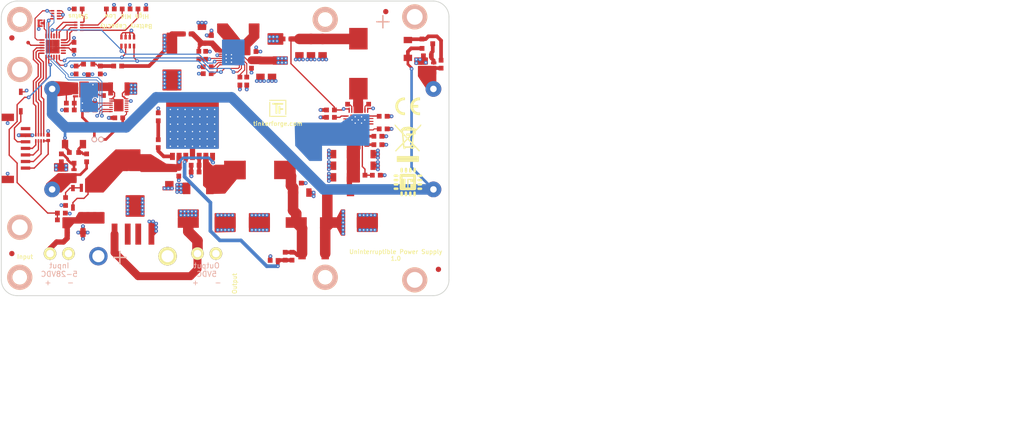
<source format=kicad_pcb>
(kicad_pcb (version 20171130) (host pcbnew 5.0.2-bee76a0~70~ubuntu18.10.1)
  (title_block (title "Battery Holder") (date 2018-11-23) (rev 1.0) (company "Tinkerforge GmbH") (comment 1 "Licensed under CERN OHL v.1.1") (comment 2 "Copyright (©) 2018, B.Nordmeyer <bastian@tinkerforge.com>"))
  (layers (0 F.Cu signal) (1 GND power) (2 VCC power) (31 B.Cu signal) (34 B.Paste user) (35 F.Paste user) (36 B.SilkS user) (37 F.SilkS user) (38 B.Mask user) (39 F.Mask user) (44 Edge.Cuts user))
  (net 0 "")
  (net 1 GND)
  (net 2 EP1)
  (net 3 GBAT)
  (net 4 "Net-(D101-Pad2)")
  (net 5 "Net-(Q101-PadC)")
  (net 6 "Net-(Q102-PadC)")
  (net 7 "Net-(D102-Pad2)")
  (net 8 VBAT2)
  (net 9 VBAT1)
  (net 10 3V3)
  (net 11 "Net-(C102-Pad1)")
  (net 12 "Net-(C103-Pad1)")
  (net 13 BAT_OUT)
  (net 14 AGND)
  (net 15 "Net-(C105-Pad2)")
  (net 16 +5V)
  (net 17 "Net-(C205-Pad1)")
  (net 18 VIN2)
  (net 19 "Net-(C207-Pad1)")
  (net 20 "Net-(C210-Pad1)")
  (net 21 "Net-(C211-Pad1)")
  (net 22 "Net-(C212-Pad1)")
  (net 23 "Net-(C213-Pad1)")
  (net 24 "Net-(C219-Pad1)")
  (net 25 "Net-(C220-Pad1)")
  (net 26 "Net-(C224-Pad1)")
  (net 27 VCC)
  (net 28 "Net-(C227-Pad2)")
  (net 29 "Net-(D103-Pad2)")
  (net 30 "Net-(D104-Pad2)")
  (net 31 "Net-(D105-Pad2)")
  (net 32 "Net-(D106-Pad2)")
  (net 33 "Net-(D107-Pad1)")
  (net 34 "Net-(D201-Pad1)")
  (net 35 VSW)
  (net 36 "Net-(K101-Pad1)")
  (net 37 "Net-(P101-Pad2)")
  (net 38 VIN)
  (net 39 "Net-(R108-Pad2)")
  (net 40 DC-IN-VOLTAGE)
  (net 41 "Net-(R205-Pad1)")
  (net 42 "Net-(R206-Pad1)")
  (net 43 "Net-(R209-Pad2)")
  (net 44 "Net-(R211-Pad2)")
  (net 45 "Net-(R217-Pad1)")
  (net 46 "Net-(R219-Pad1)")
  (net 47 "Net-(RP101-Pad1)")
  (net 48 "Net-(RP101-Pad2)")
  (net 49 "Net-(RP101-Pad3)")
  (net 50 "Net-(RP101-Pad4)")
  (net 51 "Net-(P103-Pad4)")
  (net 52 "Net-(P103-Pad5)")
  (net 53 "Net-(P103-Pad6)")
  (net 54 SPI-MISO)
  (net 55 SPI-MOSI)
  (net 56 SPI-CLK)
  (net 57 SPI-CS)
  (net 58 BATTERY-SCL)
  (net 59 BATTERY-SDA)
  (net 60 CHARGER_STAT1)
  (net 61 CHARGER_STAT2)
  (net 62 "Net-(R221-Pad2)")
  (net 63 "Net-(P102-Pad1)")
  (net 64 CHARGER_EN)
  (net 65 5VOUT)
  (net 66 CHG_IN)
  (net 67 L2)
  (net 68 L1)
  (net 69 "Net-(C107-Pad2)")
  (net 70 "Net-(C201-Pad1)")
  (net 71 "Net-(C221-Pad1)")
  (net 72 "Net-(J102-Pad2)")
  (net 73 "Net-(J102-Pad3)")
  (net 74 "Net-(P103-Pad1)")
  (net 75 "Net-(RP103-Pad3)")
  (net 76 "Net-(RP103-Pad2)")
  (net 77 "Net-(RP201-Pad6)")
  (net 78 "Net-(U101-Pad3)")
  (net 79 "Net-(U101-Pad4)")
  (net 80 "Net-(U101-Pad7)")
  (net 81 "Net-(U101-Pad8)")
  (net 82 "Net-(U101-Pad15)")
  (net 83 "Net-(U101-Pad20)")
  (net 84 "Net-(U102-Pad4)")
  (net 85 "Net-(U103-Pad2)")
  (net 86 "Net-(U103-Pad3)")
  (net 87 "Net-(U103-Pad4)")
  (net 88 "Net-(U103-Pad5)")
  (net 89 "Net-(U103-Pad12)")
  (net 90 "Net-(U201-Pad11)")
  (net 91 "Net-(U201-Pad12)")
  (net 92 "Net-(U201-Pad13)")
  (module kicad-libraries:C0603F (layer F.Cu) (at 135.5 96.7 180)
    (fp_text reference C204)
    (fp_text value 100nF/16V)
    (pad 2 smd rect (at 0.75 0 180) (size 0.9 0.9) (layers F.Cu F.Paste F.Mask) (net 1 GND))
    (pad 1 smd rect (at -0.75 0 180) (size 0.9 0.9) (layers F.Cu F.Paste F.Mask) (net 70 "Net-(C201-Pad1)"))
  )
  (module kicad-libraries:R0603F (layer F.Cu) (at 108.3 82.25 180)
    (fp_text reference R3)
    (fp_text value 0)
    (pad 1 smd rect (at -0.75 0 180) (size 0.9 0.9) (layers F.Cu F.Paste F.Mask) (net 71 "Net-(C221-Pad1)"))
    (pad 2 smd rect (at 0.75 0 180) (size 0.9 0.9) (layers F.Cu F.Paste F.Mask) (net 16 +5V))
  )
  (module BAT_1049P (layer B.Cu) (at 118.85 102.25 180)
    (fp_text reference J101)
    (fp_text value BAT_1049P)
    (pad "" np_thru_hole circle (at 36.2 -17.5 180) (size 2.5 2.5) (drill 2.5) (layers *.Cu *.Mask))
    (pad "" np_thru_hole circle (at 27.6 17.5 180) (size 3.55 3.55) (drill 3.55) (layers *.Cu *.Mask))
    (pad "" np_thru_hole circle (at -27.6 -17.5 180) (size 3.55 3.55) (drill 3.55) (layers *.Cu *.Mask))
    (pad 4 thru_hole circle (at 36.2 9.55 180) (size 3 3) (drill 1.23) (layers *.Cu *.Mask) (net 3 GBAT))
    (pad 3 thru_hole circle (at 36.2 -9.55 180) (size 3 3) (drill 1.23) (layers *.Cu *.Mask) (net 8 VBAT2))
    (pad 2 thru_hole circle (at -36.2 -9.55 180) (size 3 3) (drill 1.23) (layers *.Cu *.Mask) (net 3 GBAT))
    (pad 1 thru_hole circle (at -36.2 9.55 180) (size 3 3) (drill 1.23) (layers *.Cu *.Mask) (net 9 VBAT1))
  )
  (module kicad-libraries:DFN2030-6 (layer F.Cu) (at 88.7 93.3 270)
    (fp_text reference U102)
    (fp_text value AP9211)
    (pad EP smd rect (at -0.5 0 270) (size 3 1.8) (layers F.Cu F.Paste) (net 2 EP1))
    (pad 6 smd rect (at -0.575 -1.6 270) (size 0.75 1) (layers F.Cu F.Paste F.Mask) (net 14 AGND))
    (pad 1 smd rect (at -0.575 1.6 270) (size 0.75 1) (layers F.Cu F.Paste F.Mask) (net 3 GBAT))
    (pad 2 smd rect (at 0.2 1.6 270) (size 0.4 1) (layers F.Cu F.Paste F.Mask) (net 3 GBAT))
    (pad 5 smd rect (at 0.2 -1.6 270) (size 0.4 1) (layers F.Cu F.Paste F.Mask) (net 39 "Net-(R108-Pad2)"))
    (pad 3 smd rect (at 0.8 1.6 270) (size 0.4 1) (layers F.Cu F.Paste F.Mask) (net 11 "Net-(C102-Pad1)"))
    (pad 4 smd rect (at 0.8 -1.6 270) (size 0.4 1) (layers F.Cu F.Paste F.Mask) (net 84 "Net-(U102-Pad4)"))
  )
  (module kicad-libraries:VQFN20_45x35 (layer F.Cu) (at 140.8 98.6 180)
    (fp_text reference U201)
    (fp_text value TPS61088RHL)
    (pad 1 smd rect (at -2.35 0.75 180) (size 1 0.24) (layers F.Cu F.Paste F.Mask) (net 17 "Net-(C205-Pad1)"))
    (pad 20 smd rect (at -2.35 -0.75 180) (size 1 0.24) (layers F.Cu F.Paste F.Mask) (net 1 GND))
    (pad 10 smd rect (at 2.35 0.75 180) (size 1 0.24) (layers F.Cu F.Paste F.Mask) (net 20 "Net-(C210-Pad1)"))
    (pad 11 smd rect (at 2.35 -0.75 180) (size 1 0.24) (layers F.Cu F.Paste F.Mask) (net 90 "Net-(U201-Pad11)"))
    (pad 2 smd rect (at -1.75 1.85 180) (size 0.24 1) (layers F.Cu F.Paste F.Mask) (net 70 "Net-(C201-Pad1)"))
    (pad 3 smd rect (at -1.25 1.85 180) (size 0.24 1) (layers F.Cu F.Paste F.Mask) (net 41 "Net-(R205-Pad1)"))
    (pad 4 smd rect (at -0.75 1.85 180) (size 0.24 1) (layers F.Cu F.Paste F.Mask) (net 66 CHG_IN))
    (pad 5 smd rect (at -0.25 1.85 180) (size 0.24 1) (layers F.Cu F.Paste F.Mask) (net 66 CHG_IN))
    (pad 6 smd rect (at 0.25 1.85 180) (size 0.24 1) (layers F.Cu F.Paste F.Mask) (net 66 CHG_IN))
    (pad 7 smd rect (at 0.75 1.85 180) (size 0.24 1) (layers F.Cu F.Paste F.Mask) (net 66 CHG_IN))
    (pad 8 smd rect (at 1.25 1.85 180) (size 0.24 1) (layers F.Cu F.Paste F.Mask) (net 19 "Net-(C207-Pad1)"))
    (pad 9 smd rect (at 1.75 1.85 180) (size 0.24 1) (layers F.Cu F.Paste F.Mask) (net 70 "Net-(C201-Pad1)"))
    (pad 12 smd rect (at 1.75 -1.85 180) (size 0.24 1) (layers F.Cu F.Paste F.Mask) (net 91 "Net-(U201-Pad12)"))
    (pad 13 smd rect (at 1.25 -1.85 180) (size 0.24 1) (layers F.Cu F.Paste F.Mask) (net 92 "Net-(U201-Pad13)"))
    (pad 14 smd rect (at 0.75 -1.85 180) (size 0.24 1) (layers F.Cu F.Paste F.Mask) (net 65 5VOUT))
    (pad 15 smd rect (at 0.25 -1.85 180) (size 0.24 1) (layers F.Cu F.Paste F.Mask) (net 65 5VOUT))
    (pad 16 smd rect (at -0.25 -1.85 180) (size 0.24 1) (layers F.Cu F.Paste F.Mask) (net 65 5VOUT))
    (pad 17 smd rect (at -0.75 -1.85 180) (size 0.24 1) (layers F.Cu F.Paste F.Mask) (net 43 "Net-(R209-Pad2)"))
    (pad 18 smd rect (at -1.25 -1.85 180) (size 0.24 1) (layers F.Cu F.Paste F.Mask) (net 22 "Net-(C212-Pad1)"))
    (pad 19 smd rect (at -1.75 -1.85 180) (size 0.24 1) (layers F.Cu F.Paste F.Mask) (net 42 "Net-(R206-Pad1)"))
    (pad EXP smd rect (at 0 0 180) (size 3.05 2.05) (layers F.Cu F.Paste F.Mask) (net 1 GND))
    (pad EXP smd rect (at -2.15 -0.275 180) (size 1.4 0.2) (layers F.Cu F.Paste F.Mask) (net 1 GND))
    (pad EXP smd rect (at -2.15 0.275 180) (size 1.4 0.2) (layers F.Cu F.Paste F.Mask) (net 1 GND))
    (pad EXP smd rect (at 2.15 0.2 180) (size 1.4 0.2) (layers F.Cu F.Paste F.Mask) (net 1 GND))
    (pad EXP smd rect (at 2.15 -0.2 180) (size 1.4 0.2) (layers F.Cu F.Paste F.Mask) (net 1 GND))
    (pad EXP smd rect (at -1.725 0 180) (size 0.4 0.35) (layers F.Cu F.Paste F.Mask) (net 1 GND))
    (pad EXP smd rect (at 1.725 0 180) (size 0.4 0.35) (layers F.Cu F.Paste F.Mask) (net 1 GND))
  )
  (module kicad-libraries:ELKO_83 (layer F.Cu) (at 125.5 118.1)
    (fp_text reference C225)
    (fp_text value 470µF/16V)
    (pad 1 smd rect (at 3.50012 0) (size 4.0005 1.99898) (layers F.Cu F.Paste F.Mask) (net 25 "Net-(C220-Pad1)"))
    (pad 2 smd rect (at -3.50012 0) (size 4.0005 1.99898) (layers F.Cu F.Paste F.Mask) (net 1 GND))
  )
  (module SOT26GDS (layer F.Cu) (at 153.9 88.7 90)
    (fp_text reference Q103)
    (fp_text value DMP2035UVTQ)
    (pad D smd rect (at -0.95 -1.2 90) (size 0.55 1) (layers F.Cu F.Paste F.Mask) (net 9 VBAT1))
    (pad D smd rect (at 0 -1.2 90) (size 0.55 1) (layers F.Cu F.Paste F.Mask) (net 9 VBAT1))
    (pad S smd rect (at 0.95 -1.2 90) (size 0.55 1) (layers F.Cu F.Paste F.Mask) (net 13 BAT_OUT))
    (pad G smd rect (at 0.95 1.2 90) (size 0.55 1) (layers F.Cu F.Paste F.Mask) (net 5 "Net-(Q101-PadC)"))
    (pad D smd rect (at 0 1.2 90) (size 0.55 1) (layers F.Cu F.Paste F.Mask) (net 9 VBAT1))
    (pad D smd rect (at -0.95 1.2 90) (size 0.55 1) (layers F.Cu F.Paste F.Mask) (net 9 VBAT1))
  )
  (module SOT26GDS (layer F.Cu) (at 85.6 109 90)
    (fp_text reference Q104)
    (fp_text value DMP2035UVTQ)
    (pad D smd rect (at -0.95 1.2 90) (size 0.55 1) (layers F.Cu F.Paste F.Mask) (net 8 VBAT2))
    (pad D smd rect (at 0 1.2 90) (size 0.55 1) (layers F.Cu F.Paste F.Mask) (net 8 VBAT2))
    (pad G smd rect (at 0.95 1.2 90) (size 0.55 1) (layers F.Cu F.Paste F.Mask) (net 6 "Net-(Q102-PadC)"))
    (pad S smd rect (at 0.95 -1.2 90) (size 0.55 1) (layers F.Cu F.Paste F.Mask) (net 13 BAT_OUT))
    (pad D smd rect (at 0 -1.2 90) (size 0.55 1) (layers F.Cu F.Paste F.Mask) (net 8 VBAT2))
    (pad D smd rect (at -0.95 -1.2 90) (size 0.55 1) (layers F.Cu F.Paste F.Mask) (net 8 VBAT2))
  )
  (module C0603F (layer F.Cu) (at 86.8 84.6 270)
    (fp_text reference C101)
    (fp_text value 100nF)
    (pad 1 smd rect (at -0.75 0 270) (size 0.9 0.9) (layers F.Cu F.Paste F.Mask) (net 10 3V3))
    (pad 2 smd rect (at 0.75 0 270) (size 0.9 0.9) (layers F.Cu F.Paste F.Mask) (net 1 GND))
  )
  (module R0603F (layer F.Cu) (at 156.5 88 270)
    (fp_text reference R101)
    (fp_text value 10k)
    (pad 2 smd rect (at 0.75 0 270) (size 0.9 0.9) (layers F.Cu F.Paste F.Mask) (net 9 VBAT1))
    (pad 1 smd rect (at -0.75 0 270) (size 0.9 0.9) (layers F.Cu F.Paste F.Mask) (net 4 "Net-(D101-Pad2)"))
  )
  (module R0603F (layer F.Cu) (at 89.2 105.8 270)
    (fp_text reference R102)
    (fp_text value 10k)
    (pad 2 smd rect (at 0.75 0 270) (size 0.9 0.9) (layers F.Cu F.Paste F.Mask) (net 8 VBAT2))
    (pad 1 smd rect (at -0.75 0 270) (size 0.9 0.9) (layers F.Cu F.Paste F.Mask) (net 7 "Net-(D102-Pad2)"))
  )
  (module R0603F (layer F.Cu) (at 153.9 86.4 180)
    (fp_text reference R103)
    (fp_text value 10k)
    (pad 1 smd rect (at -0.75 0 180) (size 0.9 0.9) (layers F.Cu F.Paste F.Mask) (net 5 "Net-(Q101-PadC)"))
    (pad 2 smd rect (at 0.75 0 180) (size 0.9 0.9) (layers F.Cu F.Paste F.Mask) (net 13 BAT_OUT))
  )
  (module R0603F (layer F.Cu) (at 84.4 105.8 270)
    (fp_text reference R104)
    (fp_text value 10k)
    (pad 1 smd rect (at -0.75 0 270) (size 0.9 0.9) (layers F.Cu F.Paste F.Mask) (net 6 "Net-(Q102-PadC)"))
    (pad 2 smd rect (at 0.75 0 270) (size 0.9 0.9) (layers F.Cu F.Paste F.Mask) (net 13 BAT_OUT))
  )
  (module C0603F (layer F.Cu) (at 86.1 95.4 180)
    (fp_text reference C102)
    (fp_text value 100nF)
    (pad 1 smd rect (at -0.75 0 180) (size 0.9 0.9) (layers F.Cu F.Paste F.Mask) (net 11 "Net-(C102-Pad1)"))
    (pad 2 smd rect (at 0.75 0 180) (size 0.9 0.9) (layers F.Cu F.Paste F.Mask) (net 3 GBAT))
  )
  (module C0402F (layer F.Cu) (at 81.9 102 90)
    (fp_text reference C103)
    (fp_text value 220pF)
    (pad 2 smd rect (at 0.5 0 90) (size 0.6 0.7) (layers F.Cu F.Paste F.Mask) (net 1 GND))
    (pad 1 smd rect (at -0.5 0 90) (size 0.6 0.7) (layers F.Cu F.Paste F.Mask) (net 12 "Net-(C103-Pad1)"))
  )
  (module kicad-libraries:C0603F (layer F.Cu) (at 90 95.4 180)
    (fp_text reference C104)
    (fp_text value 100nF/16V)
    (pad 1 smd rect (at -0.75 0 180) (size 0.9 0.9) (layers F.Cu F.Paste F.Mask) (net 13 BAT_OUT))
    (pad 2 smd rect (at 0.75 0 180) (size 0.9 0.9) (layers F.Cu F.Paste F.Mask) (net 14 AGND))
  )
  (module kicad-libraries:C0603F (layer F.Cu) (at 90 96.7)
    (fp_text reference C105)
    (fp_text value 470nF)
    (pad 2 smd rect (at 0.75 0) (size 0.9 0.9) (layers F.Cu F.Paste F.Mask) (net 15 "Net-(C105-Pad2)"))
    (pad 1 smd rect (at -0.75 0) (size 0.9 0.9) (layers F.Cu F.Paste F.Mask) (net 14 AGND))
  )
  (module kicad-libraries:ELKO_83 (layer F.Cu) (at 112 118.1 180)
    (fp_text reference C106)
    (fp_text value 470µF/16V)
    (pad 2 smd rect (at -3.50012 0 180) (size 4.0005 1.99898) (layers F.Cu F.Paste F.Mask) (net 1 GND))
    (pad 1 smd rect (at 3.50012 0 180) (size 4.0005 1.99898) (layers F.Cu F.Paste F.Mask) (net 16 +5V))
  )
  (module kicad-libraries:C1206 (layer F.Cu) (at 131.8 84.7 270)
    (fp_text reference C201)
    (fp_text value 10uF)
    (pad 2 smd rect (at 1.50114 0 270) (size 1.00076 1.6002) (layers F.Cu F.Paste F.Mask) (net 1 GND))
    (pad 1 smd rect (at -1.50114 0 270) (size 1.00076 1.6002) (layers F.Cu F.Paste F.Mask) (net 70 "Net-(C201-Pad1)"))
  )
  (module kicad-libraries:C1206 (layer F.Cu) (at 129.6 84.7 270)
    (fp_text reference C202)
    (fp_text value 10uF)
    (pad 1 smd rect (at -1.50114 0 270) (size 1.00076 1.6002) (layers F.Cu F.Paste F.Mask) (net 70 "Net-(C201-Pad1)"))
    (pad 2 smd rect (at 1.50114 0 270) (size 1.00076 1.6002) (layers F.Cu F.Paste F.Mask) (net 1 GND))
  )
  (module kicad-libraries:C1206 (layer F.Cu) (at 134 84.7 270)
    (fp_text reference C203)
    (fp_text value 10uF)
    (pad 1 smd rect (at -1.50114 0 270) (size 1.00076 1.6002) (layers F.Cu F.Paste F.Mask) (net 70 "Net-(C201-Pad1)"))
    (pad 2 smd rect (at 1.50114 0 270) (size 1.00076 1.6002) (layers F.Cu F.Paste F.Mask) (net 1 GND))
  )
  (module kicad-libraries:C0603F (layer F.Cu) (at 145.5 97.9)
    (fp_text reference C205)
    (fp_text value 2.2uF)
    (pad 1 smd rect (at -0.75 0) (size 0.9 0.9) (layers F.Cu F.Paste F.Mask) (net 17 "Net-(C205-Pad1)"))
    (pad 2 smd rect (at 0.75 0) (size 0.9 0.9) (layers F.Cu F.Paste F.Mask) (net 1 GND))
  )
  (module kicad-libraries:ELKO_103 (layer F.Cu) (at 98.4 110.6 90)
    (fp_text reference C206)
    (fp_text value UWT1H221MNL1GS)
    (pad 2 smd rect (at -4.35102 0 90) (size 4.09956 1.99898) (layers F.Cu F.Paste F.Mask) (net 1 GND))
    (pad 1 smd rect (at 4.35102 0 90) (size 4.09956 1.99898) (layers F.Cu F.Paste F.Mask) (net 18 VIN2))
  )
  (module kicad-libraries:C0603F (layer F.Cu) (at 139.5 95.6)
    (fp_text reference C207)
    (fp_text value 100nF/16V)
    (pad 1 smd rect (at -0.75 0) (size 0.9 0.9) (layers F.Cu F.Paste F.Mask) (net 19 "Net-(C207-Pad1)"))
    (pad 2 smd rect (at 0.75 0) (size 0.9 0.9) (layers F.Cu F.Paste F.Mask) (net 66 CHG_IN))
  )
  (module C1206 (layer F.Cu) (at 104.9 109.2 270)
    (fp_text reference C208)
    (fp_text value 10uF)
    (pad 2 smd rect (at 1.50114 0 270) (size 1.00076 1.6002) (layers F.Cu F.Paste F.Mask) (net 1 GND))
    (pad 1 smd rect (at -1.50114 0 270) (size 1.00076 1.6002) (layers F.Cu F.Paste F.Mask) (net 18 VIN2))
  )
  (module C0603F (layer F.Cu) (at 106.7 108.5 270)
    (fp_text reference C209)
    (fp_text value 100nF)
    (pad 1 smd rect (at -0.75 0 270) (size 0.9 0.9) (layers F.Cu F.Paste F.Mask) (net 18 VIN2))
    (pad 2 smd rect (at 0.75 0 270) (size 0.9 0.9) (layers F.Cu F.Paste F.Mask) (net 1 GND))
  )
  (module kicad-libraries:C0603F (layer F.Cu) (at 135.5 98.1 180)
    (fp_text reference C210)
    (fp_text value 8.2nF)
    (pad 2 smd rect (at 0.75 0 180) (size 0.9 0.9) (layers F.Cu F.Paste F.Mask) (net 1 GND))
    (pad 1 smd rect (at -0.75 0 180) (size 0.9 0.9) (layers F.Cu F.Paste F.Mask) (net 20 "Net-(C210-Pad1)"))
  )
  (module C0603F (layer F.Cu) (at 109.8 108.5 180)
    (fp_text reference C211)
    (fp_text value 100pF)
    (pad 1 smd rect (at -0.75 0 180) (size 0.9 0.9) (layers F.Cu F.Paste F.Mask) (net 21 "Net-(C211-Pad1)"))
    (pad 2 smd rect (at 0.75 0 180) (size 0.9 0.9) (layers F.Cu F.Paste F.Mask) (net 1 GND))
  )
  (module kicad-libraries:C0603F (layer F.Cu) (at 144.5 101.7)
    (fp_text reference C212)
    (fp_text value 36pF)
    (pad 1 smd rect (at -0.75 0) (size 0.9 0.9) (layers F.Cu F.Paste F.Mask) (net 22 "Net-(C212-Pad1)"))
    (pad 2 smd rect (at 0.75 0) (size 0.9 0.9) (layers F.Cu F.Paste F.Mask) (net 1 GND))
  )
  (module kicad-libraries:C0603F (layer F.Cu) (at 144.5 103.3)
    (fp_text reference C213)
    (fp_text value 680pF)
    (pad 2 smd rect (at 0.75 0) (size 0.9 0.9) (layers F.Cu F.Paste F.Mask) (net 1 GND))
    (pad 1 smd rect (at -0.75 0) (size 0.9 0.9) (layers F.Cu F.Paste F.Mask) (net 23 "Net-(C213-Pad1)"))
  )
  (module kicad-libraries:C1206 (layer F.Cu) (at 137.6 105.1 180)
    (fp_text reference C214)
    (fp_text value 10uF)
    (pad 1 smd rect (at -1.50114 0 180) (size 1.00076 1.6002) (layers F.Cu F.Paste F.Mask) (net 65 5VOUT))
    (pad 2 smd rect (at 1.50114 0 180) (size 1.00076 1.6002) (layers F.Cu F.Paste F.Mask) (net 1 GND))
  )
  (module kicad-libraries:C1206 (layer F.Cu) (at 142.1 105.1)
    (fp_text reference C215)
    (fp_text value 10uF)
    (pad 2 smd rect (at 1.50114 0) (size 1.00076 1.6002) (layers F.Cu F.Paste F.Mask) (net 1 GND))
    (pad 1 smd rect (at -1.50114 0) (size 1.00076 1.6002) (layers F.Cu F.Paste F.Mask) (net 65 5VOUT))
  )
  (module kicad-libraries:C1206 (layer F.Cu) (at 137.6 107.3 180)
    (fp_text reference C216)
    (fp_text value 10uF)
    (pad 1 smd rect (at -1.50114 0 180) (size 1.00076 1.6002) (layers F.Cu F.Paste F.Mask) (net 65 5VOUT))
    (pad 2 smd rect (at 1.50114 0 180) (size 1.00076 1.6002) (layers F.Cu F.Paste F.Mask) (net 1 GND))
  )
  (module kicad-libraries:C1206 (layer F.Cu) (at 142.1 107.3)
    (fp_text reference C217)
    (fp_text value 10uF)
    (pad 2 smd rect (at 1.50114 0) (size 1.00076 1.6002) (layers F.Cu F.Paste F.Mask) (net 1 GND))
    (pad 1 smd rect (at -1.50114 0) (size 1.00076 1.6002) (layers F.Cu F.Paste F.Mask) (net 65 5VOUT))
  )
  (module kicad-libraries:C1206 (layer F.Cu) (at 137.6 109.5 180)
    (fp_text reference C218)
    (fp_text value 10uF)
    (pad 2 smd rect (at 1.50114 0 180) (size 1.00076 1.6002) (layers F.Cu F.Paste F.Mask) (net 1 GND))
    (pad 1 smd rect (at -1.50114 0 180) (size 1.00076 1.6002) (layers F.Cu F.Paste F.Mask) (net 65 5VOUT))
  )
  (module C0603F (layer F.Cu) (at 102.8 98 90)
    (fp_text reference C219)
    (fp_text value 4.7nF)
    (pad 2 smd rect (at 0.75 0 90) (size 0.9 0.9) (layers F.Cu F.Paste F.Mask) (net 1 GND))
    (pad 1 smd rect (at -0.75 0 90) (size 0.9 0.9) (layers F.Cu F.Paste F.Mask) (net 24 "Net-(C219-Pad1)"))
  )
  (module C0603F (layer F.Cu) (at 129.2 110.6)
    (fp_text reference C220)
    (fp_text value 100nF)
    (pad 2 smd rect (at 0.75 0) (size 0.9 0.9) (layers F.Cu F.Paste F.Mask) (net 1 GND))
    (pad 1 smd rect (at -0.75 0) (size 0.9 0.9) (layers F.Cu F.Paste F.Mask) (net 25 "Net-(C220-Pad1)"))
  )
  (module kicad-libraries:C1206 (layer F.Cu) (at 111.1 82.5 90)
    (fp_text reference C221)
    (fp_text value 10uF)
    (pad 1 smd rect (at -1.50114 0 90) (size 1.00076 1.6002) (layers F.Cu F.Paste F.Mask) (net 71 "Net-(C221-Pad1)"))
    (pad 2 smd rect (at 1.50114 0 90) (size 1.00076 1.6002) (layers F.Cu F.Paste F.Mask) (net 1 GND))
  )
  (module kicad-libraries:C0603F (layer F.Cu) (at 112.9 83.3 90)
    (fp_text reference C222)
    (fp_text value 100nF/16V)
    (pad 1 smd rect (at -0.75 0 90) (size 0.9 0.9) (layers F.Cu F.Paste F.Mask) (net 71 "Net-(C221-Pad1)"))
    (pad 2 smd rect (at 0.75 0 90) (size 0.9 0.9) (layers F.Cu F.Paste F.Mask) (net 1 GND))
  )
  (module C1206 (layer F.Cu) (at 129.9 112.4)
    (fp_text reference C223)
    (fp_text value 10uF)
    (pad 1 smd rect (at -1.50114 0) (size 1.00076 1.6002) (layers F.Cu F.Paste F.Mask) (net 25 "Net-(C220-Pad1)"))
    (pad 2 smd rect (at 1.50114 0) (size 1.00076 1.6002) (layers F.Cu F.Paste F.Mask) (net 1 GND))
  )
  (module kicad-libraries:C0603F (layer F.Cu) (at 112.1 89.8 180)
    (fp_text reference C224)
    (fp_text value 100nF/16V)
    (pad 2 smd rect (at 0.75 0 180) (size 0.9 0.9) (layers F.Cu F.Paste F.Mask) (net 1 GND))
    (pad 1 smd rect (at -0.75 0 180) (size 0.9 0.9) (layers F.Cu F.Paste F.Mask) (net 26 "Net-(C224-Pad1)"))
  )
  (module kicad-libraries:C0603F (layer F.Cu) (at 111.8 86.3 90)
    (fp_text reference C226)
    (fp_text value 1uF)
    (pad 1 smd rect (at -0.75 0 90) (size 0.9 0.9) (layers F.Cu F.Paste F.Mask) (net 27 VCC))
    (pad 2 smd rect (at 0.75 0 90) (size 0.9 0.9) (layers F.Cu F.Paste F.Mask) (net 1 GND))
  )
  (module C0603F (layer F.Cu) (at 128.2 124.5 270)
    (fp_text reference C227)
    (fp_text value DNP)
    (pad 2 smd rect (at 0.75 0 270) (size 0.9 0.9) (layers F.Cu F.Paste F.Mask) (net 28 "Net-(C227-Pad2)"))
    (pad 1 smd rect (at -0.75 0 270) (size 0.9 0.9) (layers F.Cu F.Paste F.Mask) (net 25 "Net-(C220-Pad1)"))
  )
  (module kicad-libraries:C0603F (layer F.Cu) (at 120.6 85.6)
    (fp_text reference C228)
    (fp_text value 100nF)
    (pad 2 smd rect (at 0.75 0) (size 0.9 0.9) (layers F.Cu F.Paste F.Mask) (net 1 GND))
    (pad 1 smd rect (at -0.75 0) (size 0.9 0.9) (layers F.Cu F.Paste F.Mask) (net 67 L2))
  )
  (module kicad-libraries:C0603F (layer F.Cu) (at 120.5 88 270)
    (fp_text reference C230)
    (fp_text value 100nF)
    (pad 1 smd rect (at -0.75 0 270) (size 0.9 0.9) (layers F.Cu F.Paste F.Mask) (net 13 BAT_OUT))
    (pad 2 smd rect (at 0.75 0 270) (size 0.9 0.9) (layers F.Cu F.Paste F.Mask) (net 1 GND))
  )
  (module C1206 (layer F.Cu) (at 124.4 88.8 270)
    (fp_text reference C231)
    (fp_text value 10uF)
    (pad 2 smd rect (at 1.50114 0 270) (size 1.00076 1.6002) (layers F.Cu F.Paste F.Mask) (net 1 GND))
    (pad 1 smd rect (at -1.50114 0 270) (size 1.00076 1.6002) (layers F.Cu F.Paste F.Mask) (net 13 BAT_OUT))
  )
  (module C1206 (layer F.Cu) (at 122.2 88.8 270)
    (fp_text reference C232)
    (fp_text value 10uF)
    (pad 1 smd rect (at -1.50114 0 270) (size 1.00076 1.6002) (layers F.Cu F.Paste F.Mask) (net 13 BAT_OUT))
    (pad 2 smd rect (at 1.50114 0 270) (size 1.00076 1.6002) (layers F.Cu F.Paste F.Mask) (net 1 GND))
  )
  (module kicad-libraries:ELKO_83 (layer F.Cu) (at 139 118.1 180)
    (fp_text reference C233)
    (fp_text value 470µF/16V)
    (pad 2 smd rect (at -3.50012 0 180) (size 4.0005 1.99898) (layers F.Cu F.Paste F.Mask) (net 1 GND))
    (pad 1 smd rect (at 3.50012 0 180) (size 4.0005 1.99898) (layers F.Cu F.Paste F.Mask) (net 16 +5V))
  )
  (module D0603F (layer F.Cu) (at 87.6 77.5)
    (fp_text reference D103)
    (fp_text value blue)
    (pad 2 smd rect (at 0.75 0) (size 0.9 0.9) (layers F.Cu F.Paste F.Mask) (net 29 "Net-(D103-Pad2)"))
    (pad 1 smd rect (at -0.75 0) (size 0.9 0.9) (layers F.Cu F.Paste F.Mask) (net 10 3V3))
  )
  (module D0603F (layer F.Cu) (at 93.7 77.5 180)
    (fp_text reference D104)
    (fp_text value green)
    (pad 1 smd rect (at -0.75 0 180) (size 0.9 0.9) (layers F.Cu F.Paste F.Mask) (net 10 3V3))
    (pad 2 smd rect (at 0.75 0 180) (size 0.9 0.9) (layers F.Cu F.Paste F.Mask) (net 30 "Net-(D104-Pad2)"))
  )
  (module D0603F (layer F.Cu) (at 96.7 77.5 180)
    (fp_text reference D105)
    (fp_text value green)
    (pad 2 smd rect (at 0.75 0 180) (size 0.9 0.9) (layers F.Cu F.Paste F.Mask) (net 31 "Net-(D105-Pad2)"))
    (pad 1 smd rect (at -0.75 0 180) (size 0.9 0.9) (layers F.Cu F.Paste F.Mask) (net 10 3V3))
  )
  (module D0603F (layer F.Cu) (at 99.7 77.5 180)
    (fp_text reference D106)
    (fp_text value green)
    (pad 1 smd rect (at -0.75 0 180) (size 0.9 0.9) (layers F.Cu F.Paste F.Mask) (net 10 3V3))
    (pad 2 smd rect (at 0.75 0 180) (size 0.9 0.9) (layers F.Cu F.Paste F.Mask) (net 32 "Net-(D106-Pad2)"))
  )
  (module SOD-123 (layer F.Cu) (at 76.7 95.1 90)
    (fp_text reference D107)
    (fp_text value B0520LW-7)
    (pad 2 smd rect (at 1.84912 0 90) (size 1.19888 0.70104) (layers F.Cu F.Paste F.Mask) (net 10 3V3) (clearance 0.14986))
    (pad 1 smd rect (at -1.84912 0 90) (size 1.19888 0.70104) (layers F.Cu F.Paste F.Mask) (net 33 "Net-(D107-Pad1)") (clearance 0.14986))
  )
  (module SOD-123 (layer F.Cu) (at 86.6 113.4 270)
    (fp_text reference D201)
    (fp_text value Z12V)
    (pad 1 smd rect (at -1.84912 0 270) (size 1.19888 0.70104) (layers F.Cu F.Paste F.Mask) (net 34 "Net-(D201-Pad1)") (clearance 0.14986))
    (pad 2 smd rect (at 1.84912 0 270) (size 1.19888 0.70104) (layers F.Cu F.Paste F.Mask) (net 18 VIN2) (clearance 0.14986))
  )
  (module SOD-128 (layer F.Cu) (at 137.1 112)
    (fp_text reference D202)
    (fp_text value PMEG6045)
    (pad 1 smd rect (at 2.19964 0) (size 1.39954 2.19964) (layers F.Cu F.Paste F.Mask) (net 65 5VOUT))
    (pad 2 smd rect (at -2.19964 0) (size 1.39954 2.19964) (layers F.Cu F.Paste F.Mask) (net 16 +5V))
  )
  (module SOD-128 (layer F.Cu) (at 110.4 111.6 180)
    (fp_text reference D203)
    (fp_text value PMEG6045)
    (pad 2 smd rect (at -2.19964 0 180) (size 1.39954 2.19964) (layers F.Cu F.Paste F.Mask) (net 35 VSW))
    (pad 1 smd rect (at 2.19964 0 180) (size 1.39954 2.19964) (layers F.Cu F.Paste F.Mask) (net 1 GND))
  )
  (module SOD-128 (layer F.Cu) (at 132.3 124 180)
    (fp_text reference D204)
    (fp_text value PMEG6045)
    (pad 2 smd rect (at -2.19964 0 180) (size 1.39954 2.19964) (layers F.Cu F.Paste F.Mask) (net 16 +5V))
    (pad 1 smd rect (at 2.19964 0 180) (size 1.39954 2.19964) (layers F.Cu F.Paste F.Mask) (net 25 "Net-(C220-Pad1)"))
  )
  (module kicad-libraries:USB-A-SMT-8231 (layer F.Cu) (at 98 124.5)
    (fp_text reference J102)
    (fp_text value USB-A)
    (pad 1 smd rect (at -3.5 -4.2) (size 1.1 4) (layers F.Cu F.Paste F.Mask) (net 16 +5V))
    (pad 2 smd rect (at -1 -4.2) (size 1.1 4) (layers F.Cu F.Paste F.Mask) (net 72 "Net-(J102-Pad2)"))
    (pad 3 smd rect (at 1 -4.2) (size 1.1 4) (layers F.Cu F.Paste F.Mask) (net 73 "Net-(J102-Pad3)"))
    (pad 4 smd rect (at 3.5 -4.2) (size 1.1 4) (layers F.Cu F.Paste F.Mask) (net 1 GND))
    (pad "" thru_hole circle (at -6.57 0) (size 3.5 3.5) (drill 2.3) (layers *.Cu *.Mask))
    (pad SHD thru_hole circle (at 6.57 0) (size 3.5 3.5) (drill 2.3) (layers *.Cu *.Mask F.SilkS) (net 1 GND))
  )
  (module kicad-libraries:Pin_Header_Straight_1x02_127 (layer B.Cu) (at 91.3 102.3 90)
    (fp_text reference K101)
    (fp_text value NTC)
    (pad 2 thru_hole circle (at 0 -0.635 90) (size 1.05 1.05) (drill 0.65) (layers *.Cu *.Mask B.SilkS) (net 14 AGND))
    (pad 1 thru_hole circle (at 0 0.635 90) (size 1.05 1.05) (drill 0.65) (layers *.Cu *.Mask B.SilkS) (net 36 "Net-(K101-Pad1)"))
  )
  (module WE-LHMI (layer F.Cu) (at 122.1 108.1)
    (fp_text reference L202)
    (fp_text value "22uH 74437368220")
    (pad 2 smd rect (at 4.75 0) (size 4.1 3.5) (layers F.Cu F.Paste F.Mask) (net 25 "Net-(C220-Pad1)"))
    (pad 1 smd rect (at -4.75 0) (size 4.1 3.5) (layers F.Cu F.Paste F.Mask) (net 35 VSW))
  )
  (module WE-PD (layer F.Cu) (at 118 81.1 180)
    (fp_text reference L203)
    (fp_text value "4.7uH 7447789004")
    (pad 2 smd rect (at 3 0 180) (size 2 1.7) (layers F.Cu F.Paste F.Mask) (net 68 L1))
    (pad 1 smd rect (at -3 0 180) (size 2 1.7) (layers F.Cu F.Paste F.Mask) (net 67 L2))
  )
  (module kicad-libraries:SolderJumper (layer F.Cu) (at 80.6 80.2)
    (fp_text reference P101)
    (fp_text value BOOT)
    (pad 2 smd rect (at 0.55 0) (size 0.3 1.4) (layers F.Cu F.Mask) (net 37 "Net-(P101-Pad2)"))
    (pad 2 smd rect (at 0.15 0) (size 0.6 0.5) (layers F.Cu F.Mask) (net 37 "Net-(P101-Pad2)"))
    (pad 1 smd rect (at -0.5 0) (size 0.4 1.4) (layers F.Cu F.Mask) (net 1 GND))
    (pad 1 smd rect (at -0.225 0.55) (size 0.95 0.3) (layers F.Cu F.Mask) (net 1 GND))
    (pad 1 smd rect (at -0.225 -0.55) (size 0.95 0.3) (layers F.Cu F.Mask) (net 1 GND))
  )
  (module kicad-libraries:DEBUG_PAD (layer F.Cu) (at 78.1 83.9)
    (fp_text reference P102)
    (fp_text value DEBUG)
    (pad 1 smd circle (at 0 0) (size 0.7 0.7) (layers F.Cu F.Paste F.Mask) (net 63 "Net-(P102-Pad1)"))
  )
  (module kicad-libraries:OQ_2P (layer F.Cu) (at 112 124)
    (fp_text reference P105)
    (fp_text value "5V Out")
    (pad 2 thru_hole circle (at 1.75006 0) (size 2.4003 2.4003) (drill 1.39954) (layers *.Cu *.Mask F.SilkS) (net 1 GND))
    (pad 1 thru_hole circle (at -1.75006 0) (size 2.4003 2.4003) (drill 1.39954) (layers *.Cu *.Mask F.SilkS) (net 16 +5V))
  )
  (module kicad-libraries:OQ_2P (layer F.Cu) (at 84 124)
    (fp_text reference P201)
    (fp_text value Input)
    (pad 1 thru_hole circle (at -1.75006 0) (size 2.4003 2.4003) (drill 1.39954) (layers *.Cu *.Mask F.SilkS) (net 38 VIN))
    (pad 2 thru_hole circle (at 1.75006 0) (size 2.4003 2.4003) (drill 1.39954) (layers *.Cu *.Mask F.SilkS) (net 1 GND))
  )
  (module SOT23EBC (layer F.Cu) (at 153.9 84.1 90)
    (fp_text reference Q101)
    (fp_text value BC846)
    (pad E smd rect (at -0.889 -1.016 90) (size 0.9144 0.9144) (layers F.Cu F.Paste F.Mask) (net 3 GBAT))
    (pad B smd rect (at 0.889 -1.016 90) (size 0.9144 0.9144) (layers F.Cu F.Paste F.Mask) (net 4 "Net-(D101-Pad2)"))
    (pad C smd rect (at 0 1.016 90) (size 0.9144 0.9144) (layers F.Cu F.Paste F.Mask) (net 5 "Net-(Q101-PadC)"))
  )
  (module SOT23EBC (layer F.Cu) (at 86.8 105.8)
    (fp_text reference Q102)
    (fp_text value BC846)
    (pad C smd rect (at 0 1.016) (size 0.9144 0.9144) (layers F.Cu F.Paste F.Mask) (net 6 "Net-(Q102-PadC)"))
    (pad B smd rect (at 0.889 -1.016) (size 0.9144 0.9144) (layers F.Cu F.Paste F.Mask) (net 7 "Net-(D102-Pad2)"))
    (pad E smd rect (at -0.889 -1.016) (size 0.9144 0.9144) (layers F.Cu F.Paste F.Mask) (net 3 GBAT))
  )
  (module kicad-libraries:SOIC-8-MOSFET (layer F.Cu) (at 90.1 114.2 180)
    (fp_text reference Q201)
    (fp_text value Si4447ADY)
    (pad S smd rect (at -1.90246 2.69748) (size 0.59944 1.5494) (layers F.Cu F.Paste F.Mask) (net 18 VIN2))
    (pad S smd rect (at -0.63246 2.69748) (size 0.59944 1.5494) (layers F.Cu F.Paste F.Mask) (net 18 VIN2))
    (pad S smd rect (at 0.63246 2.69748) (size 0.59944 1.5494) (layers F.Cu F.Paste F.Mask) (net 18 VIN2))
    (pad G smd rect (at 1.90246 2.69748) (size 0.59944 1.5494) (layers F.Cu F.Paste F.Mask) (net 34 "Net-(D201-Pad1)"))
    (pad D smd rect (at 1.90246 -2.69748 180) (size 0.59944 1.5494) (layers F.Cu F.Paste F.Mask) (net 38 VIN))
    (pad D smd rect (at 0.63246 -2.69748 180) (size 0.59944 1.5494) (layers F.Cu F.Paste F.Mask) (net 38 VIN))
    (pad D smd rect (at -0.63246 -2.69748 180) (size 0.59944 1.5494) (layers F.Cu F.Paste F.Mask) (net 38 VIN))
    (pad D smd rect (at -1.90246 -2.69748 180) (size 0.59944 1.5494) (layers F.Cu F.Paste F.Mask) (net 38 VIN))
  )
  (module R0603F (layer F.Cu) (at 86.1 96.7 180)
    (fp_text reference R107)
    (fp_text value 330)
    (pad 1 smd rect (at -0.75 0 180) (size 0.9 0.9) (layers F.Cu F.Paste F.Mask) (net 11 "Net-(C102-Pad1)"))
    (pad 2 smd rect (at 0.75 0 180) (size 0.9 0.9) (layers F.Cu F.Paste F.Mask) (net 13 BAT_OUT))
  )
  (module R0603F (layer F.Cu) (at 92.4 93.2 270)
    (fp_text reference R108)
    (fp_text value 2.7k)
    (pad 2 smd rect (at 0.75 0 270) (size 0.9 0.9) (layers F.Cu F.Paste F.Mask) (net 39 "Net-(R108-Pad2)"))
    (pad 1 smd rect (at -0.75 0 270) (size 0.9 0.9) (layers F.Cu F.Paste F.Mask) (net 14 AGND))
  )
  (module kicad-libraries:R0603F (layer F.Cu) (at 95.3 98.2 180)
    (fp_text reference R109)
    (fp_text value DNP)
    (pad 2 smd rect (at 0.75 0 180) (size 0.9 0.9) (layers F.Cu F.Paste F.Mask) (net 13 BAT_OUT))
    (pad 1 smd rect (at -0.75 0 180) (size 0.9 0.9) (layers F.Cu F.Paste F.Mask) (net 36 "Net-(K101-Pad1)"))
  )
  (module kicad-libraries:R1210 (layer F.Cu) (at 95.3 92.7)
    (fp_text reference R110)
    (fp_text value 10m)
    (pad 1 smd rect (at -1.5494 0) (size 0.89916 2.49936) (layers F.Cu F.Paste F.Mask) (net 14 AGND) (clearance 0.14986))
    (pad 2 smd rect (at 1.5494 0) (size 0.89916 2.49936) (layers F.Cu F.Paste F.Mask) (net 1 GND) (clearance 0.14986))
  )
  (module R1206 (layer F.Cu) (at 87 120)
    (fp_text reference R201)
    (fp_text value VC120626D580DP)
    (pad 2 smd rect (at 1.50114 0) (size 1.00076 1.6002) (layers F.Cu F.Paste F.Mask) (net 1 GND))
    (pad 1 smd rect (at -1.50114 0) (size 1.00076 1.6002) (layers F.Cu F.Paste F.Mask) (net 38 VIN))
  )
  (module kicad-libraries:R0603F (layer F.Cu) (at 84.4 117.6 180)
    (fp_text reference R202)
    (fp_text value 10k)
    (pad 2 smd rect (at 0.75 0 180) (size 0.9 0.9) (layers F.Cu F.Paste F.Mask) (net 40 DC-IN-VOLTAGE))
    (pad 1 smd rect (at -0.75 0 180) (size 0.9 0.9) (layers F.Cu F.Paste F.Mask) (net 38 VIN))
  )
  (module kicad-libraries:R0603F (layer F.Cu) (at 84.4 116.3)
    (fp_text reference R203)
    (fp_text value 1k)
    (pad 1 smd rect (at -0.75 0) (size 0.9 0.9) (layers F.Cu F.Paste F.Mask) (net 40 DC-IN-VOLTAGE))
    (pad 2 smd rect (at 0.75 0) (size 0.9 0.9) (layers F.Cu F.Paste F.Mask) (net 1 GND))
  )
  (module kicad-libraries:R0603F (layer F.Cu) (at 85.2 114.1 270)
    (fp_text reference R204)
    (fp_text value 10k)
    (pad 1 smd rect (at -0.75 0 270) (size 0.9 0.9) (layers F.Cu F.Paste F.Mask) (net 34 "Net-(D201-Pad1)"))
    (pad 2 smd rect (at 0.75 0 270) (size 0.9 0.9) (layers F.Cu F.Paste F.Mask) (net 1 GND))
  )
  (module kicad-libraries:R0603F (layer F.Cu) (at 142 95.6 180)
    (fp_text reference R205)
    (fp_text value 332k)
    (pad 2 smd rect (at 0.75 0 180) (size 0.9 0.9) (layers F.Cu F.Paste F.Mask) (net 66 CHG_IN))
    (pad 1 smd rect (at -0.75 0 180) (size 0.9 0.9) (layers F.Cu F.Paste F.Mask) (net 41 "Net-(R205-Pad1)"))
  )
  (module kicad-libraries:R0603F (layer F.Cu) (at 145.5 100.3)
    (fp_text reference R206)
    (fp_text value "105k TBD")
    (pad 2 smd rect (at 0.75 0) (size 0.9 0.9) (layers F.Cu F.Paste F.Mask) (net 1 GND))
    (pad 1 smd rect (at -0.75 0) (size 0.9 0.9) (layers F.Cu F.Paste F.Mask) (net 42 "Net-(R206-Pad1)"))
  )
  (module R0603F (layer F.Cu) (at 109.8 107.2)
    (fp_text reference R207)
    (fp_text value 27)
    (pad 1 smd rect (at -0.75 0) (size 0.9 0.9) (layers F.Cu F.Paste F.Mask) (net 1 GND))
    (pad 2 smd rect (at 0.75 0) (size 0.9 0.9) (layers F.Cu F.Paste F.Mask) (net 21 "Net-(C211-Pad1)"))
  )
  (module kicad-libraries:R0603F (layer F.Cu) (at 142.4 102.5 270)
    (fp_text reference R208)
    (fp_text value 36.5k)
    (pad 1 smd rect (at -0.75 0 270) (size 0.9 0.9) (layers F.Cu F.Paste F.Mask) (net 22 "Net-(C212-Pad1)"))
    (pad 2 smd rect (at 0.75 0 270) (size 0.9 0.9) (layers F.Cu F.Paste F.Mask) (net 23 "Net-(C213-Pad1)"))
  )
  (module kicad-libraries:R0603F (layer F.Cu) (at 141.3 109.1)
    (fp_text reference R209)
    (fp_text value 309k)
    (pad 2 smd rect (at 0.75 0) (size 0.9 0.9) (layers F.Cu F.Paste F.Mask) (net 43 "Net-(R209-Pad2)"))
    (pad 1 smd rect (at -0.75 0) (size 0.9 0.9) (layers F.Cu F.Paste F.Mask) (net 65 5VOUT))
  )
  (module kicad-libraries:R0603F (layer F.Cu) (at 144.2 109.1)
    (fp_text reference R210)
    (fp_text value 86.6k)
    (pad 1 smd rect (at -0.75 0) (size 0.9 0.9) (layers F.Cu F.Paste F.Mask) (net 43 "Net-(R209-Pad2)"))
    (pad 2 smd rect (at 0.75 0) (size 0.9 0.9) (layers F.Cu F.Paste F.Mask) (net 1 GND))
  )
  (module R0603F (layer F.Cu) (at 102.8 103.1 270)
    (fp_text reference R211)
    (fp_text value 20k)
    (pad 2 smd rect (at 0.75 0 270) (size 0.9 0.9) (layers F.Cu F.Paste F.Mask) (net 44 "Net-(R211-Pad2)"))
    (pad 1 smd rect (at -0.75 0 270) (size 0.9 0.9) (layers F.Cu F.Paste F.Mask) (net 24 "Net-(C219-Pad1)"))
  )
  (module kicad-libraries:R0603F (layer F.Cu) (at 110.5 86.3 270)
    (fp_text reference R212)
    (fp_text value 100)
    (pad 1 smd rect (at -0.75 0 270) (size 0.9 0.9) (layers F.Cu F.Paste F.Mask) (net 71 "Net-(C221-Pad1)"))
    (pad 2 smd rect (at 0.75 0 270) (size 0.9 0.9) (layers F.Cu F.Paste F.Mask) (net 27 VCC))
  )
  (module R0603F (layer F.Cu) (at 126.9 124.5 90)
    (fp_text reference R213)
    (fp_text value 47k)
    (pad 2 smd rect (at 0.75 0 90) (size 0.9 0.9) (layers F.Cu F.Paste F.Mask) (net 25 "Net-(C220-Pad1)"))
    (pad 1 smd rect (at -0.75 0 90) (size 0.9 0.9) (layers F.Cu F.Paste F.Mask) (net 28 "Net-(C227-Pad2)"))
  )
  (module R0603F (layer F.Cu) (at 124.8 125.3)
    (fp_text reference R214)
    (fp_text value 8.2k)
    (pad 1 smd rect (at -0.75 0) (size 0.9 0.9) (layers F.Cu F.Paste F.Mask) (net 1 GND))
    (pad 2 smd rect (at 0.75 0) (size 0.9 0.9) (layers F.Cu F.Paste F.Mask) (net 28 "Net-(C227-Pad2)"))
  )
  (module kicad-libraries:R0603F (layer F.Cu) (at 118.3 91.2 270)
    (fp_text reference R217)
    (fp_text value 49.9k)
    (pad 1 smd rect (at -0.75 0 270) (size 0.9 0.9) (layers F.Cu F.Paste F.Mask) (net 45 "Net-(R217-Pad1)"))
    (pad 2 smd rect (at 0.75 0 270) (size 0.9 0.9) (layers F.Cu F.Paste F.Mask) (net 1 GND))
  )
  (module kicad-libraries:R0603F (layer F.Cu) (at 112.1 88.5 180)
    (fp_text reference R219)
    (fp_text value 100k)
    (pad 2 smd rect (at 0.75 0 180) (size 0.9 0.9) (layers F.Cu F.Paste F.Mask) (net 1 GND))
    (pad 1 smd rect (at -0.75 0 180) (size 0.9 0.9) (layers F.Cu F.Paste F.Mask) (net 46 "Net-(R219-Pad1)"))
  )
  (module kicad-libraries:R0603F (layer F.Cu) (at 119.6 91.2 90)
    (fp_text reference R221)
    (fp_text value 10k)
    (pad 1 smd rect (at -0.75 0 90) (size 0.9 0.9) (layers F.Cu F.Paste F.Mask) (net 27 VCC))
    (pad 2 smd rect (at 0.75 0 90) (size 0.9 0.9) (layers F.Cu F.Paste F.Mask) (net 62 "Net-(R221-Pad2)"))
  )
  (module kicad-libraries:4X0402 (layer F.Cu) (at 87.7 80.8 270)
    (fp_text reference RP101)
    (fp_text value 1k)
    (pad 1 smd rect (at -0.7493 0.575 90) (size 0.29972 0.65) (layers F.Cu F.Paste F.Mask) (net 47 "Net-(RP101-Pad1)"))
    (pad 2 smd rect (at -0.24892 0.575 90) (size 0.29972 0.65) (layers F.Cu F.Paste F.Mask) (net 48 "Net-(RP101-Pad2)"))
    (pad 3 smd rect (at 0.24892 0.575 90) (size 0.29972 0.65) (layers F.Cu F.Paste F.Mask) (net 49 "Net-(RP101-Pad3)"))
    (pad 4 smd rect (at 0.7493 0.575 90) (size 0.29972 0.65) (layers F.Cu F.Paste F.Mask) (net 50 "Net-(RP101-Pad4)"))
    (pad 5 smd rect (at 0.7493 -0.575 270) (size 0.29972 0.65) (layers F.Cu F.Paste F.Mask) (net 32 "Net-(D106-Pad2)"))
    (pad 6 smd rect (at 0.24892 -0.575 270) (size 0.29972 0.65) (layers F.Cu F.Paste F.Mask) (net 31 "Net-(D105-Pad2)"))
    (pad 7 smd rect (at -0.24892 -0.575 270) (size 0.29972 0.65) (layers F.Cu F.Paste F.Mask) (net 30 "Net-(D104-Pad2)"))
    (pad 8 smd rect (at -0.7493 -0.575 270) (size 0.29972 0.65) (layers F.Cu F.Paste F.Mask) (net 29 "Net-(D103-Pad2)"))
  )
  (module kicad-libraries:4X0402 (layer F.Cu) (at 80.3 102)
    (fp_text reference RP102)
    (fp_text value 82)
    (pad 1 smd rect (at -0.7493 0.575 180) (size 0.29972 0.65) (layers F.Cu F.Paste F.Mask) (net 51 "Net-(P103-Pad4)"))
    (pad 2 smd rect (at -0.24892 0.575 180) (size 0.29972 0.65) (layers F.Cu F.Paste F.Mask) (net 52 "Net-(P103-Pad5)"))
    (pad 3 smd rect (at 0.24892 0.575 180) (size 0.29972 0.65) (layers F.Cu F.Paste F.Mask) (net 53 "Net-(P103-Pad6)"))
    (pad 4 smd rect (at 0.7493 0.575 180) (size 0.29972 0.65) (layers F.Cu F.Paste F.Mask) (net 12 "Net-(C103-Pad1)"))
    (pad 5 smd rect (at 0.7493 -0.575) (size 0.29972 0.65) (layers F.Cu F.Paste F.Mask) (net 54 SPI-MISO))
    (pad 6 smd rect (at 0.24892 -0.575) (size 0.29972 0.65) (layers F.Cu F.Paste F.Mask) (net 55 SPI-MOSI))
    (pad 7 smd rect (at -0.24892 -0.575) (size 0.29972 0.65) (layers F.Cu F.Paste F.Mask) (net 56 SPI-CLK))
    (pad 8 smd rect (at -0.7493 -0.575) (size 0.29972 0.65) (layers F.Cu F.Paste F.Mask) (net 57 SPI-CS))
  )
  (module kicad-libraries:4X0402 (layer F.Cu) (at 83.3 78.6 270)
    (fp_text reference RP103)
    (fp_text value 10k)
    (pad 8 smd rect (at -0.7493 -0.575 270) (size 0.29972 0.65) (layers F.Cu F.Paste F.Mask) (net 10 3V3))
    (pad 7 smd rect (at -0.24892 -0.575 270) (size 0.29972 0.65) (layers F.Cu F.Paste F.Mask) (net 10 3V3))
    (pad 6 smd rect (at 0.24892 -0.575 270) (size 0.29972 0.65) (layers F.Cu F.Paste F.Mask) (net 10 3V3))
    (pad 5 smd rect (at 0.7493 -0.575 270) (size 0.29972 0.65) (layers F.Cu F.Paste F.Mask) (net 10 3V3))
    (pad 4 smd rect (at 0.7493 0.575 90) (size 0.29972 0.65) (layers F.Cu F.Paste F.Mask) (net 59 BATTERY-SDA))
    (pad 3 smd rect (at 0.24892 0.575 90) (size 0.29972 0.65) (layers F.Cu F.Paste F.Mask) (net 75 "Net-(RP103-Pad3)"))
    (pad 2 smd rect (at -0.24892 0.575 90) (size 0.29972 0.65) (layers F.Cu F.Paste F.Mask) (net 76 "Net-(RP103-Pad2)"))
    (pad 1 smd rect (at -0.7493 0.575 90) (size 0.29972 0.65) (layers F.Cu F.Paste F.Mask) (net 58 BATTERY-SCL))
  )
  (module kicad-libraries:4X0603 (layer F.Cu) (at 97 83.7)
    (fp_text reference RP201)
    (fp_text value 1k)
    (pad 1 smd rect (at -1.19888 -0.8509) (size 0.44958 0.89916) (layers F.Cu F.Paste F.Mask) (net 10 3V3))
    (pad 2 smd rect (at -0.39878 -0.8509) (size 0.44958 0.89916) (layers F.Cu F.Paste F.Mask) (net 10 3V3))
    (pad 3 smd rect (at 0.39878 -0.8509) (size 0.44958 0.89916) (layers F.Cu F.Paste F.Mask) (net 10 3V3))
    (pad 4 smd rect (at 1.19888 -0.8509) (size 0.44958 0.89916) (layers F.Cu F.Paste F.Mask) (net 10 3V3))
    (pad 5 smd rect (at 1.19888 0.8509) (size 0.44958 0.89916) (layers F.Cu F.Paste F.Mask) (net 61 CHARGER_STAT2))
    (pad 6 smd rect (at 0.39878 0.8509) (size 0.44958 0.89916) (layers F.Cu F.Paste F.Mask) (net 77 "Net-(RP201-Pad6)"))
    (pad 7 smd rect (at -0.39878 0.8509) (size 0.44958 0.89916) (layers F.Cu F.Paste F.Mask) (net 60 CHARGER_STAT1))
    (pad 8 smd rect (at -1.19888 0.8509) (size 0.44958 0.89916) (layers F.Cu F.Paste F.Mask) (net 64 CHARGER_EN))
  )
  (module kicad-libraries:TDFN14-3x3 (layer F.Cu) (at 95.3 95.8 180)
    (fp_text reference U103)
    (fp_text value MAX17260_LS)
    (pad EP smd rect (at 0 0 180) (size 1.78 2.34) (layers F.Cu F.Paste F.Mask) (net 14 AGND))
    (pad 1 smd rect (at -1.475 -1.2 180) (size 0.7 0.2) (layers F.Cu F.Paste F.Mask) (net 36 "Net-(K101-Pad1)"))
    (pad 2 smd rect (at -1.475 -0.8 180) (size 0.7 0.2) (layers F.Cu F.Paste F.Mask) (net 85 "Net-(U103-Pad2)"))
    (pad 3 smd rect (at -1.475 -0.4 180) (size 0.7 0.2) (layers F.Cu F.Paste F.Mask) (net 86 "Net-(U103-Pad3)"))
    (pad 4 smd rect (at -1.475 0 180) (size 0.7 0.2) (layers F.Cu F.Paste F.Mask) (net 87 "Net-(U103-Pad4)"))
    (pad 5 smd rect (at -1.475 0.4 180) (size 0.7 0.2) (layers F.Cu F.Paste F.Mask) (net 88 "Net-(U103-Pad5)"))
    (pad 6 smd rect (at -1.475 0.8 180) (size 0.7 0.2) (layers F.Cu F.Paste F.Mask) (net 13 BAT_OUT))
    (pad 7 smd rect (at -1.475 1.2 180) (size 0.7 0.2) (layers F.Cu F.Paste F.Mask) (net 1 GND))
    (pad 8 smd rect (at 1.475 1.2 180) (size 0.7 0.2) (layers F.Cu F.Paste F.Mask) (net 14 AGND))
    (pad 9 smd rect (at 1.475 0.8 180) (size 0.7 0.2) (layers F.Cu F.Paste F.Mask) (net 14 AGND))
    (pad 10 smd rect (at 1.475 0.4 180) (size 0.7 0.2) (layers F.Cu F.Paste F.Mask) (net 13 BAT_OUT))
    (pad 11 smd rect (at 1.475 0 180) (size 0.7 0.2) (layers F.Cu F.Paste F.Mask) (net 15 "Net-(C105-Pad2)"))
    (pad 12 smd rect (at 1.475 -0.4 180) (size 0.7 0.2) (layers F.Cu F.Paste F.Mask) (net 89 "Net-(U103-Pad12)"))
    (pad 13 smd rect (at 1.475 -0.8 180) (size 0.7 0.2) (layers F.Cu F.Paste F.Mask) (net 59 BATTERY-SDA))
    (pad 14 smd rect (at 1.475 -1.2 180) (size 0.7 0.2) (layers F.Cu F.Paste F.Mask) (net 58 BATTERY-SCL))
  )
  (module BD906XX-C-HRP7 (layer F.Cu) (at 109.3 99.4)
    (fp_text reference U202)
    (fp_text value BD906XX-C-HRP7)
    (pad 7 smd rect (at 3.81 6.125) (size 0.93 1.37) (layers F.Cu F.Paste F.Mask) (net 18 VIN2))
    (pad 6 smd rect (at 2.54 6.125) (size 0.93 1.37) (layers F.Cu F.Paste F.Mask) (net 35 VSW))
    (pad 5 smd rect (at 1.27 6.125) (size 0.93 1.37) (layers F.Cu F.Paste F.Mask) (net 21 "Net-(C211-Pad1)"))
    (pad 4 smd rect (at 0 6.125) (size 0.93 1.37) (layers F.Cu F.Paste F.Mask) (net 1 GND))
    (pad 3 smd rect (at -1.27 6.125) (size 0.93 1.37) (layers F.Cu F.Paste F.Mask) (net 28 "Net-(C227-Pad2)"))
    (pad 2 smd rect (at -2.54 6.125) (size 0.93 1.37) (layers F.Cu F.Paste F.Mask) (net 18 VIN2))
    (pad 1 smd rect (at -3.81 6.125) (size 0.93 1.37) (layers F.Cu F.Paste F.Mask) (net 44 "Net-(R211-Pad2)"))
    (pad EXP smd rect (at 0 0) (size 10 9) (layers F.Cu F.Paste F.Mask) (net 1 GND))
  )
  (module WE-LHMI (layer F.Cu) (at 140.8 87.9 270)
    (fp_text reference L201)
    (fp_text value "1uH 74437368010")
    (pad 2 smd rect (at 4.75 0 270) (size 4.1 3.5) (layers F.Cu F.Paste F.Mask) (net 66 CHG_IN))
    (pad 1 smd rect (at -4.75 0 270) (size 4.1 3.5) (layers F.Cu F.Paste F.Mask) (net 70 "Net-(C201-Pad1)"))
  )
  (module kicad-libraries:CON-SENSOR2 (layer F.Cu) (at 73 104 270)
    (fp_text reference P103)
    (fp_text value CON-SENSOR2)
    (pad 1 smd rect (at -3.75 -4.6 270) (size 0.6 1.8) (layers F.Cu F.Paste F.Mask) (net 74 "Net-(P103-Pad1)"))
    (pad 2 smd rect (at -2.5 -4.6 270) (size 0.6 1.8) (layers F.Cu F.Paste F.Mask) (net 1 GND))
    (pad EP smd rect (at -5.9 -1.2 270) (size 1.4 2.4) (layers F.Cu F.Paste F.Mask) (net 1 GND))
    (pad EP smd rect (at 5.9 -1.2 270) (size 1.4 2.4) (layers F.Cu F.Paste F.Mask) (net 1 GND))
    (pad 3 smd rect (at -1.25 -4.6 270) (size 0.6 1.8) (layers F.Cu F.Paste F.Mask) (net 33 "Net-(D107-Pad1)"))
    (pad 4 smd rect (at 0 -4.6 270) (size 0.6 1.8) (layers F.Cu F.Paste F.Mask) (net 51 "Net-(P103-Pad4)"))
    (pad 5 smd rect (at 1.25 -4.6 270) (size 0.6 1.8) (layers F.Cu F.Paste F.Mask) (net 52 "Net-(P103-Pad5)"))
    (pad 6 smd rect (at 2.5 -4.6 270) (size 0.6 1.8) (layers F.Cu F.Paste F.Mask) (net 53 "Net-(P103-Pad6)"))
    (pad 7 smd rect (at 3.75 -4.6 270) (size 0.6 1.8) (layers F.Cu F.Paste F.Mask) (net 12 "Net-(C103-Pad1)"))
  )
  (module kicad-libraries:QFN24-4x4mm-0.5mm (layer F.Cu) (at 82.75 84.65 90)
    (fp_text reference U101)
    (fp_text value XMC1XXX24)
    (pad 1 smd oval (at -2.025 -1.25 90) (size 1 0.3) (layers F.Cu F.Paste F.Mask) (net 54 SPI-MISO))
    (pad 2 smd oval (at -2.025 -0.75 90) (size 1 0.3) (layers F.Cu F.Paste F.Mask) (net 40 DC-IN-VOLTAGE))
    (pad 3 smd oval (at -2.025 -0.25 90) (size 1 0.3) (layers F.Cu F.Paste F.Mask) (net 78 "Net-(U101-Pad3)"))
    (pad 4 smd oval (at -2.025 0.25 90) (size 1 0.3) (layers F.Cu F.Paste F.Mask) (net 79 "Net-(U101-Pad4)"))
    (pad 5 smd oval (at -2.025 0.75 90) (size 1 0.3) (layers F.Cu F.Paste F.Mask) (net 61 CHARGER_STAT2))
    (pad 6 smd oval (at -2.025 1.25 90) (size 1 0.3) (layers F.Cu F.Paste F.Mask) (net 60 CHARGER_STAT1))
    (pad 7 smd oval (at -1.25 2.025 180) (size 1 0.3) (layers F.Cu F.Paste F.Mask) (net 80 "Net-(U101-Pad7)"))
    (pad 8 smd oval (at -0.75 2.025 180) (size 1 0.3) (layers F.Cu F.Paste F.Mask) (net 81 "Net-(U101-Pad8)"))
    (pad 9 smd oval (at -0.25 2.025 180) (size 1 0.3) (layers F.Cu F.Paste F.Mask) (net 1 GND))
    (pad 10 smd oval (at 0.25 2.025 180) (size 1 0.3) (layers F.Cu F.Paste F.Mask) (net 10 3V3))
    (pad 11 smd oval (at 0.75 2.025 180) (size 1 0.3) (layers F.Cu F.Paste F.Mask) (net 50 "Net-(RP101-Pad4)"))
    (pad 12 smd oval (at 1.25 2.025 180) (size 1 0.3) (layers F.Cu F.Paste F.Mask) (net 49 "Net-(RP101-Pad3)"))
    (pad 13 smd oval (at 2.025 1.25 90) (size 1 0.3) (layers F.Cu F.Paste F.Mask) (net 48 "Net-(RP101-Pad2)"))
    (pad 14 smd oval (at 2.025 0.75 90) (size 1 0.3) (layers F.Cu F.Paste F.Mask) (net 47 "Net-(RP101-Pad1)"))
    (pad 15 smd oval (at 2.025 0.25 90) (size 1 0.3) (layers F.Cu F.Paste F.Mask) (net 82 "Net-(U101-Pad15)"))
    (pad 16 smd oval (at 2.025 -0.25 90) (size 1 0.3) (layers F.Cu F.Paste F.Mask) (net 64 CHARGER_EN))
    (pad 17 smd oval (at 2.025 -0.75 90) (size 1 0.3) (layers F.Cu F.Paste F.Mask) (net 59 BATTERY-SDA))
    (pad 18 smd oval (at 2.025 -1.25 90) (size 1 0.3) (layers F.Cu F.Paste F.Mask) (net 37 "Net-(P101-Pad2)"))
    (pad 19 smd oval (at 1.25 -2.025 180) (size 1 0.3) (layers F.Cu F.Paste F.Mask) (net 58 BATTERY-SCL))
    (pad 20 smd oval (at 0.75 -2.025 180) (size 1 0.3) (layers F.Cu F.Paste F.Mask) (net 83 "Net-(U101-Pad20)"))
    (pad 21 smd oval (at 0.25 -2.025 180) (size 1 0.3) (layers F.Cu F.Paste F.Mask) (net 63 "Net-(P102-Pad1)"))
    (pad 22 smd oval (at -0.25 -2.025 180) (size 1 0.3) (layers F.Cu F.Paste F.Mask) (net 57 SPI-CS))
    (pad 23 smd oval (at -0.75 -2.025 180) (size 1 0.3) (layers F.Cu F.Paste F.Mask) (net 56 SPI-CLK))
    (pad 24 smd oval (at -1.25 -2.025 180) (size 1 0.3) (layers F.Cu F.Paste F.Mask) (net 55 SPI-MOSI))
    (pad EXP smd rect (at 0.65 0.65 90) (size 1.3 1.3) (layers F.Cu F.Paste F.Mask) (net 1 GND))
    (pad EXP smd rect (at 0.65 -0.65 90) (size 1.3 1.3) (layers F.Cu F.Paste F.Mask) (net 1 GND))
    (pad EXP smd rect (at -0.65 0.65 90) (size 1.3 1.3) (layers F.Cu F.Paste F.Mask) (net 1 GND))
    (pad EXP smd rect (at -0.65 -0.65 90) (size 1.3 1.3) (layers F.Cu F.Paste F.Mask) (net 1 GND))
  )
  (module kicad-libraries:DRILL_NP (layer F.Cu) (at 76.5 119)
    (fp_text reference U104 hide)
    (fp_text value DRILL hide)
    (pad "" np_thru_hole circle (at 0 0) (size 2.99974 2.99974) (drill 2.99974) (layers *.Cu *.Mask F.SilkS) (clearance 0.89916))
  )
  (module kicad-libraries:DRILL_NP (layer F.Cu) (at 151.5 129)
    (fp_text reference U105 hide)
    (fp_text value DRILL hide)
    (pad "" np_thru_hole circle (at 0 0) (size 2.99974 2.99974) (drill 2.99974) (layers *.Cu *.Mask F.SilkS) (clearance 0.89916))
  )
  (module kicad-libraries:DRILL_NP (layer F.Cu) (at 76.5 89)
    (fp_text reference U106 hide)
    (fp_text value DRILL hide)
    (pad "" np_thru_hole circle (at 0 0) (size 2.99974 2.99974) (drill 2.99974) (layers *.Cu *.Mask F.SilkS) (clearance 0.89916))
  )
  (module kicad-libraries:DRILL_NP (layer F.Cu) (at 151.5 79)
    (fp_text reference U107 hide)
    (fp_text value DRILL hide)
    (pad "" np_thru_hole circle (at 0 0) (size 2.99974 2.99974) (drill 2.99974) (layers *.Cu *.Mask F.SilkS) (clearance 0.89916))
  )
  (module kicad-libraries:DRILL_26 (layer F.Cu) (at 76.5 128.5)
    (fp_text reference U108)
    (fp_text value DRILL)
    (pad "" np_thru_hole circle (at 0 0) (size 2.6 2.6) (drill 2.6) (layers *.Cu *.Mask))
  )
  (module kicad-libraries:DRILL_26 (layer F.Cu) (at 134.5 79.5)
    (fp_text reference U109)
    (fp_text value DRILL)
    (pad "" np_thru_hole circle (at 0 0) (size 2.6 2.6) (drill 2.6) (layers *.Cu *.Mask))
  )
  (module kicad-libraries:DRILL_26 (layer F.Cu) (at 76.5 79.5)
    (fp_text reference U110)
    (fp_text value DRILL)
    (pad "" np_thru_hole circle (at 0 0) (size 2.6 2.6) (drill 2.6) (layers *.Cu *.Mask))
  )
  (module kicad-libraries:DRILL_26 (layer F.Cu) (at 134.5 128.5)
    (fp_text reference U111)
    (fp_text value DRILL)
    (pad "" np_thru_hole circle (at 0 0) (size 2.6 2.6) (drill 2.6) (layers *.Cu *.Mask))
  )
  (module kicad-libraries:TDFN14-3x3 (layer F.Cu) (at 116.2 86.9)
    (fp_text reference U203)
    (fp_text value AAT3620)
    (pad EP smd rect (at 0 0) (size 1.78 2.34) (layers F.Cu F.Paste F.Mask) (net 1 GND))
    (pad 1 smd rect (at -1.475 -1.2) (size 0.7 0.2) (layers F.Cu F.Paste F.Mask) (net 71 "Net-(C221-Pad1)"))
    (pad 2 smd rect (at -1.475 -0.8) (size 0.7 0.2) (layers F.Cu F.Paste F.Mask) (net 1 GND))
    (pad 3 smd rect (at -1.475 -0.4) (size 0.7 0.2) (layers F.Cu F.Paste F.Mask) (net 1 GND))
    (pad 4 smd rect (at -1.475 0) (size 0.7 0.2) (layers F.Cu F.Paste F.Mask) (net 27 VCC))
    (pad 5 smd rect (at -1.475 0.4) (size 0.7 0.2) (layers F.Cu F.Paste F.Mask) (net 64 CHARGER_EN))
    (pad 6 smd rect (at -1.475 0.8) (size 0.7 0.2) (layers F.Cu F.Paste F.Mask) (net 46 "Net-(R219-Pad1)"))
    (pad 7 smd rect (at -1.475 1.2) (size 0.7 0.2) (layers F.Cu F.Paste F.Mask) (net 26 "Net-(C224-Pad1)"))
    (pad 8 smd rect (at 1.475 1.2) (size 0.7 0.2) (layers F.Cu F.Paste F.Mask) (net 61 CHARGER_STAT2))
    (pad 9 smd rect (at 1.475 0.8) (size 0.7 0.2) (layers F.Cu F.Paste F.Mask) (net 60 CHARGER_STAT1))
    (pad 10 smd rect (at 1.475 0.4) (size 0.7 0.2) (layers F.Cu F.Paste F.Mask) (net 45 "Net-(R217-Pad1)"))
    (pad 11 smd rect (at 1.475 0) (size 0.7 0.2) (layers F.Cu F.Paste F.Mask) (net 62 "Net-(R221-Pad2)"))
    (pad 12 smd rect (at 1.475 -0.4) (size 0.7 0.2) (layers F.Cu F.Paste F.Mask) (net 13 BAT_OUT))
    (pad 13 smd rect (at 1.475 -0.8) (size 0.7 0.2) (layers F.Cu F.Paste F.Mask) (net 67 L2))
    (pad 14 smd rect (at 1.475 -1.2) (size 0.7 0.2) (layers F.Cu F.Paste F.Mask) (net 68 L1))
  )
  (module kicad-libraries:ELKO_83 (layer F.Cu) (at 105.4 87.5 90)
    (fp_text reference C229)
    (fp_text value 470µF/16V)
    (pad 2 smd rect (at -3.50012 0 90) (size 4.0005 1.99898) (layers F.Cu F.Paste F.Mask) (net 1 GND))
    (pad 1 smd rect (at 3.50012 0 90) (size 4.0005 1.99898) (layers F.Cu F.Paste F.Mask) (net 16 +5V))
  )
  (module kicad-libraries:C0603F (layer F.Cu) (at 91.8 89.1 90)
    (fp_text reference C107)
    (fp_text value 1uF)
    (pad 2 smd rect (at 0.75 0 90) (size 0.9 0.9) (layers F.Cu F.Paste F.Mask) (net 69 "Net-(C107-Pad2)"))
    (pad 1 smd rect (at -0.75 0 90) (size 0.9 0.9) (layers F.Cu F.Paste F.Mask) (net 1 GND))
  )
  (module kicad-libraries:C0603F (layer F.Cu) (at 87.2 89.1 90)
    (fp_text reference C108)
    (fp_text value 1uF)
    (pad 1 smd rect (at -0.75 0 90) (size 0.9 0.9) (layers F.Cu F.Paste F.Mask) (net 1 GND))
    (pad 2 smd rect (at 0.75 0 90) (size 0.9 0.9) (layers F.Cu F.Paste F.Mask) (net 10 3V3))
  )
  (module SOT23-3 (layer F.Cu) (at 89.5 89)
    (fp_text reference U112)
    (fp_text value AP7333-33SA)
    (pad 1 smd rect (at 0.889 -1.016) (size 0.9144 0.9144) (layers F.Cu F.Paste F.Mask) (net 69 "Net-(C107-Pad2)"))
    (pad 2 smd rect (at -0.889 -1.016) (size 0.9144 0.9144) (layers F.Cu F.Paste F.Mask) (net 10 3V3))
    (pad 3 smd rect (at 0 1.00076) (size 0.9144 0.9144) (layers F.Cu F.Paste F.Mask) (net 1 GND))
  )
  (module kicad-libraries:Logo_31x31 (layer F.Cu) (at 125.5 96.4)
    (fp_text reference G*** hide)
    (fp_text value LOGO hide)
  )
  (module kicad-libraries:CE_5mm (layer F.Cu) (at 150.2 96)
    (fp_text reference VAL hide)
    (fp_text value CE_5mm hide)
  )
  (module kicad-libraries:WEEE_7mm (layer F.Cu) (at 150.2 103)
    (fp_text reference VAL hide)
    (fp_text value WEEE_7mm hide)
  )
  (module kicad-libraries:Logo_CoMCU (layer F.Cu) (at 150.2 110.4)
    (fp_text reference G*** hide)
    (fp_text value LOGO hide)
  )
  (module kicad-libraries:Fiducial_Mark (layer F.Cu) (at 75 124)
    (fp_text reference Fiducial_Mark hide)
    (fp_text value VAL** hide)
    (pad 1 smd circle (at 0 0) (size 1.00076 1.00076) (layers F.Cu F.Paste F.Mask) (clearance 0.65024))
  )
  (module kicad-libraries:Fiducial_Mark (layer F.Cu) (at 156 127)
    (fp_text reference Fiducial_Mark hide)
    (fp_text value VAL** hide)
    (pad 1 smd circle (at 0 0) (size 1.00076 1.00076) (layers F.Cu F.Paste F.Mask) (clearance 0.65024))
  )
  (module kicad-libraries:Fiducial_Mark (layer F.Cu) (at 146 78)
    (fp_text reference Fiducial_Mark hide)
    (fp_text value VAL** hide)
    (pad 1 smd circle (at 0 0) (size 1.00076 1.00076) (layers F.Cu F.Paste F.Mask) (clearance 0.65024))
  )
  (module kicad-libraries:Fiducial_Mark (layer F.Cu) (at 75 83)
    (fp_text reference Fiducial_Mark hide)
    (fp_text value VAL** hide)
    (pad 1 smd circle (at 0 0) (size 1.00076 1.00076) (layers F.Cu F.Paste F.Mask) (clearance 0.65024))
  )
  (module MiniMelf (layer F.Cu) (at 150.2 85.1 270)
    (fp_text reference D101)
    (fp_text value LL4148)
    (pad 2 smd rect (at -1.69926 0 270) (size 1.19888 1.6002) (layers F.Cu F.Paste F.Mask) (net 4 "Net-(D101-Pad2)"))
    (pad 1 smd rect (at 1.69926 0 270) (size 1.19888 1.6002) (layers F.Cu F.Paste F.Mask) (net 3 GBAT))
  )
  (module MiniMelf (layer F.Cu) (at 86.8 103.2 180)
    (fp_text reference D102)
    (fp_text value LL4148)
    (pad 1 smd rect (at 1.69926 0 180) (size 1.19888 1.6002) (layers F.Cu F.Paste F.Mask) (net 3 GBAT))
    (pad 2 smd rect (at -1.69926 0 180) (size 1.19888 1.6002) (layers F.Cu F.Paste F.Mask) (net 7 "Net-(D102-Pad2)"))
  )
  (module kicad-libraries:R0603F (layer F.Cu) (at 95.1 88.35)
    (fp_text reference R1)
    (fp_text value 0)
    (pad 1 smd rect (at -0.75 0) (size 0.9 0.9) (layers F.Cu F.Paste F.Mask) (net 69 "Net-(C107-Pad2)"))
    (pad 2 smd rect (at 0.75 0) (size 0.9 0.9) (layers F.Cu F.Paste F.Mask) (net 16 +5V))
  )
  (module kicad-libraries:R0603F (layer F.Cu) (at 127.25 83.2)
    (fp_text reference R2)
    (fp_text value 0)
    (pad 2 smd rect (at 0.75 0) (size 0.9 0.9) (layers F.Cu F.Paste F.Mask) (net 70 "Net-(C201-Pad1)"))
    (pad 1 smd rect (at -0.75 0) (size 0.9 0.9) (layers F.Cu F.Paste F.Mask) (net 13 BAT_OUT))
  )
  (gr_text + (at 95.5 124.5) (layer B.SilkS) (effects (font (size 3 3) (thickness 0.3)) (justify mirror)))
  (gr_text Output (at 117.3 129.7 90) (layer F.SilkS) (effects (font (size 0.8 0.8))))
  (gr_text Input (at 77.5 124.6) (layer F.SilkS) (effects (font (size 0.8 0.8))))
  (gr_text "Output\n5VDC\n-    +" (at 112 127.9) (layer B.SilkS) (effects (font (size 1 1)) (justify mirror)))
  (gr_text "Battery Capacity" (at 96.7 80.8 180) (layer F.SilkS) (effects (font (size 0.8 0.8))))
  (gr_text Low (at 93.7 78.9 180) (layer F.SilkS) (effects (font (size 0.8 0.8))))
  (gr_text Mid (at 96.7 78.9 180) (layer F.SilkS) (effects (font (size 0.8 0.8))))
  (gr_text High (at 99.7 78.9 180) (layer F.SilkS) (effects (font (size 0.8 0.8))))
  (gr_text Status (at 87.6 78.9 180) (layer F.SilkS) (effects (font (size 0.8 0.8))))
  (gr_text "Input\n5-28VDC\n-    +" (at 84 127.9) (layer B.SilkS) (effects (font (size 1 1)) (justify mirror)))
  (gr_text + (at 145.45 79.7) (layer B.SilkS) (effects (font (size 3 3) (thickness 0.3)) (justify mirror)))
  (gr_circle (center 134.5 128.5) (end 136.4 128.5) (layer B.SilkS) (width 1))
  (gr_circle (center 134.5 79.5) (end 136.4 79.5) (layer B.SilkS) (width 1))
  (gr_circle (center 76.5 79.5) (end 78.4 79.5) (layer B.SilkS) (width 1))
  (gr_circle (center 76.5 128.5) (end 78.4 128.5) (layer B.SilkS) (width 1))
  (gr_circle (center 76.5 128.5) (end 78.4 128.5) (layer F.SilkS) (width 1))
  (gr_circle (center 134.5 128.5) (end 136.4 128.5) (layer F.SilkS) (width 1))
  (gr_circle (center 134.5 79.5) (end 136.4 79.5) (layer F.SilkS) (width 1))
  (gr_circle (center 76.5 79.5) (end 78.4 79.5) (layer F.SilkS) (width 1))
  (gr_text "Uninterruptible Power Supply\n1.0" (at 147.9 124.3) (layer F.SilkS) (effects (font (size 0.8 0.8))))
  (gr_text tinkerforge.com (at 125.5 99.3) (layer F.SilkS) (effects (font (size 0.8 0.8))))
  (gr_line (start 158 79) (end 158 129) (angle 90) (layer Edge.Cuts) (width 0.15))
  (gr_line (start 76 76) (end 155 76) (angle 90) (layer Edge.Cuts) (width 0.15))
  (gr_line (start 73 129) (end 73 79) (angle 90) (layer Edge.Cuts) (width 0.15))
  (gr_line (start 155 132) (end 76 132) (angle 90) (layer Edge.Cuts) (width 0.15))
  (gr_arc (start 76 129) (end 76 132) (angle 90) (layer Edge.Cuts) (width 0.15))
  (gr_arc (start 155 129) (end 158 129) (angle 90) (layer Edge.Cuts) (width 0.15))
  (gr_arc (start 155 79) (end 155 76) (angle 90) (layer Edge.Cuts) (width 0.15))
  (gr_arc (start 76 79) (end 73 79) (angle 90) (layer Edge.Cuts) (width 0.15))
  (segment (start 109.05 107.2) (end 109.05 108.5) (width 0.7) (layer F.Cu) (net 1))
  (segment (start 109.05 108.5) (end 109.05 109.25) (width 0.7) (layer F.Cu) (net 1))
  (segment (start 109.05 109.25) (end 109.1 109.3) (width 0.7) (layer F.Cu) (net 1))
  (via (at 109.1 109.3) (size 0.7) (drill 0.25) (layers F.Cu B.Cu) (net 1))
  (segment (start 109.3 105.525) (end 109.3 99.4) (width 1) (layer F.Cu) (net 1))
  (segment (start 114.725 86.1) (end 114.2 86.1) (width 0.2) (layer F.Cu) (net 1))
  (segment (start 114.2 86.1) (end 114 86.3) (width 0.2) (layer F.Cu) (net 1))
  (via (at 114 86.3) (size 0.7) (drill 0.25) (layers F.Cu B.Cu) (net 1))
  (segment (start 114.725 86.5) (end 114.2 86.5) (width 0.2) (layer F.Cu) (net 1))
  (segment (start 114.2 86.5) (end 114 86.3) (width 0.2) (layer F.Cu) (net 1))
  (segment (start 118.3 91.95) (end 118.3 92.8) (width 0.7) (layer F.Cu) (net 1))
  (via (at 118.3 92.8) (size 0.7) (drill 0.25) (layers F.Cu B.Cu) (net 1))
  (segment (start 111.8 85.55) (end 112.55 85.55) (width 0.5) (layer F.Cu) (net 1))
  (segment (start 112.55 85.55) (end 112.6 85.6) (width 0.5) (layer F.Cu) (net 1))
  (via (at 112.6 85.6) (size 0.7) (drill 0.25) (layers F.Cu B.Cu) (net 1))
  (segment (start 111.35 88.5) (end 110.5 88.5) (width 0.5) (layer F.Cu) (net 1))
  (via (at 110.5 88.5) (size 0.7) (drill 0.25) (layers F.Cu B.Cu) (net 1))
  (segment (start 111.35 89.8) (end 110.5 89.8) (width 0.5) (layer F.Cu) (net 1))
  (via (at 110.5 89.8) (size 0.7) (drill 0.25) (layers F.Cu B.Cu) (net 1))
  (segment (start 120.5 88.75) (end 120.5 89.6) (width 0.5) (layer F.Cu) (net 1))
  (via (at 120.5 89.6) (size 0.7) (drill 0.25) (layers F.Cu B.Cu) (net 1))
  (segment (start 122.2 90.30114) (end 122.2 91.2) (width 0.5) (layer F.Cu) (net 1))
  (via (at 122.2 91.2) (size 0.7) (drill 0.25) (layers F.Cu B.Cu) (net 1))
  (segment (start 122.2 91.2) (end 122.9 91.2) (width 0.5) (layer F.Cu) (net 1))
  (via (at 122.9 91.2) (size 0.7) (drill 0.25) (layers F.Cu B.Cu) (net 1))
  (segment (start 122.2 91.2) (end 121.5 91.2) (width 0.5) (layer F.Cu) (net 1))
  (via (at 121.5 91.2) (size 0.7) (drill 0.25) (layers F.Cu B.Cu) (net 1))
  (segment (start 124.4 90.30114) (end 124.4 91.2) (width 0.5) (layer F.Cu) (net 1))
  (via (at 124.4 91.2) (size 0.7) (drill 0.25) (layers F.Cu B.Cu) (net 1))
  (segment (start 124.4 91.2) (end 123.7 91.2) (width 0.5) (layer F.Cu) (net 1))
  (via (at 123.7 91.2) (size 0.7) (drill 0.25) (layers F.Cu B.Cu) (net 1))
  (segment (start 124.4 91.2) (end 125.1 91.2) (width 0.5) (layer F.Cu) (net 1))
  (via (at 125.1 91.2) (size 0.7) (drill 0.25) (layers F.Cu B.Cu) (net 1))
  (segment (start 121.35 85.6) (end 122.2 85.6) (width 0.5) (layer F.Cu) (net 1))
  (via (at 122.2 85.6) (size 0.7) (drill 0.25) (layers F.Cu B.Cu) (net 1))
  (segment (start 121.35 85.6) (end 121.35 84.85) (width 0.5) (layer F.Cu) (net 1))
  (segment (start 121.35 84.85) (end 121.4 84.8) (width 0.5) (layer F.Cu) (net 1))
  (via (at 121.4 84.8) (size 0.7) (drill 0.25) (layers F.Cu B.Cu) (net 1))
  (segment (start 111.1 80.99886) (end 111.1 80.1) (width 0.5) (layer F.Cu) (net 1))
  (via (at 111.1 80.1) (size 0.7) (drill 0.25) (layers F.Cu B.Cu) (net 1))
  (segment (start 111.1 80.1) (end 111.8 80.1) (width 0.5) (layer F.Cu) (net 1))
  (via (at 111.8 80.1) (size 0.7) (drill 0.25) (layers F.Cu B.Cu) (net 1))
  (segment (start 111.1 80.1) (end 110.4 80.1) (width 0.5) (layer F.Cu) (net 1))
  (via (at 110.4 80.1) (size 0.7) (drill 0.25) (layers F.Cu B.Cu) (net 1))
  (segment (start 129.6 86.20114) (end 129.6 87.1) (width 0.5) (layer F.Cu) (net 1))
  (via (at 129.6 87.1) (size 0.7) (drill 0.25) (layers F.Cu B.Cu) (net 1))
  (segment (start 129.6 87.1) (end 130.3 87.1) (width 0.5) (layer F.Cu) (net 1))
  (via (at 130.3 87.1) (size 0.7) (drill 0.25) (layers F.Cu B.Cu) (net 1))
  (segment (start 129.6 87.1) (end 128.9 87.1) (width 0.5) (layer F.Cu) (net 1))
  (via (at 128.9 87.1) (size 0.7) (drill 0.25) (layers F.Cu B.Cu) (net 1))
  (segment (start 131.8 86.20114) (end 131.8 87.1) (width 0.5) (layer F.Cu) (net 1))
  (via (at 131.8 87.1) (size 0.7) (drill 0.25) (layers F.Cu B.Cu) (net 1))
  (segment (start 131.8 87.1) (end 131.1 87.1) (width 0.5) (layer F.Cu) (net 1))
  (via (at 131.1 87.1) (size 0.7) (drill 0.25) (layers F.Cu B.Cu) (net 1))
  (segment (start 131.8 87.1) (end 132.5 87.1) (width 0.5) (layer F.Cu) (net 1))
  (via (at 132.5 87.1) (size 0.7) (drill 0.25) (layers F.Cu B.Cu) (net 1))
  (segment (start 134 86.20114) (end 134 87.1) (width 0.5) (layer F.Cu) (net 1))
  (via (at 134 87.1) (size 0.7) (drill 0.25) (layers F.Cu B.Cu) (net 1))
  (segment (start 134 87.1) (end 133.3 87.1) (width 0.5) (layer F.Cu) (net 1))
  (via (at 133.3 87.1) (size 0.7) (drill 0.25) (layers F.Cu B.Cu) (net 1))
  (segment (start 134 87.1) (end 134.7 87.1) (width 0.5) (layer F.Cu) (net 1))
  (via (at 134.7 87.1) (size 0.7) (drill 0.25) (layers F.Cu B.Cu) (net 1))
  (segment (start 84.775 84.9) (end 83.8 84.9) (width 0.25) (layer F.Cu) (net 1))
  (segment (start 83.8 84.9) (end 83.4 85.3) (width 0.25) (layer F.Cu) (net 1))
  (segment (start 83.4 85.3) (end 82.1 85.3) (width 0.25) (layer F.Cu) (net 1))
  (segment (start 82.1 85.3) (end 82.1 84) (width 0.25) (layer F.Cu) (net 1))
  (segment (start 83.4 84) (end 83.4 85.3) (width 0.25) (layer F.Cu) (net 1))
  (segment (start 84.775 84.9) (end 85.8 84.9) (width 0.25) (layer F.Cu) (net 1))
  (segment (start 85.8 84.9) (end 86.25 85.35) (width 0.25) (layer F.Cu) (net 1))
  (segment (start 86.25 85.35) (end 86.8 85.35) (width 0.25) (layer F.Cu) (net 1))
  (segment (start 86.8 85.35) (end 86.8 86.2) (width 0.25) (layer F.Cu) (net 1))
  (via (at 86.8 86.2) (size 0.7) (drill 0.25) (layers F.Cu B.Cu) (net 1))
  (segment (start 77.6 101.5) (end 76.3 101.5) (width 0.7) (layer F.Cu) (net 1))
  (via (at 76.3 101.5) (size 0.7) (drill 0.25) (layers F.Cu B.Cu) (net 1))
  (segment (start 77.6 101.5) (end 78.9 101.5) (width 0.7) (layer F.Cu) (net 1))
  (via (at 78.9 101.5) (size 0.7) (drill 0.25) (layers F.Cu B.Cu) (net 1))
  (segment (start 74.2 109.9) (end 74.2 108.8) (width 0.2) (layer F.Cu) (net 1))
  (via (at 74.2 108.8) (size 0.7) (drill 0.25) (layers F.Cu B.Cu) (net 1))
  (segment (start 74.2 98.1) (end 74.2 99.2) (width 0.2) (layer F.Cu) (net 1))
  (via (at 74.2 99.2) (size 0.7) (drill 0.25) (layers F.Cu B.Cu) (net 1))
  (segment (start 85.2 114.85) (end 84.45 114.85) (width 0.25) (layer F.Cu) (net 1))
  (segment (start 84.45 114.85) (end 84.4 114.8) (width 0.25) (layer F.Cu) (net 1))
  (via (at 84.4 114.8) (size 0.7) (drill 0.25) (layers F.Cu B.Cu) (net 1))
  (segment (start 85.15 116.3) (end 85.9 116.3) (width 0.25) (layer F.Cu) (net 1))
  (segment (start 85.9 116.3) (end 86 116.4) (width 0.25) (layer F.Cu) (net 1))
  (via (at 86 116.4) (size 0.7) (drill 0.25) (layers F.Cu B.Cu) (net 1))
  (segment (start 89.5 90.00076) (end 88.80076 90.00076) (width 0.25) (layer F.Cu) (net 1))
  (segment (start 88.80076 90.00076) (end 88.7 89.9) (width 0.25) (layer F.Cu) (net 1))
  (via (at 88.7 89.9) (size 0.7) (drill 0.25) (layers F.Cu B.Cu) (net 1))
  (segment (start 89.5 90.00076) (end 90.19924 90.00076) (width 0.25) (layer F.Cu) (net 1))
  (segment (start 90.19924 90.00076) (end 90.3 89.9) (width 0.25) (layer F.Cu) (net 1))
  (via (at 90.3 89.9) (size 0.7) (drill 0.25) (layers F.Cu B.Cu) (net 1))
  (segment (start 91.8 89.85) (end 92.55 89.85) (width 0.25) (layer F.Cu) (net 1))
  (segment (start 92.55 89.85) (end 92.6 89.9) (width 0.25) (layer F.Cu) (net 1))
  (via (at 92.7 89.9) (size 0.7) (drill 0.25) (layers F.Cu B.Cu) (net 1))
  (segment (start 87.2 89.85) (end 86.45 89.85) (width 0.25) (layer F.Cu) (net 1))
  (segment (start 86.45 89.85) (end 86.4 89.9) (width 0.25) (layer F.Cu) (net 1))
  (via (at 86.4 89.9) (size 0.7) (drill 0.25) (layers F.Cu B.Cu) (net 1))
  (segment (start 80.1 80.2) (end 80.1 81.3) (width 0.2) (layer F.Cu) (net 1))
  (via (at 80.1 81.3) (size 0.7) (drill 0.25) (layers F.Cu B.Cu) (net 1))
  (segment (start 81.9 101.5) (end 81.9 100.7) (width 0.5) (layer F.Cu) (net 1))
  (via (at 81.9 100.7) (size 0.7) (drill 0.25) (layers F.Cu B.Cu) (net 1))
  (segment (start 88.50114 120) (end 89.4 120) (width 0.7) (layer F.Cu) (net 1))
  (via (at 89.4 120) (size 0.7) (drill 0.25) (layers F.Cu B.Cu) (net 1))
  (segment (start 88.50114 120) (end 87.6 120) (width 0.7) (layer F.Cu) (net 1))
  (via (at 87.6 120) (size 0.7) (drill 0.25) (layers F.Cu B.Cu) (net 1))
  (segment (start 88.50114 120) (end 88.50114 118.80114) (width 0.7) (layer F.Cu) (net 1))
  (segment (start 88.50114 118.80114) (end 88.5 118.8) (width 0.7) (layer F.Cu) (net 1))
  (via (at 88.5 118.8) (size 0.7) (drill 0.25) (layers F.Cu B.Cu) (net 1))
  (segment (start 88.50114 120) (end 88.50114 121.19886) (width 0.7) (layer F.Cu) (net 1))
  (segment (start 88.50114 121.19886) (end 88.5 121.2) (width 0.7) (layer F.Cu) (net 1))
  (via (at 88.5 121.2) (size 0.7) (drill 0.25) (layers F.Cu B.Cu) (net 1))
  (segment (start 96.8494 92.7) (end 97.7 92.7) (width 0.5) (layer F.Cu) (net 1))
  (via (at 97.7 92.7) (size 0.7) (drill 0.25) (layers F.Cu B.Cu) (net 1))
  (segment (start 97.7 92.7) (end 97.7 92) (width 0.5) (layer F.Cu) (net 1))
  (via (at 97.7 92) (size 0.7) (drill 0.25) (layers F.Cu B.Cu) (net 1))
  (segment (start 97.7 92.7) (end 97.7 93.4) (width 0.5) (layer F.Cu) (net 1))
  (via (at 97.7 93.4) (size 0.7) (drill 0.25) (layers F.Cu B.Cu) (net 1))
  (segment (start 97.7 92) (end 98.4 92) (width 0.5) (layer F.Cu) (net 1))
  (via (at 98.4 92) (size 0.7) (drill 0.25) (layers F.Cu B.Cu) (net 1))
  (segment (start 98.4 92) (end 98.4 92.7) (width 0.5) (layer F.Cu) (net 1))
  (via (at 98.4 92.7) (size 0.7) (drill 0.25) (layers F.Cu B.Cu) (net 1))
  (segment (start 98.4 92.7) (end 98.4 93.4) (width 0.5) (layer F.Cu) (net 1))
  (via (at 98.4 93.4) (size 0.7) (drill 0.25) (layers F.Cu B.Cu) (net 1))
  (segment (start 96.775 94.6) (end 96.5 94.6) (width 0.15) (layer F.Cu) (net 1))
  (segment (start 96.5 94.6) (end 96.05 94.15) (width 0.15) (layer F.Cu) (net 1))
  (segment (start 96.05 94.15) (end 96 94.1) (width 0.15) (layer F.Cu) (net 1))
  (segment (start 96 94.1) (end 96 93.5494) (width 0.25) (layer F.Cu) (net 1))
  (segment (start 96 93.5494) (end 96.8494 92.7) (width 0.25) (layer F.Cu) (net 1))
  (segment (start 121.99988 118.1) (end 121.99988 119.49988) (width 0.7) (layer F.Cu) (net 1))
  (segment (start 121.99988 119.49988) (end 122 119.5) (width 0.7) (layer F.Cu) (net 1))
  (via (at 122 119.5) (size 0.7) (drill 0.25) (layers F.Cu B.Cu) (net 1))
  (segment (start 122 119.5) (end 122.7 119.5) (width 0.7) (layer F.Cu) (net 1))
  (via (at 122.7 119.5) (size 0.7) (drill 0.25) (layers F.Cu B.Cu) (net 1))
  (segment (start 122.7 119.5) (end 123.4 119.5) (width 0.7) (layer F.Cu) (net 1))
  (via (at 123.4 119.5) (size 0.7) (drill 0.25) (layers F.Cu B.Cu) (net 1))
  (segment (start 122 119.5) (end 121.3 119.5) (width 0.7) (layer F.Cu) (net 1))
  (via (at 121.3 119.5) (size 0.7) (drill 0.25) (layers F.Cu B.Cu) (net 1))
  (segment (start 121.3 119.5) (end 120.6 119.5) (width 0.7) (layer F.Cu) (net 1))
  (via (at 120.6 119.5) (size 0.7) (drill 0.25) (layers F.Cu B.Cu) (net 1))
  (segment (start 121.99988 118.1) (end 121.99988 116.70012) (width 0.7) (layer F.Cu) (net 1))
  (segment (start 121.99988 116.70012) (end 122 116.7) (width 0.7) (layer F.Cu) (net 1))
  (via (at 122 116.7) (size 0.7) (drill 0.25) (layers F.Cu B.Cu) (net 1))
  (segment (start 122 116.7) (end 122.7 116.7) (width 0.7) (layer F.Cu) (net 1))
  (via (at 122.7 116.7) (size 0.7) (drill 0.25) (layers F.Cu B.Cu) (net 1))
  (segment (start 122.7 116.7) (end 123.4 116.7) (width 0.7) (layer F.Cu) (net 1))
  (via (at 123.4 116.7) (size 0.7) (drill 0.25) (layers F.Cu B.Cu) (net 1))
  (segment (start 122 116.7) (end 121.3 116.7) (width 0.7) (layer F.Cu) (net 1))
  (via (at 121.3 116.7) (size 0.7) (drill 0.25) (layers F.Cu B.Cu) (net 1))
  (segment (start 121.3 116.7) (end 120.6 116.7) (width 0.7) (layer F.Cu) (net 1))
  (via (at 120.6 116.7) (size 0.7) (drill 0.25) (layers F.Cu B.Cu) (net 1))
  (segment (start 142.50012 118.1) (end 142.50012 116.70012) (width 0.7) (layer F.Cu) (net 1))
  (segment (start 142.50012 116.70012) (end 142.5 116.7) (width 0.7) (layer F.Cu) (net 1))
  (via (at 142.5 116.7) (size 0.7) (drill 0.25) (layers F.Cu B.Cu) (net 1))
  (segment (start 142.5 116.7) (end 141.8 116.7) (width 0.7) (layer F.Cu) (net 1))
  (via (at 141.8 116.7) (size 0.7) (drill 0.25) (layers F.Cu B.Cu) (net 1))
  (segment (start 141.8 116.7) (end 141.1 116.7) (width 0.7) (layer F.Cu) (net 1))
  (via (at 141.1 116.7) (size 0.7) (drill 0.25) (layers F.Cu B.Cu) (net 1))
  (segment (start 142.5 116.7) (end 143.2 116.7) (width 0.7) (layer F.Cu) (net 1))
  (via (at 143.2 116.7) (size 0.7) (drill 0.25) (layers F.Cu B.Cu) (net 1))
  (segment (start 143.2 116.7) (end 143.9 116.7) (width 0.7) (layer F.Cu) (net 1))
  (via (at 143.9 116.7) (size 0.7) (drill 0.25) (layers F.Cu B.Cu) (net 1))
  (segment (start 142.50012 118.1) (end 142.50012 119.49988) (width 0.7) (layer F.Cu) (net 1))
  (segment (start 142.50012 119.49988) (end 142.5 119.5) (width 0.7) (layer F.Cu) (net 1))
  (via (at 142.5 119.5) (size 0.7) (drill 0.25) (layers F.Cu B.Cu) (net 1))
  (segment (start 142.5 119.5) (end 143.2 119.5) (width 0.7) (layer F.Cu) (net 1))
  (via (at 143.2 119.5) (size 0.7) (drill 0.25) (layers F.Cu B.Cu) (net 1))
  (segment (start 143.2 119.5) (end 143.9 119.5) (width 0.7) (layer F.Cu) (net 1))
  (via (at 143.9 119.5) (size 0.7) (drill 0.25) (layers F.Cu B.Cu) (net 1))
  (segment (start 142.5 119.5) (end 141.8 119.5) (width 0.7) (layer F.Cu) (net 1))
  (via (at 141.8 119.5) (size 0.7) (drill 0.25) (layers F.Cu B.Cu) (net 1))
  (segment (start 141.8 119.5) (end 141.1 119.5) (width 0.7) (layer F.Cu) (net 1))
  (via (at 141.1 119.5) (size 0.7) (drill 0.25) (layers F.Cu B.Cu) (net 1))
  (segment (start 115.50012 118.1) (end 115.50012 119.49988) (width 0.7) (layer F.Cu) (net 1))
  (segment (start 115.50012 119.49988) (end 115.5 119.5) (width 0.7) (layer F.Cu) (net 1))
  (via (at 115.5 119.5) (size 0.7) (drill 0.25) (layers F.Cu B.Cu) (net 1))
  (segment (start 115.5 119.5) (end 114.8 119.5) (width 0.7) (layer F.Cu) (net 1))
  (via (at 114.8 119.5) (size 0.7) (drill 0.25) (layers F.Cu B.Cu) (net 1))
  (segment (start 114.8 119.5) (end 114.1 119.5) (width 0.7) (layer F.Cu) (net 1))
  (via (at 114.1 119.5) (size 0.7) (drill 0.25) (layers F.Cu B.Cu) (net 1))
  (segment (start 115.5 119.5) (end 116.2 119.5) (width 0.7) (layer F.Cu) (net 1))
  (via (at 116.2 119.5) (size 0.7) (drill 0.25) (layers F.Cu B.Cu) (net 1))
  (segment (start 116.2 119.5) (end 116.9 119.5) (width 0.7) (layer F.Cu) (net 1))
  (via (at 116.9 119.5) (size 0.7) (drill 0.25) (layers F.Cu B.Cu) (net 1))
  (segment (start 115.50012 118.1) (end 115.50012 116.70012) (width 0.7) (layer F.Cu) (net 1))
  (segment (start 115.50012 116.70012) (end 115.5 116.7) (width 0.7) (layer F.Cu) (net 1))
  (via (at 115.5 116.7) (size 0.7) (drill 0.25) (layers F.Cu B.Cu) (net 1))
  (segment (start 115.5 116.7) (end 116.2 116.7) (width 0.7) (layer F.Cu) (net 1))
  (via (at 116.2 116.7) (size 0.7) (drill 0.25) (layers F.Cu B.Cu) (net 1))
  (segment (start 116.2 116.7) (end 116.9 116.7) (width 0.7) (layer F.Cu) (net 1))
  (via (at 116.9 116.7) (size 0.7) (drill 0.25) (layers F.Cu B.Cu) (net 1))
  (segment (start 115.5 116.7) (end 114.8 116.7) (width 0.7) (layer F.Cu) (net 1))
  (via (at 114.8 116.7) (size 0.7) (drill 0.25) (layers F.Cu B.Cu) (net 1))
  (segment (start 114.8 116.7) (end 114.1 116.7) (width 0.7) (layer F.Cu) (net 1))
  (via (at 114.1 116.7) (size 0.7) (drill 0.25) (layers F.Cu B.Cu) (net 1))
  (segment (start 105.4 91.00012) (end 106.79988 91.00012) (width 0.7) (layer F.Cu) (net 1))
  (segment (start 106.79988 91.00012) (end 106.8 91) (width 0.7) (layer F.Cu) (net 1))
  (via (at 106.8 91) (size 0.7) (drill 0.25) (layers F.Cu B.Cu) (net 1))
  (segment (start 106.8 91) (end 106.8 90.3) (width 0.7) (layer F.Cu) (net 1))
  (via (at 106.8 90.3) (size 0.7) (drill 0.25) (layers F.Cu B.Cu) (net 1))
  (segment (start 106.8 90.3) (end 106.8 89.6) (width 0.7) (layer F.Cu) (net 1))
  (via (at 106.8 89.6) (size 0.7) (drill 0.25) (layers F.Cu B.Cu) (net 1))
  (segment (start 106.8 91) (end 106.8 91.7) (width 0.7) (layer F.Cu) (net 1))
  (via (at 106.8 91.7) (size 0.7) (drill 0.25) (layers F.Cu B.Cu) (net 1))
  (segment (start 106.8 91.7) (end 106.8 92.4) (width 0.7) (layer F.Cu) (net 1))
  (via (at 106.8 92.4) (size 0.7) (drill 0.25) (layers F.Cu B.Cu) (net 1))
  (segment (start 105.4 91.00012) (end 104.00012 91.00012) (width 0.7) (layer F.Cu) (net 1))
  (segment (start 104.00012 91.00012) (end 104 91) (width 0.7) (layer F.Cu) (net 1))
  (via (at 104 91) (size 0.7) (drill 0.25) (layers F.Cu B.Cu) (net 1))
  (segment (start 104 91) (end 104 90.3) (width 0.7) (layer F.Cu) (net 1))
  (via (at 104 90.3) (size 0.7) (drill 0.25) (layers F.Cu B.Cu) (net 1))
  (segment (start 104 90.3) (end 104 89.6) (width 0.7) (layer F.Cu) (net 1))
  (via (at 104 89.6) (size 0.7) (drill 0.25) (layers F.Cu B.Cu) (net 1))
  (segment (start 104 91) (end 104 91.7) (width 0.7) (layer F.Cu) (net 1))
  (via (at 104 91.7) (size 0.7) (drill 0.25) (layers F.Cu B.Cu) (net 1))
  (segment (start 104 91.7) (end 104 92.4) (width 0.7) (layer F.Cu) (net 1))
  (via (at 104 92.4) (size 0.7) (drill 0.25) (layers F.Cu B.Cu) (net 1))
  (segment (start 112.9 82.55) (end 112.9 81.6) (width 0.7) (layer F.Cu) (net 1))
  (via (at 112.9 81.6) (size 0.7) (drill 0.25) (layers F.Cu B.Cu) (net 1))
  (segment (start 112.9 82.55) (end 112.05 82.55) (width 0.7) (layer F.Cu) (net 1))
  (segment (start 112.05 82.55) (end 112 82.5) (width 0.7) (layer F.Cu) (net 1))
  (via (at 112 82.5) (size 0.7) (drill 0.25) (layers F.Cu B.Cu) (net 1))
  (segment (start 134.45 96.7) (end 133.6 96.7) (width 0.7) (layer F.Cu) (net 1))
  (via (at 133.6 96.7) (size 0.7) (drill 0.25) (layers F.Cu B.Cu) (net 1))
  (segment (start 134.45 98.1) (end 133.6 98.1) (width 0.7) (layer F.Cu) (net 1))
  (via (at 133.6 98.1) (size 0.7) (drill 0.25) (layers F.Cu B.Cu) (net 1))
  (segment (start 136.09886 109.5) (end 135.2 109.5) (width 0.7) (layer F.Cu) (net 1))
  (via (at 135.2 109.5) (size 0.7) (drill 0.25) (layers F.Cu B.Cu) (net 1))
  (segment (start 135.2 109.5) (end 135.2 108.8) (width 0.7) (layer F.Cu) (net 1))
  (via (at 135.2 108.8) (size 0.7) (drill 0.25) (layers F.Cu B.Cu) (net 1))
  (segment (start 135.2 109.5) (end 135.2 110.2) (width 0.7) (layer F.Cu) (net 1))
  (via (at 135.2 110.2) (size 0.7) (drill 0.25) (layers F.Cu B.Cu) (net 1))
  (segment (start 136.09886 107.3) (end 135.2 107.3) (width 0.7) (layer F.Cu) (net 1))
  (via (at 135.2 107.3) (size 0.7) (drill 0.25) (layers F.Cu B.Cu) (net 1))
  (segment (start 135.2 107.3) (end 135.2 106.6) (width 0.7) (layer F.Cu) (net 1))
  (via (at 135.2 106.6) (size 0.7) (drill 0.25) (layers F.Cu B.Cu) (net 1))
  (segment (start 135.2 107.3) (end 135.2 108) (width 0.7) (layer F.Cu) (net 1))
  (via (at 135.2 108) (size 0.7) (drill 0.25) (layers F.Cu B.Cu) (net 1))
  (segment (start 136.09886 105.1) (end 135.2 105.1) (width 0.7) (layer F.Cu) (net 1))
  (via (at 135.2 105.1) (size 0.7) (drill 0.25) (layers F.Cu B.Cu) (net 1))
  (segment (start 135.2 105.1) (end 135.2 104.4) (width 0.7) (layer F.Cu) (net 1))
  (via (at 135.2 104.4) (size 0.7) (drill 0.25) (layers F.Cu B.Cu) (net 1))
  (segment (start 135.2 105.1) (end 135.2 105.8) (width 0.7) (layer F.Cu) (net 1))
  (via (at 135.2 105.8) (size 0.7) (drill 0.25) (layers F.Cu B.Cu) (net 1))
  (segment (start 143.60114 105.1) (end 144.5 105.1) (width 0.7) (layer F.Cu) (net 1))
  (via (at 144.5 105.1) (size 0.7) (drill 0.25) (layers F.Cu B.Cu) (net 1))
  (segment (start 144.5 105.1) (end 144.5 104.4) (width 0.7) (layer F.Cu) (net 1))
  (via (at 144.5 104.4) (size 0.7) (drill 0.25) (layers F.Cu B.Cu) (net 1))
  (segment (start 144.5 105.1) (end 144.5 105.8) (width 0.7) (layer F.Cu) (net 1))
  (via (at 144.5 105.8) (size 0.7) (drill 0.25) (layers F.Cu B.Cu) (net 1))
  (segment (start 143.60114 107.3) (end 144.5 107.3) (width 0.7) (layer F.Cu) (net 1))
  (via (at 144.5 107.3) (size 0.7) (drill 0.25) (layers F.Cu B.Cu) (net 1))
  (segment (start 144.5 107.3) (end 144.5 106.6) (width 0.7) (layer F.Cu) (net 1))
  (via (at 144.5 106.6) (size 0.7) (drill 0.25) (layers F.Cu B.Cu) (net 1))
  (segment (start 144.5 107.3) (end 144.5 108) (width 0.7) (layer F.Cu) (net 1))
  (via (at 144.5 108) (size 0.7) (drill 0.25) (layers F.Cu B.Cu) (net 1))
  (segment (start 144.95 109.1) (end 145.8 109.1) (width 0.7) (layer F.Cu) (net 1))
  (via (at 145.8 109.1) (size 0.7) (drill 0.25) (layers F.Cu B.Cu) (net 1))
  (segment (start 131.40114 112.4) (end 132.3 112.4) (width 0.7) (layer F.Cu) (net 1))
  (via (at 132.3 112.4) (size 0.7) (drill 0.25) (layers F.Cu B.Cu) (net 1))
  (segment (start 132.3 112.4) (end 132.3 113.1) (width 0.7) (layer F.Cu) (net 1))
  (via (at 132.3 113.1) (size 0.7) (drill 0.25) (layers F.Cu B.Cu) (net 1))
  (segment (start 129.95 110.6) (end 130.8 110.6) (width 0.7) (layer F.Cu) (net 1))
  (via (at 130.8 110.6) (size 0.7) (drill 0.25) (layers F.Cu B.Cu) (net 1))
  (segment (start 146.25 97.9) (end 147.1 97.9) (width 0.7) (layer F.Cu) (net 1))
  (via (at 147.1 97.9) (size 0.7) (drill 0.25) (layers F.Cu B.Cu) (net 1))
  (segment (start 146.25 100.3) (end 147.1 100.3) (width 0.7) (layer F.Cu) (net 1))
  (via (at 147.1 100.3) (size 0.7) (drill 0.25) (layers F.Cu B.Cu) (net 1))
  (segment (start 145.25 101.7) (end 146.1 101.7) (width 0.7) (layer F.Cu) (net 1))
  (via (at 146.1 101.7) (size 0.7) (drill 0.25) (layers F.Cu B.Cu) (net 1))
  (segment (start 145.25 103.3) (end 146.1 103.3) (width 0.7) (layer F.Cu) (net 1))
  (via (at 146.1 103.3) (size 0.7) (drill 0.25) (layers F.Cu B.Cu) (net 1))
  (segment (start 116.2 86.9) (end 115.7 86.9) (width 0.7) (layer F.Cu) (net 1))
  (via (at 115.7 86.9) (size 0.7) (drill 0.25) (layers F.Cu B.Cu) (net 1))
  (segment (start 116.2 86.9) (end 116.2 86.7) (width 0.7) (layer F.Cu) (net 1))
  (segment (start 116.2 86.7) (end 115.7 86.2) (width 0.7) (layer F.Cu) (net 1))
  (via (at 115.7 86.2) (size 0.7) (drill 0.25) (layers F.Cu B.Cu) (net 1))
  (segment (start 116.2 86.9) (end 116.2 86.7) (width 0.7) (layer F.Cu) (net 1))
  (segment (start 116.2 86.7) (end 116.7 86.2) (width 0.7) (layer F.Cu) (net 1))
  (via (at 116.7 86.2) (size 0.7) (drill 0.25) (layers F.Cu B.Cu) (net 1))
  (segment (start 116.2 86.9) (end 116.7 86.9) (width 0.7) (layer F.Cu) (net 1))
  (via (at 116.7 86.9) (size 0.7) (drill 0.25) (layers F.Cu B.Cu) (net 1))
  (segment (start 116.2 86.9) (end 116.2 87.1) (width 0.7) (layer F.Cu) (net 1))
  (segment (start 116.2 87.1) (end 116.7 87.6) (width 0.7) (layer F.Cu) (net 1))
  (via (at 116.7 87.6) (size 0.7) (drill 0.25) (layers F.Cu B.Cu) (net 1))
  (segment (start 116.2 86.9) (end 116.2 87.1) (width 0.7) (layer F.Cu) (net 1))
  (segment (start 116.2 87.1) (end 115.7 87.6) (width 0.7) (layer F.Cu) (net 1))
  (via (at 115.7 87.6) (size 0.7) (drill 0.25) (layers F.Cu B.Cu) (net 1))
  (segment (start 102.8 97.25) (end 102.8 96.4) (width 0.5) (layer F.Cu) (net 1))
  (via (at 102.8 96.4) (size 0.7) (drill 0.25) (layers F.Cu B.Cu) (net 1))
  (segment (start 96.05 94.15) (end 96.25 94.15) (width 0.25) (layer F.Cu) (net 1))
  (segment (start 96.25 94.15) (end 96.7 94.6) (width 0.25) (layer F.Cu) (net 1))
  (segment (start 96.7 94.6) (end 96.775 94.6) (width 0.25) (layer F.Cu) (net 1))
  (segment (start 101.5 120.3) (end 101.5 118.3) (width 0.7) (layer F.Cu) (net 1))
  (segment (start 101.5 118.3) (end 101.1 117.9) (width 0.7) (layer F.Cu) (net 1))
  (via (at 101.1 117.9) (size 0.7) (drill 0.25) (layers F.Cu B.Cu) (net 1))
  (segment (start 101.5 120.3) (end 101.5 118.2) (width 0.7) (layer F.Cu) (net 1))
  (segment (start 101.5 118.2) (end 101.8 117.9) (width 0.7) (layer F.Cu) (net 1))
  (via (at 101.8 117.9) (size 0.7) (drill 0.25) (layers F.Cu B.Cu) (net 1))
  (segment (start 101.5 120.3) (end 101.5 119.2) (width 0.7) (layer F.Cu) (net 1))
  (segment (start 101.5 119.2) (end 102.4 118.3) (width 0.7) (layer F.Cu) (net 1))
  (via (at 102.4 118.3) (size 0.7) (drill 0.25) (layers F.Cu B.Cu) (net 1))
  (segment (start 101.5 120.3) (end 101.5 119.9) (width 0.7) (layer F.Cu) (net 1))
  (segment (start 101.5 119.9) (end 102.4 119) (width 0.7) (layer F.Cu) (net 1))
  (via (at 102.4 119) (size 0.7) (drill 0.25) (layers F.Cu B.Cu) (net 1))
  (segment (start 101.5 120.3) (end 101.8 120.3) (width 0.7) (layer F.Cu) (net 1))
  (segment (start 101.8 120.3) (end 102.4 119.7) (width 0.7) (layer F.Cu) (net 1))
  (via (at 102.4 119.7) (size 0.7) (drill 0.25) (layers F.Cu B.Cu) (net 1))
  (segment (start 139.325 98.325) (end 139.6 98.6) (width 0.2) (layer F.Cu) (net 1))
  (via (at 139.6 98.6) (size 0.7) (drill 0.25) (layers F.Cu B.Cu) (net 1))
  (segment (start 139.325 98.875) (end 139.6 98.6) (width 0.2) (layer F.Cu) (net 1))
  (segment (start 139.6 98.6) (end 140.8 98.6) (width 0.2) (layer F.Cu) (net 1))
  (segment (start 139.075 98.6) (end 139.6 98.6) (width 0.2) (layer F.Cu) (net 1))
  (segment (start 139.6 98.6) (end 140.8 98.6) (width 0.2) (layer F.Cu) (net 1))
  (segment (start 142.75 98.875) (end 142.275 98.875) (width 0.2) (layer F.Cu) (net 1))
  (segment (start 142.275 98.875) (end 142 98.6) (width 0.2) (layer F.Cu) (net 1))
  (via (at 142 98.6) (size 0.7) (drill 0.25) (layers F.Cu B.Cu) (net 1))
  (segment (start 142.75 98.325) (end 142.275 98.325) (width 0.2) (layer F.Cu) (net 1))
  (segment (start 142.275 98.325) (end 142 98.6) (width 0.2) (layer F.Cu) (net 1))
  (segment (start 142 98.6) (end 140.8 98.6) (width 0.2) (layer F.Cu) (net 1))
  (segment (start 142.525 98.6) (end 142 98.6) (width 0.2) (layer F.Cu) (net 1))
  (segment (start 142 98.6) (end 140.8 98.6) (width 0.2) (layer F.Cu) (net 1))
  (segment (start 142.95 99.35) (end 141.55 99.35) (width 0.2) (layer F.Cu) (net 1))
  (segment (start 141.55 99.35) (end 140.8 98.6) (width 0.2) (layer F.Cu) (net 1))
  (via (at 140.8 98.6) (size 0.7) (drill 0.25) (layers F.Cu B.Cu) (net 1))
  (segment (start 140.8 98.6) (end 140.2 98) (width 0.2) (layer F.Cu) (net 1))
  (via (at 140.2 98) (size 0.7) (drill 0.25) (layers F.Cu B.Cu) (net 1))
  (segment (start 140.8 98.6) (end 140.2 99.2) (width 0.2) (layer F.Cu) (net 1))
  (via (at 140.2 99.2) (size 0.7) (drill 0.25) (layers F.Cu B.Cu) (net 1))
  (segment (start 140.8 98.6) (end 141.4 98) (width 0.2) (layer F.Cu) (net 1))
  (via (at 141.4 98) (size 0.7) (drill 0.25) (layers F.Cu B.Cu) (net 1))
  (segment (start 140.8 98.6) (end 141.4 99.2) (width 0.2) (layer F.Cu) (net 1))
  (via (at 141.4 99.2) (size 0.7) (drill 0.25) (layers F.Cu B.Cu) (net 1))
  (segment (start 80.375 79.65) (end 80.15 79.65) (width 0.15) (layer F.Cu) (net 1))
  (segment (start 80.15 79.65) (end 80.1 79.7) (width 0.15) (layer F.Cu) (net 1))
  (segment (start 80.1 79.7) (end 80.1 80.2) (width 0.15) (layer F.Cu) (net 1))
  (segment (start 80.1 80.2) (end 80.1 80.8) (width 0.15) (layer F.Cu) (net 1))
  (segment (start 80.1 80.8) (end 80.4 80.8) (width 0.15) (layer F.Cu) (net 1))
  (segment (start 80.4 80.8) (end 80.375 80.75) (width 0.15) (layer F.Cu) (net 1))
  (segment (start 124.05 125.3) (end 124.05 124.55) (width 0.7) (layer F.Cu) (net 1))
  (segment (start 124.05 124.55) (end 124.1 124.5) (width 0.7) (layer F.Cu) (net 1))
  (via (at 124.1 124.5) (size 0.7) (drill 0.25) (layers F.Cu B.Cu) (net 1))
  (via (at 109.3 99.4) (size 0.7) (drill 0.25) (layers F.Cu B.Cu) (net 1))
  (segment (start 109.3 99.4) (end 110.7 99.4) (width 0.7) (layer F.Cu) (net 1))
  (via (at 110.7 99.4) (size 0.7) (drill 0.25) (layers F.Cu B.Cu) (net 1))
  (segment (start 109.3 99.4) (end 112.1 99.4) (width 0.7) (layer F.Cu) (net 1))
  (via (at 112.1 99.4) (size 0.7) (drill 0.25) (layers F.Cu B.Cu) (net 1))
  (segment (start 109.3 99.4) (end 113.5 99.4) (width 0.7) (layer F.Cu) (net 1))
  (via (at 113.5 99.4) (size 0.7) (drill 0.25) (layers F.Cu B.Cu) (net 1))
  (segment (start 109.3 99.4) (end 107.9 99.4) (width 0.7) (layer F.Cu) (net 1))
  (via (at 107.9 99.4) (size 0.7) (drill 0.25) (layers F.Cu B.Cu) (net 1))
  (segment (start 109.3 99.4) (end 106.5 99.4) (width 0.7) (layer F.Cu) (net 1))
  (via (at 106.5 99.4) (size 0.7) (drill 0.25) (layers F.Cu B.Cu) (net 1))
  (segment (start 109.3 99.4) (end 105.1 99.4) (width 0.7) (layer F.Cu) (net 1))
  (via (at 105.1 99.4) (size 0.7) (drill 0.25) (layers F.Cu B.Cu) (net 1))
  (segment (start 109.3 99.4) (end 109.3 98) (width 0.7) (layer F.Cu) (net 1))
  (via (at 109.3 98) (size 0.7) (drill 0.25) (layers F.Cu B.Cu) (net 1))
  (segment (start 109.3 99.4) (end 109.3 96.6) (width 0.7) (layer F.Cu) (net 1))
  (via (at 109.3 96.6) (size 0.7) (drill 0.25) (layers F.Cu B.Cu) (net 1))
  (segment (start 109.3 99.4) (end 109.3 100.8) (width 0.7) (layer F.Cu) (net 1))
  (via (at 109.3 100.8) (size 0.7) (drill 0.25) (layers F.Cu B.Cu) (net 1))
  (segment (start 109.3 99.4) (end 109.3 102.2) (width 0.7) (layer F.Cu) (net 1))
  (via (at 109.3 102.2) (size 0.7) (drill 0.25) (layers F.Cu B.Cu) (net 1))
  (segment (start 109.3 99.4) (end 109.3 103.6) (width 0.7) (layer F.Cu) (net 1))
  (via (at 109.3 103.6) (size 0.7) (drill 0.25) (layers F.Cu B.Cu) (net 1))
  (segment (start 109.3 99.4) (end 110.7 100.8) (width 0.7) (layer F.Cu) (net 1))
  (via (at 110.7 100.8) (size 0.7) (drill 0.25) (layers F.Cu B.Cu) (net 1))
  (segment (start 109.3 99.4) (end 110.7 99.4) (width 0.7) (layer F.Cu) (net 1))
  (segment (start 110.7 99.4) (end 112.1 100.8) (width 0.7) (layer F.Cu) (net 1))
  (via (at 112.1 100.8) (size 0.7) (drill 0.25) (layers F.Cu B.Cu) (net 1))
  (segment (start 109.3 99.4) (end 112.1 99.4) (width 0.7) (layer F.Cu) (net 1))
  (segment (start 112.1 99.4) (end 113.5 100.8) (width 0.7) (layer F.Cu) (net 1))
  (via (at 113.5 100.8) (size 0.7) (drill 0.25) (layers F.Cu B.Cu) (net 1))
  (segment (start 109.3 99.4) (end 109.3 100.8) (width 0.7) (layer F.Cu) (net 1))
  (segment (start 109.3 100.8) (end 110.7 102.2) (width 0.7) (layer F.Cu) (net 1))
  (via (at 110.7 102.2) (size 0.7) (drill 0.25) (layers F.Cu B.Cu) (net 1))
  (segment (start 109.3 99.4) (end 112.1 102.2) (width 0.7) (layer F.Cu) (net 1))
  (via (at 112.1 102.2) (size 0.7) (drill 0.25) (layers F.Cu B.Cu) (net 1))
  (segment (start 109.3 99.4) (end 110.7 99.4) (width 0.7) (layer F.Cu) (net 1))
  (segment (start 110.7 99.4) (end 113.5 102.2) (width 0.7) (layer F.Cu) (net 1))
  (via (at 113.5 102.2) (size 0.7) (drill 0.25) (layers F.Cu B.Cu) (net 1))
  (segment (start 109.3 99.4) (end 109.3 102.2) (width 0.7) (layer F.Cu) (net 1))
  (segment (start 109.3 102.2) (end 110.7 103.6) (width 0.7) (layer F.Cu) (net 1))
  (via (at 110.7 103.6) (size 0.7) (drill 0.25) (layers F.Cu B.Cu) (net 1))
  (segment (start 109.3 99.4) (end 109.3 100.8) (width 0.7) (layer F.Cu) (net 1))
  (segment (start 109.3 100.8) (end 112.1 103.6) (width 0.7) (layer F.Cu) (net 1))
  (via (at 112.1 103.6) (size 0.7) (drill 0.25) (layers F.Cu B.Cu) (net 1))
  (segment (start 109.3 99.4) (end 113.5 103.6) (width 0.7) (layer F.Cu) (net 1))
  (via (at 113.5 103.6) (size 0.7) (drill 0.25) (layers F.Cu B.Cu) (net 1))
  (segment (start 109.3 99.4) (end 107.9 100.8) (width 0.7) (layer F.Cu) (net 1))
  (via (at 107.9 100.8) (size 0.7) (drill 0.25) (layers F.Cu B.Cu) (net 1))
  (segment (start 109.3 99.4) (end 107.9 99.4) (width 0.7) (layer F.Cu) (net 1))
  (segment (start 107.9 99.4) (end 106.5 100.8) (width 0.7) (layer F.Cu) (net 1))
  (via (at 106.5 100.8) (size 0.7) (drill 0.25) (layers F.Cu B.Cu) (net 1))
  (segment (start 109.3 99.4) (end 106.5 99.4) (width 0.7) (layer F.Cu) (net 1))
  (segment (start 106.5 99.4) (end 105.1 100.8) (width 0.7) (layer F.Cu) (net 1))
  (via (at 105.1 100.8) (size 0.7) (drill 0.25) (layers F.Cu B.Cu) (net 1))
  (segment (start 109.3 99.4) (end 109.3 100.8) (width 0.7) (layer F.Cu) (net 1))
  (segment (start 109.3 100.8) (end 107.9 102.2) (width 0.7) (layer F.Cu) (net 1))
  (via (at 107.9 102.2) (size 0.7) (drill 0.25) (layers F.Cu B.Cu) (net 1))
  (segment (start 109.3 99.4) (end 106.5 102.2) (width 0.7) (layer F.Cu) (net 1))
  (via (at 106.5 102.2) (size 0.7) (drill 0.25) (layers F.Cu B.Cu) (net 1))
  (segment (start 109.3 99.4) (end 107.9 99.4) (width 0.7) (layer F.Cu) (net 1))
  (segment (start 107.9 99.4) (end 105.1 102.2) (width 0.7) (layer F.Cu) (net 1))
  (via (at 105.1 102.2) (size 0.7) (drill 0.25) (layers F.Cu B.Cu) (net 1))
  (segment (start 109.3 99.4) (end 109.3 102.2) (width 0.7) (layer F.Cu) (net 1))
  (segment (start 109.3 102.2) (end 107.9 103.6) (width 0.7) (layer F.Cu) (net 1))
  (via (at 107.9 103.6) (size 0.7) (drill 0.25) (layers F.Cu B.Cu) (net 1))
  (segment (start 109.3 99.4) (end 109.3 100.8) (width 0.7) (layer F.Cu) (net 1))
  (segment (start 109.3 100.8) (end 106.5 103.6) (width 0.7) (layer F.Cu) (net 1))
  (via (at 106.5 103.6) (size 0.7) (drill 0.25) (layers F.Cu B.Cu) (net 1))
  (segment (start 109.3 99.4) (end 105.1 103.6) (width 0.7) (layer F.Cu) (net 1))
  (via (at 105.1 103.6) (size 0.7) (drill 0.25) (layers F.Cu B.Cu) (net 1))
  (segment (start 109.3 99.4) (end 107.9 98) (width 0.7) (layer F.Cu) (net 1))
  (via (at 107.9 98) (size 0.7) (drill 0.25) (layers F.Cu B.Cu) (net 1))
  (segment (start 109.3 99.4) (end 107.9 99.4) (width 0.7) (layer F.Cu) (net 1))
  (segment (start 107.9 99.4) (end 106.5 98) (width 0.7) (layer F.Cu) (net 1))
  (via (at 106.5 98) (size 0.7) (drill 0.25) (layers F.Cu B.Cu) (net 1))
  (segment (start 109.3 99.4) (end 106.5 99.4) (width 0.7) (layer F.Cu) (net 1))
  (segment (start 106.5 99.4) (end 105.1 98) (width 0.7) (layer F.Cu) (net 1))
  (via (at 105.1 98) (size 0.7) (drill 0.25) (layers F.Cu B.Cu) (net 1))
  (segment (start 109.3 99.4) (end 110.7 98) (width 0.7) (layer F.Cu) (net 1))
  (via (at 110.7 98) (size 0.7) (drill 0.25) (layers F.Cu B.Cu) (net 1))
  (segment (start 109.3 99.4) (end 110.7 99.4) (width 0.7) (layer F.Cu) (net 1))
  (segment (start 110.7 99.4) (end 112.1 98) (width 0.7) (layer F.Cu) (net 1))
  (via (at 112.1 98) (size 0.7) (drill 0.25) (layers F.Cu B.Cu) (net 1))
  (segment (start 109.3 99.4) (end 112.1 99.4) (width 0.7) (layer F.Cu) (net 1))
  (segment (start 112.1 99.4) (end 113.5 98) (width 0.7) (layer F.Cu) (net 1))
  (via (at 113.5 98) (size 0.7) (drill 0.25) (layers F.Cu B.Cu) (net 1))
  (segment (start 109.3 99.4) (end 109.3 98) (width 0.7) (layer F.Cu) (net 1))
  (segment (start 109.3 98) (end 107.9 96.6) (width 0.7) (layer F.Cu) (net 1))
  (via (at 107.9 96.6) (size 0.7) (drill 0.25) (layers F.Cu B.Cu) (net 1))
  (segment (start 109.3 99.4) (end 106.5 96.6) (width 0.7) (layer F.Cu) (net 1))
  (via (at 106.5 96.6) (size 0.7) (drill 0.25) (layers F.Cu B.Cu) (net 1))
  (segment (start 109.3 99.4) (end 107.9 99.4) (width 0.7) (layer F.Cu) (net 1))
  (segment (start 107.9 99.4) (end 105.1 96.6) (width 0.7) (layer F.Cu) (net 1))
  (via (at 105.1 96.6) (size 0.7) (drill 0.25) (layers F.Cu B.Cu) (net 1))
  (segment (start 109.3 99.4) (end 109.3 98) (width 0.7) (layer F.Cu) (net 1))
  (segment (start 109.3 98) (end 110.7 96.6) (width 0.7) (layer F.Cu) (net 1))
  (via (at 110.7 96.6) (size 0.7) (drill 0.25) (layers F.Cu B.Cu) (net 1))
  (segment (start 109.3 99.4) (end 112.1 96.6) (width 0.7) (layer F.Cu) (net 1))
  (via (at 112.1 96.6) (size 0.7) (drill 0.25) (layers F.Cu B.Cu) (net 1))
  (segment (start 109.3 99.4) (end 110.7 99.4) (width 0.7) (layer F.Cu) (net 1))
  (segment (start 110.7 99.4) (end 113.5 96.6) (width 0.7) (layer F.Cu) (net 1))
  (via (at 113.5 96.6) (size 0.7) (drill 0.25) (layers F.Cu B.Cu) (net 1))
  (segment (start 108.20036 111.6) (end 107.1 111.6) (width 0.7) (layer F.Cu) (net 1))
  (via (at 107.1 111.6) (size 0.7) (drill 0.25) (layers F.Cu B.Cu) (net 1))
  (segment (start 107.1 111.6) (end 107.1 110.9) (width 0.7) (layer F.Cu) (net 1))
  (via (at 107.1 110.9) (size 0.7) (drill 0.25) (layers F.Cu B.Cu) (net 1))
  (segment (start 107.1 111.6) (end 107.1 112.3) (width 0.7) (layer F.Cu) (net 1))
  (via (at 107.1 112.3) (size 0.7) (drill 0.25) (layers F.Cu B.Cu) (net 1))
  (segment (start 107.1 110.9) (end 106.4 110.9) (width 0.7) (layer F.Cu) (net 1))
  (via (at 106.4 110.9) (size 0.7) (drill 0.25) (layers F.Cu B.Cu) (net 1))
  (segment (start 106.4 110.9) (end 106.4 111.6) (width 0.7) (layer F.Cu) (net 1))
  (via (at 106.4 111.6) (size 0.7) (drill 0.25) (layers F.Cu B.Cu) (net 1))
  (segment (start 106.4 111.6) (end 106.4 112.3) (width 0.7) (layer F.Cu) (net 1))
  (via (at 106.4 112.3) (size 0.7) (drill 0.25) (layers F.Cu B.Cu) (net 1))
  (segment (start 104.9 110.70114) (end 104.9 111.1) (width 0.7) (layer F.Cu) (net 1))
  (segment (start 104.9 111.1) (end 105.4 111.6) (width 0.7) (layer F.Cu) (net 1))
  (via (at 105.4 111.6) (size 0.7) (drill 0.25) (layers F.Cu B.Cu) (net 1))
  (segment (start 105.4 111.6) (end 104.7 111.6) (width 0.7) (layer F.Cu) (net 1))
  (via (at 104.7 111.6) (size 0.7) (drill 0.25) (layers F.Cu B.Cu) (net 1))
  (segment (start 104.7 111.6) (end 104 111.6) (width 0.7) (layer F.Cu) (net 1))
  (via (at 104 111.6) (size 0.7) (drill 0.25) (layers F.Cu B.Cu) (net 1))
  (segment (start 106.7 109.25) (end 106.7 110.1) (width 0.7) (layer F.Cu) (net 1))
  (via (at 106.7 110.1) (size 0.7) (drill 0.25) (layers F.Cu B.Cu) (net 1))
  (segment (start 107.1 110.9) (end 107.6 110.9) (width 0.7) (layer F.Cu) (net 1))
  (segment (start 107.6 110.9) (end 107.8 111.1) (width 0.7) (layer F.Cu) (net 1))
  (segment (start 107.8 111.1) (end 108.20036 111.6) (width 0.7) (layer F.Cu) (net 1))
  (segment (start 107.1 112.3) (end 107.7 112.3) (width 0.7) (layer F.Cu) (net 1))
  (segment (start 107.7 112.3) (end 107.8 112.2) (width 0.7) (layer F.Cu) (net 1))
  (segment (start 107.8 112.2) (end 108.20036 111.6) (width 0.7) (layer F.Cu) (net 1))
  (segment (start 98.4 114.95102) (end 99.75102 114.95102) (width 0.7) (layer F.Cu) (net 1))
  (segment (start 99.75102 114.95102) (end 99.8 115) (width 0.7) (layer F.Cu) (net 1))
  (via (at 99.8 115) (size 0.7) (drill 0.25) (layers F.Cu B.Cu) (net 1))
  (segment (start 99.8 115) (end 99.8 114.3) (width 0.7) (layer F.Cu) (net 1))
  (via (at 99.8 114.3) (size 0.7) (drill 0.25) (layers F.Cu B.Cu) (net 1))
  (segment (start 99.8 114.3) (end 99.8 113.6) (width 0.7) (layer F.Cu) (net 1))
  (via (at 99.8 113.6) (size 0.7) (drill 0.25) (layers F.Cu B.Cu) (net 1))
  (segment (start 99.8 115) (end 99.8 115.7) (width 0.7) (layer F.Cu) (net 1))
  (via (at 99.8 115.7) (size 0.7) (drill 0.25) (layers F.Cu B.Cu) (net 1))
  (segment (start 99.8 115.7) (end 99.8 116.4) (width 0.7) (layer F.Cu) (net 1))
  (via (at 99.8 116.4) (size 0.7) (drill 0.25) (layers F.Cu B.Cu) (net 1))
  (segment (start 98.4 114.95102) (end 97.04898 114.95102) (width 0.7) (layer F.Cu) (net 1))
  (segment (start 97.04898 114.95102) (end 97 115) (width 0.7) (layer F.Cu) (net 1))
  (via (at 97 115) (size 0.7) (drill 0.25) (layers F.Cu B.Cu) (net 1))
  (segment (start 97 115) (end 97 115.7) (width 0.7) (layer F.Cu) (net 1))
  (via (at 97 115.7) (size 0.7) (drill 0.25) (layers F.Cu B.Cu) (net 1))
  (segment (start 97 115.7) (end 97 116.4) (width 0.7) (layer F.Cu) (net 1))
  (via (at 97 116.4) (size 0.7) (drill 0.25) (layers F.Cu B.Cu) (net 1))
  (segment (start 97 115) (end 97 114.3) (width 0.7) (layer F.Cu) (net 1))
  (via (at 97 114.3) (size 0.7) (drill 0.25) (layers F.Cu B.Cu) (net 1))
  (segment (start 97 114.3) (end 97 113.6) (width 0.7) (layer F.Cu) (net 1))
  (via (at 97 113.6) (size 0.7) (drill 0.25) (layers F.Cu B.Cu) (net 1))
  (segment (start 85.35 95.4) (end 85.35 93) (width 0.25) (layer F.Cu) (net 3))
  (segment (start 85.35 93) (end 85.05 92.7) (width 0.25) (layer F.Cu) (net 3))
  (segment (start 87.35 93.5) (end 85.85 93.5) (width 0.25) (layer F.Cu) (net 3))
  (segment (start 85.85 93.5) (end 85.05 92.7) (width 0.25) (layer F.Cu) (net 3))
  (segment (start 87.35 92.725) (end 85.075 92.725) (width 0.25) (layer F.Cu) (net 3))
  (segment (start 85.075 92.725) (end 85.05 92.7) (width 0.25) (layer F.Cu) (net 3))
  (segment (start 85.911 104.784) (end 85.911 104.511) (width 0.25) (layer F.Cu) (net 3))
  (segment (start 85.911 104.511) (end 84.95088 103.55088) (width 0.5) (layer F.Cu) (net 3))
  (segment (start 84.95088 103.55088) (end 84.95088 103.2) (width 0.25) (layer F.Cu) (net 3))
  (segment (start 85.05088 102.04912) (end 85.1 102) (width 0.5) (layer F.Cu) (net 3))
  (via (at 85.1 102) (size 0.7) (drill 0.25) (layers F.Cu B.Cu) (net 3))
  (segment (start 84.95088 103.2) (end 85.05088 102.04912) (width 0.5) (layer F.Cu) (net 3))
  (via (at 150.9 88.9) (size 0.7) (drill 0.25) (layers F.Cu B.Cu) (net 3))
  (segment (start 150.9 88.9) (end 150.9 107.65) (width 0.5) (layer B.Cu) (net 3))
  (segment (start 150.9 107.65) (end 155.05 111.8) (width 0.5) (layer B.Cu) (net 3))
  (segment (start 150.9 88.9) (end 150.9 88.7) (width 0.5) (layer F.Cu) (net 3))
  (segment (start 150.9 88.7) (end 150.2 88) (width 0.5) (layer F.Cu) (net 3))
  (segment (start 150.2 88) (end 150.2 86.79926) (width 0.5) (layer F.Cu) (net 3))
  (segment (start 152.884 84.989) (end 150.811 84.989) (width 0.7) (layer F.Cu) (net 3))
  (segment (start 150.811 84.989) (end 150.2 85.6) (width 0.7) (layer F.Cu) (net 3))
  (segment (start 150.2 85.6) (end 150.2 86.79926) (width 0.7) (layer F.Cu) (net 3))
  (segment (start 134.2 111.8) (end 155.05 111.8) (width 2) (layer B.Cu) (net 3))
  (segment (start 102.4 94.3) (end 116.7 94.3) (width 2) (layer B.Cu) (net 3))
  (segment (start 85.2 100) (end 96.7 100) (width 2) (layer B.Cu) (net 3))
  (segment (start 116.7 94.3) (end 134.2 111.8) (width 2) (layer B.Cu) (net 3))
  (segment (start 96.7 100) (end 102.4 94.3) (width 2) (layer B.Cu) (net 3))
  (segment (start 82.65 97.45) (end 85.2 100) (width 2) (layer B.Cu) (net 3))
  (segment (start 82.65 92.7) (end 82.65 97.45) (width 2) (layer B.Cu) (net 3))
  (segment (start 85.2 100.2) (end 85.2 100) (width 0.5) (layer B.Cu) (net 3))
  (segment (start 85.1 102) (end 85.1 100.3) (width 0.5) (layer B.Cu) (net 3))
  (segment (start 85.1 100.3) (end 85.2 100.2) (width 0.5) (layer B.Cu) (net 3))
  (segment (start 150.9 83.25088) (end 152.84412 83.25088) (width 0.7) (layer F.Cu) (net 4))
  (segment (start 152.84412 83.25088) (end 152.884 83.211) (width 0.7) (layer F.Cu) (net 4))
  (segment (start 156.5 87.25) (end 156.5 83.5) (width 0.7) (layer F.Cu) (net 4))
  (segment (start 156.5 83.5) (end 155.7 82.7) (width 0.7) (layer F.Cu) (net 4))
  (segment (start 155.7 82.7) (end 154.1 82.7) (width 0.7) (layer F.Cu) (net 4))
  (segment (start 154.1 82.7) (end 153.589 83.211) (width 0.7) (layer F.Cu) (net 4))
  (segment (start 153.589 83.211) (end 152.884 83.211) (width 0.7) (layer F.Cu) (net 4))
  (segment (start 155.1 87.75) (end 155.1 87.3) (width 0.7) (layer F.Cu) (net 5))
  (segment (start 155.1 87.3) (end 154.65 86.85) (width 0.7) (layer F.Cu) (net 5))
  (segment (start 154.65 86.85) (end 154.65 86.4) (width 0.7) (layer F.Cu) (net 5))
  (segment (start 154.916 84.1) (end 154.916 85.584) (width 0.7) (layer F.Cu) (net 5))
  (segment (start 154.916 85.584) (end 154.65 85.85) (width 0.7) (layer F.Cu) (net 5))
  (segment (start 154.65 85.85) (end 154.65 86.4) (width 0.7) (layer F.Cu) (net 5))
  (segment (start 86.8 108.05) (end 86.8 106.816) (width 0.5) (layer F.Cu) (net 6))
  (segment (start 84.4 105.05) (end 84.65 105.05) (width 0.5) (layer F.Cu) (net 6))
  (segment (start 84.65 105.05) (end 85.6 106) (width 0.5) (layer F.Cu) (net 6))
  (segment (start 85.6 106) (end 85.6 106.2) (width 0.5) (layer F.Cu) (net 6))
  (segment (start 85.6 106.2) (end 86.216 106.816) (width 0.5) (layer F.Cu) (net 6))
  (segment (start 86.216 106.816) (end 86.8 106.816) (width 0.5) (layer F.Cu) (net 6))
  (segment (start 89.2 105.05) (end 88.55 105.05) (width 0.5) (layer F.Cu) (net 7))
  (segment (start 88.55 105.05) (end 88.284 104.784) (width 0.5) (layer F.Cu) (net 7))
  (segment (start 88.284 104.784) (end 87.689 104.784) (width 0.5) (layer F.Cu) (net 7))
  (segment (start 88.64912 103.2) (end 88.6 103.2) (width 0.5) (layer F.Cu) (net 7))
  (segment (start 88.6 103.2) (end 87.689 104.111) (width 0.5) (layer F.Cu) (net 7))
  (segment (start 87.689 104.111) (end 87.689 104.784) (width 0.5) (layer F.Cu) (net 7))
  (segment (start 82.65 111.8) (end 84.4 111.8) (width 0.25) (layer F.Cu) (net 8))
  (segment (start 84.4 111.8) (end 86.25 109.95) (width 0.25) (layer F.Cu) (net 8))
  (segment (start 86.25 109.95) (end 86.8 109.95) (width 0.25) (layer F.Cu) (net 8))
  (segment (start 86.8 109.95) (end 84.4 109.95) (width 0.2) (layer F.Cu) (net 8))
  (segment (start 84.4 109) (end 86.8 109) (width 0.2) (layer F.Cu) (net 8))
  (segment (start 86.8 109) (end 86.8 109.95) (width 0.2) (layer F.Cu) (net 8))
  (segment (start 89.2 106.55) (end 89.2 107.8) (width 0.5) (layer F.Cu) (net 8))
  (segment (start 89.2 107.8) (end 88 109) (width 0.5) (layer F.Cu) (net 8))
  (segment (start 88 109) (end 86.8 109) (width 0.5) (layer F.Cu) (net 8))
  (segment (start 155.05 92.7) (end 155.05 89.7) (width 0.7) (layer F.Cu) (net 9))
  (segment (start 155.05 89.7) (end 155.1 89.65) (width 0.7) (layer F.Cu) (net 9))
  (segment (start 155.1 89.65) (end 155.1 88.7) (width 0.7) (layer F.Cu) (net 9))
  (segment (start 155.1 88.7) (end 152.7 88.7) (width 0.7) (layer F.Cu) (net 9))
  (segment (start 152.7 89.65) (end 155.1 89.65) (width 0.7) (layer F.Cu) (net 9))
  (segment (start 156.5 88.75) (end 155.15 88.75) (width 0.7) (layer F.Cu) (net 9))
  (segment (start 155.15 88.75) (end 155.1 88.7) (width 0.7) (layer F.Cu) (net 9))
  (segment (start 88.611 87.984) (end 88.116 87.984) (width 0.25) (layer F.Cu) (net 10))
  (segment (start 88.116 87.984) (end 87.75 88.35) (width 0.25) (layer F.Cu) (net 10))
  (segment (start 84.775 84.4) (end 85.8 84.4) (width 0.25) (layer F.Cu) (net 10))
  (segment (start 85.8 84.4) (end 86.1 84.1) (width 0.25) (layer F.Cu) (net 10))
  (segment (start 84.775 84.4) (end 85.8 84.4) (width 0.25) (layer F.Cu) (net 10))
  (segment (start 85.8 84.4) (end 86.35 83.85) (width 0.25) (layer F.Cu) (net 10))
  (segment (start 86.35 83.85) (end 86.8 83.85) (width 0.25) (layer F.Cu) (net 10))
  (segment (start 86.85 77.5) (end 85.9 77.5) (width 0.25) (layer F.Cu) (net 10))
  (via (at 85.9 77.5) (size 0.7) (drill 0.25) (layers F.Cu B.Cu) (net 10))
  (segment (start 86.8 83.85) (end 86.8 83) (width 0.25) (layer F.Cu) (net 10))
  (via (at 86.8 83) (size 0.7) (drill 0.25) (layers F.Cu B.Cu) (net 10))
  (segment (start 76.7 93.25088) (end 77.54912 93.25088) (width 0.2) (layer F.Cu) (net 10))
  (segment (start 77.54912 93.25088) (end 77.8 93) (width 0.2) (layer F.Cu) (net 10))
  (via (at 77.8 93) (size 0.7) (drill 0.25) (layers F.Cu B.Cu) (net 10))
  (segment (start 87.2 88.35) (end 87.75 88.35) (width 0.25) (layer F.Cu) (net 10))
  (segment (start 87.75 88.35) (end 88.116 87.984) (width 0.25) (layer F.Cu) (net 10))
  (segment (start 88.116 87.984) (end 88.611 87.984) (width 0.25) (layer F.Cu) (net 10))
  (segment (start 87.2 88.35) (end 86.45 88.35) (width 0.25) (layer F.Cu) (net 10))
  (segment (start 86.45 88.35) (end 86.4 88.4) (width 0.25) (layer F.Cu) (net 10))
  (via (at 86.4 88.4) (size 0.7) (drill 0.25) (layers F.Cu B.Cu) (net 10))
  (segment (start 83.875 78.84892) (end 84.45108 78.84892) (width 0.2) (layer F.Cu) (net 10))
  (segment (start 84.45108 78.84892) (end 84.7 78.6) (width 0.2) (layer F.Cu) (net 10))
  (via (at 84.7 78.6) (size 0.7) (drill 0.25) (layers F.Cu B.Cu) (net 10))
  (segment (start 83.875 78.35108) (end 84.45108 78.35108) (width 0.2) (layer F.Cu) (net 10))
  (segment (start 84.45108 78.35108) (end 84.7 78.6) (width 0.2) (layer F.Cu) (net 10))
  (segment (start 83.875 77.8507) (end 84.4507 77.8507) (width 0.2) (layer F.Cu) (net 10))
  (segment (start 84.4507 77.8507) (end 84.7 78.1) (width 0.2) (layer F.Cu) (net 10))
  (segment (start 84.7 78.1) (end 84.7 78.6) (width 0.2) (layer F.Cu) (net 10))
  (segment (start 83.875 79.3493) (end 84.4507 79.3493) (width 0.2) (layer F.Cu) (net 10))
  (segment (start 84.4507 79.3493) (end 84.7 79.1) (width 0.2) (layer F.Cu) (net 10))
  (segment (start 84.7 79.1) (end 84.7 78.6) (width 0.2) (layer F.Cu) (net 10))
  (segment (start 94.45 77.5) (end 94.45 76.75) (width 0.2) (layer F.Cu) (net 10))
  (segment (start 94.45 76.75) (end 94.4 76.7) (width 0.2) (layer F.Cu) (net 10))
  (via (at 94.4 76.7) (size 0.7) (drill 0.25) (layers F.Cu B.Cu) (net 10))
  (segment (start 97.45 77.5) (end 97.45 76.75) (width 0.2) (layer F.Cu) (net 10))
  (segment (start 97.45 76.75) (end 97.4 76.7) (width 0.2) (layer F.Cu) (net 10))
  (via (at 97.4 76.7) (size 0.7) (drill 0.25) (layers F.Cu B.Cu) (net 10))
  (segment (start 100.45 77.5) (end 100.45 76.75) (width 0.2) (layer F.Cu) (net 10))
  (segment (start 100.45 76.75) (end 100.5 76.7) (width 0.2) (layer F.Cu) (net 10))
  (via (at 100.5 76.7) (size 0.7) (drill 0.25) (layers F.Cu B.Cu) (net 10))
  (segment (start 95.80112 82.8491) (end 95.80112 82.29888) (width 0.25) (layer F.Cu) (net 10))
  (segment (start 95.80112 82.29888) (end 96.1 82) (width 0.25) (layer F.Cu) (net 10))
  (segment (start 96.1 82) (end 96.6 82) (width 0.25) (layer F.Cu) (net 10))
  (segment (start 96.6 82) (end 97.4 82) (width 0.25) (layer F.Cu) (net 10))
  (segment (start 97.4 82) (end 97.9 82) (width 0.25) (layer F.Cu) (net 10))
  (segment (start 97.9 82) (end 98.2 82.3) (width 0.25) (layer F.Cu) (net 10))
  (segment (start 98.2 82.3) (end 98.2 82.7) (width 0.25) (layer F.Cu) (net 10))
  (segment (start 98.2 82.7) (end 98.19888 82.8491) (width 0.25) (layer F.Cu) (net 10))
  (segment (start 97.39878 82.8491) (end 97.39878 82) (width 0.25) (layer F.Cu) (net 10))
  (segment (start 97.39878 82) (end 97.4 82.00122) (width 0.25) (layer F.Cu) (net 10))
  (segment (start 97.4 82.00122) (end 97.4 82.1) (width 0.25) (layer F.Cu) (net 10))
  (segment (start 97.4 82.1) (end 97.4 82) (width 0.25) (layer F.Cu) (net 10))
  (segment (start 96.60122 82.8491) (end 96.60122 82) (width 0.25) (layer F.Cu) (net 10))
  (segment (start 96.60122 82) (end 96.6 82.00122) (width 0.25) (layer F.Cu) (net 10))
  (segment (start 96.6 82.00122) (end 96.6 82.1) (width 0.25) (layer F.Cu) (net 10))
  (segment (start 96.6 82.1) (end 96.6 82) (width 0.25) (layer F.Cu) (net 10))
  (segment (start 97.4 82) (end 97.4 81.9) (width 0.25) (layer F.Cu) (net 10))
  (segment (start 97.4 81.9) (end 97.7 81.6) (width 0.25) (layer F.Cu) (net 10))
  (via (at 97.7 81.6) (size 0.7) (drill 0.25) (layers F.Cu B.Cu) (net 10))
  (segment (start 86.85 95.4) (end 86.85 96.7) (width 0.25) (layer F.Cu) (net 11))
  (segment (start 86.85 94.35) (end 87.1 94.1) (width 0.25) (layer F.Cu) (net 11))
  (segment (start 86.85 95.4) (end 86.85 94.35) (width 0.25) (layer F.Cu) (net 11))
  (segment (start 77.6 107.75) (end 79.25 107.75) (width 0.25) (layer F.Cu) (net 12))
  (segment (start 79.25 107.75) (end 81.9 105.1) (width 0.25) (layer F.Cu) (net 12))
  (segment (start 81.9 105.1) (end 81.9 102.5) (width 0.25) (layer F.Cu) (net 12))
  (segment (start 81.0493 102.575) (end 81.825 102.575) (width 0.25) (layer F.Cu) (net 12))
  (segment (start 81.825 102.575) (end 81.9 102.5) (width 0.25) (layer F.Cu) (net 12))
  (segment (start 117.675 86.5) (end 119 86.5) (width 0.2) (layer F.Cu) (net 13))
  (segment (start 119 86.5) (end 119.75 87.25) (width 0.2) (layer F.Cu) (net 13))
  (segment (start 119.75 87.25) (end 120.5 87.25) (width 0.2) (layer F.Cu) (net 13))
  (segment (start 120.5 87.25) (end 122.15114 87.25) (width 1.5) (layer F.Cu) (net 13))
  (segment (start 122.15114 87.25) (end 122.2 87.29886) (width 0.7) (layer F.Cu) (net 13))
  (segment (start 122.2 87.29886) (end 124.4 87.29886) (width 1.5) (layer F.Cu) (net 13))
  (segment (start 139.05 96.95) (end 139.05 96.65) (width 0.25) (layer F.Cu) (net 70))
  (segment (start 139.05 96.65) (end 138.9 96.5) (width 0.25) (layer F.Cu) (net 70))
  (segment (start 138.9 96.5) (end 138 96.5) (width 0.25) (layer F.Cu) (net 70))
  (segment (start 129.6 83.19886) (end 131.8 83.19886) (width 2) (layer F.Cu) (net 70))
  (segment (start 131.8 83.19886) (end 134 83.19886) (width 2) (layer F.Cu) (net 70))
  (segment (start 134 83.19886) (end 140.75114 83.19886) (width 2) (layer F.Cu) (net 70))
  (segment (start 140.75114 83.19886) (end 140.8 83.15) (width 2) (layer F.Cu) (net 70))
  (segment (start 84.4 108.05) (end 84.4 106.55) (width 0.25) (layer F.Cu) (net 13))
  (segment (start 92.625 95.4) (end 90.75 95.4) (width 0.2) (layer F.Cu) (net 13))
  (segment (start 96.775 95) (end 97.6 95) (width 0.2) (layer F.Cu) (net 13))
  (via (at 97.6 95) (size 0.7) (drill 0.25) (layers F.Cu B.Cu) (net 13))
  (segment (start 84.4 108.05) (end 83.45 108.05) (width 0.7) (layer F.Cu) (net 13))
  (segment (start 83.45 108.05) (end 83.4 108) (width 0.7) (layer F.Cu) (net 13))
  (via (at 83.4 108) (size 0.7) (drill 0.25) (layers F.Cu B.Cu) (net 13))
  (segment (start 84.4 108.05) (end 85.25 108.05) (width 0.7) (layer F.Cu) (net 13))
  (segment (start 85.25 108.05) (end 85.3 108) (width 0.7) (layer F.Cu) (net 13))
  (via (at 85.3 108) (size 0.7) (drill 0.25) (layers F.Cu B.Cu) (net 13))
  (segment (start 83.4 108) (end 83.4 107.3) (width 0.7) (layer F.Cu) (net 13))
  (via (at 83.4 107.3) (size 0.7) (drill 0.25) (layers F.Cu B.Cu) (net 13))
  (segment (start 85.3 108) (end 85.3 107.3) (width 0.7) (layer F.Cu) (net 13))
  (via (at 85.3 107.3) (size 0.7) (drill 0.25) (layers F.Cu B.Cu) (net 13))
  (segment (start 153.15 86.4) (end 153.15 87.3) (width 0.7) (layer F.Cu) (net 13))
  (segment (start 153.15 87.3) (end 152.7 87.75) (width 0.7) (layer F.Cu) (net 13))
  (segment (start 152.7 87.75) (end 151.85 87.75) (width 0.7) (layer F.Cu) (net 13))
  (segment (start 151.85 87.75) (end 151.8 87.8) (width 0.7) (layer F.Cu) (net 13))
  (via (at 151.8 87.8) (size 0.7) (drill 0.25) (layers F.Cu B.Cu) (net 13))
  (segment (start 151.8 87.8) (end 151.8 87.1) (width 0.7) (layer F.Cu) (net 13))
  (via (at 151.8 87.1) (size 0.7) (drill 0.25) (layers F.Cu B.Cu) (net 13))
  (segment (start 151.8 87.1) (end 152.5 87.1) (width 0.7) (layer F.Cu) (net 13))
  (via (at 152.5 87.1) (size 0.7) (drill 0.25) (layers F.Cu B.Cu) (net 13))
  (segment (start 152.7 87.75) (end 153.55 87.75) (width 0.7) (layer F.Cu) (net 13))
  (segment (start 153.55 87.75) (end 153.6 87.7) (width 0.7) (layer F.Cu) (net 13))
  (via (at 153.6 87.7) (size 0.7) (drill 0.25) (layers F.Cu B.Cu) (net 13))
  (via (at 125.35 83.6) (size 0.7) (drill 0.25) (layers F.Cu B.Cu) (net 13))
  (via (at 125.35 82.8) (size 0.7) (drill 0.25) (layers F.Cu B.Cu) (net 13))
  (via (at 124.65 82.8) (size 0.7) (drill 0.25) (layers F.Cu B.Cu) (net 13))
  (via (at 124.65 83.6) (size 0.7) (drill 0.25) (layers F.Cu B.Cu) (net 13))
  (via (at 123.95 82.8) (size 0.7) (drill 0.25) (layers F.Cu B.Cu) (net 13))
  (via (at 123.95 83.6) (size 0.7) (drill 0.25) (layers F.Cu B.Cu) (net 13))
  (segment (start 124.4 87.29886) (end 125.19886 87.29886) (width 0.7) (layer F.Cu) (net 13))
  (segment (start 125.19886 87.29886) (end 125.6 87.7) (width 0.7) (layer F.Cu) (net 13))
  (via (at 125.6 87.7) (size 0.7) (drill 0.25) (layers F.Cu B.Cu) (net 13))
  (segment (start 124.4 87.29886) (end 125.20114 87.29886) (width 0.7) (layer F.Cu) (net 13))
  (segment (start 125.20114 87.29886) (end 125.6 86.9) (width 0.7) (layer F.Cu) (net 13))
  (via (at 125.6 86.9) (size 0.7) (drill 0.25) (layers F.Cu B.Cu) (net 13))
  (segment (start 125.6 86.9) (end 126.3 86.9) (width 0.7) (layer F.Cu) (net 13))
  (via (at 126.3 86.9) (size 0.7) (drill 0.25) (layers F.Cu B.Cu) (net 13))
  (segment (start 126.3 86.9) (end 127 86.9) (width 0.7) (layer F.Cu) (net 13))
  (via (at 127 86.9) (size 0.7) (drill 0.25) (layers F.Cu B.Cu) (net 13))
  (segment (start 125.6 87.7) (end 126.3 87.7) (width 0.7) (layer F.Cu) (net 13))
  (via (at 126.3 87.7) (size 0.7) (drill 0.25) (layers F.Cu B.Cu) (net 13))
  (segment (start 126.3 87.7) (end 127 87.7) (width 0.7) (layer F.Cu) (net 13))
  (via (at 127 87.7) (size 0.7) (drill 0.25) (layers F.Cu B.Cu) (net 13))
  (segment (start 142.55 96.95) (end 142.55 96.615688) (width 0.25) (layer F.Cu) (net 70))
  (segment (start 142.55 96.615688) (end 142.765688 96.4) (width 0.25) (layer F.Cu) (net 70))
  (segment (start 142.765688 96.4) (end 143.6 96.4) (width 0.25) (layer F.Cu) (net 70))
  (via (at 143.6 96.4) (size 0.7) (drill 0.25) (layers F.Cu B.Cu) (net 70))
  (via (at 138 96.5) (size 0.7) (drill 0.25) (layers F.Cu B.Cu) (net 70))
  (segment (start 85.35 96.7) (end 84.5 96.7) (width 0.5) (layer F.Cu) (net 13))
  (via (at 84.5 96.7) (size 0.7) (drill 0.25) (layers F.Cu B.Cu) (net 13))
  (via (at 93.400011 98.200011) (size 0.7) (drill 0.25) (layers F.Cu B.Cu) (net 13))
  (segment (start 94.55 98.2) (end 94.549989 98.200011) (width 0.7) (layer F.Cu) (net 13))
  (segment (start 93.894985 98.200011) (end 93.400011 98.200011) (width 0.7) (layer F.Cu) (net 13))
  (segment (start 94.549989 98.200011) (end 93.894985 98.200011) (width 0.7) (layer F.Cu) (net 13))
  (segment (start 92.625 95.4) (end 93.825 95.4) (width 0.2) (layer F.Cu) (net 13))
  (via (at 90.8 94.8) (size 0.7) (drill 0.25) (layers F.Cu B.Cu) (net 13))
  (segment (start 90.75 95.4) (end 90.8 95.35) (width 0.2) (layer F.Cu) (net 13))
  (segment (start 90.8 95.35) (end 90.8 95.295158) (width 0.2) (layer F.Cu) (net 13))
  (segment (start 90.8 95.295158) (end 90.8 94.800184) (width 0.2) (layer F.Cu) (net 13))
  (segment (start 137.7 96.7) (end 136.25 96.7) (width 0.25) (layer F.Cu) (net 70))
  (segment (start 138 96.5) (end 137.9 96.5) (width 0.25) (layer F.Cu) (net 70))
  (segment (start 137.9 96.5) (end 137.7 96.7) (width 0.25) (layer F.Cu) (net 70))
  (segment (start 125.75 83.2) (end 125.35 82.8) (width 0.5) (layer F.Cu) (net 13))
  (segment (start 126.5 83.2) (end 125.75 83.2) (width 0.5) (layer F.Cu) (net 13))
  (segment (start 93.7256 92.725) (end 93.7506 92.7) (width 0.25) (layer F.Cu) (net 14))
  (segment (start 93.825 94.6) (end 94 94.6) (width 0.15) (layer F.Cu) (net 14))
  (segment (start 94 94.6) (end 94.5 94.1) (width 0.25) (layer F.Cu) (net 14))
  (segment (start 94.5 94.1) (end 94.5 93.4494) (width 0.25) (layer F.Cu) (net 14))
  (segment (start 94.5 93.4494) (end 93.7506 92.7) (width 0.25) (layer F.Cu) (net 14))
  (segment (start 89.25 96.7) (end 88.4 96.7) (width 0.25) (layer F.Cu) (net 14))
  (segment (start 93.825 95) (end 94.7 95) (width 0.25) (layer F.Cu) (net 14))
  (segment (start 94.7 95) (end 94.9 95.2) (width 0.25) (layer F.Cu) (net 14))
  (segment (start 94.9 95.2) (end 95.3 95.8) (width 0.25) (layer F.Cu) (net 14))
  (segment (start 93.825 94.6) (end 94.3 94.6) (width 0.25) (layer F.Cu) (net 14))
  (segment (start 94.3 94.6) (end 94.7 95) (width 0.25) (layer F.Cu) (net 14))
  (segment (start 94.7 95) (end 95.3 95.8) (width 0.25) (layer F.Cu) (net 14))
  (via (at 88.4 95.4) (size 0.7) (drill 0.25) (layers F.Cu B.Cu) (net 14))
  (via (at 88.4 96.7) (size 0.7) (drill 0.25) (layers F.Cu B.Cu) (net 14))
  (segment (start 89.25 95.4) (end 88.4 95.4) (width 0.25) (layer F.Cu) (net 14))
  (segment (start 88.4 98.1) (end 88.4 96.7) (width 0.5) (layer F.Cu) (net 14))
  (segment (start 90.665 102.3) (end 90.665 100.365) (width 0.5) (layer F.Cu) (net 14))
  (segment (start 90.665 100.365) (end 88.4 98.1) (width 0.5) (layer F.Cu) (net 14))
  (segment (start 90 92) (end 90.05 91.95) (width 0.25) (layer B.Cu) (net 14))
  (via (at 90.400012 91.9) (size 0.7) (drill 0.25) (layers F.Cu B.Cu) (net 14))
  (segment (start 90.05 92.05) (end 90.2 91.9) (width 0.25) (layer F.Cu) (net 14))
  (segment (start 90.05 92.250012) (end 90.050013 92.249999) (width 0.25) (layer F.Cu) (net 14))
  (segment (start 90.05 91.95) (end 90.350012 91.95) (width 0.25) (layer B.Cu) (net 14))
  (segment (start 90.050013 92.249999) (end 90.400012 91.9) (width 0.25) (layer F.Cu) (net 14))
  (segment (start 90.2 91.9) (end 90.400012 91.9) (width 0.25) (layer F.Cu) (net 14))
  (segment (start 90.05 92.725) (end 90.05 92.250012) (width 0.25) (layer F.Cu) (net 14))
  (segment (start 90.350012 91.95) (end 90.400012 91.9) (width 0.25) (layer B.Cu) (net 14))
  (segment (start 92.625 95.8) (end 92.2 95.8) (width 0.2) (layer F.Cu) (net 15))
  (segment (start 92.2 95.8) (end 91.3 96.7) (width 0.2) (layer F.Cu) (net 15))
  (segment (start 91.3 96.7) (end 90.75 96.7) (width 0.2) (layer F.Cu) (net 15))
  (segment (start 92.625 95.8) (end 93.825 95.8) (width 0.2) (layer F.Cu) (net 15))
  (segment (start 110.24994 124) (end 110.24994 121.54994) (width 2) (layer F.Cu) (net 16))
  (segment (start 110.24994 121.54994) (end 108.49988 119.79988) (width 2) (layer F.Cu) (net 16))
  (segment (start 108.49988 119.79988) (end 108.49988 118.1) (width 2) (layer F.Cu) (net 16))
  (segment (start 111.1 84.00114) (end 112.85114 84.00114) (width 0.5) (layer F.Cu) (net 71))
  (segment (start 112.85114 84.00114) (end 112.9 84.05) (width 0.5) (layer F.Cu) (net 71))
  (segment (start 134.90036 112) (end 134.90036 117.50048) (width 2) (layer F.Cu) (net 16))
  (segment (start 134.90036 117.50048) (end 135.49988 118.1) (width 2) (layer F.Cu) (net 16))
  (segment (start 134.49964 124) (end 134.49964 119.10024) (width 2) (layer F.Cu) (net 16))
  (segment (start 134.49964 119.10024) (end 135.49988 118.1) (width 2) (layer F.Cu) (net 16))
  (segment (start 105.40126 84.00114) (end 105.4 83.99988) (width 1) (layer F.Cu) (net 16))
  (segment (start 111.1 84.00114) (end 111.1 84.2) (width 0.5) (layer F.Cu) (net 71))
  (segment (start 111.1 84.2) (end 110.5 84.8) (width 0.5) (layer F.Cu) (net 71))
  (segment (start 110.5 84.8) (end 110.5 85.55) (width 0.5) (layer F.Cu) (net 71))
  (segment (start 114.725 85.7) (end 114.3 85.7) (width 0.2) (layer F.Cu) (net 71))
  (segment (start 114.3 85.7) (end 112.9 84.3) (width 0.2) (layer F.Cu) (net 71))
  (segment (start 112.9 84.3) (end 112.9 84.05) (width 0.2) (layer F.Cu) (net 71))
  (segment (start 91.8 88.35) (end 91.35 88.35) (width 0.25) (layer F.Cu) (net 69))
  (segment (start 91.35 88.35) (end 90.984 87.984) (width 0.25) (layer F.Cu) (net 69))
  (segment (start 90.984 87.984) (end 90.389 87.984) (width 0.25) (layer F.Cu) (net 69))
  (segment (start 110.24994 124) (end 110.24994 126.95006) (width 1.5) (layer F.Cu) (net 16))
  (segment (start 110.24994 126.95006) (end 108.9 128.3) (width 1.5) (layer F.Cu) (net 16))
  (segment (start 108.9 128.3) (end 99 128.3) (width 1.5) (layer F.Cu) (net 16))
  (segment (start 99 128.3) (end 94.5 123.8) (width 1.5) (layer F.Cu) (net 16))
  (segment (start 94.5 123.8) (end 94.5 120.3) (width 1.5) (layer F.Cu) (net 16))
  (segment (start 135.49988 118.1) (end 137.9 118.1) (width 0.7) (layer F.Cu) (net 16))
  (via (at 137.9 118.1) (size 0.7) (drill 0.25) (layers F.Cu B.Cu) (net 16))
  (segment (start 137.9 118.1) (end 137.9 117.4) (width 0.7) (layer F.Cu) (net 16))
  (via (at 137.9 117.4) (size 0.7) (drill 0.25) (layers F.Cu B.Cu) (net 16))
  (segment (start 137.9 117.4) (end 137.9 116.7) (width 0.7) (layer F.Cu) (net 16))
  (via (at 137.9 116.7) (size 0.7) (drill 0.25) (layers F.Cu B.Cu) (net 16))
  (segment (start 137.9 116.7) (end 137.9 116) (width 0.7) (layer F.Cu) (net 16))
  (via (at 137.9 116) (size 0.7) (drill 0.25) (layers F.Cu B.Cu) (net 16))
  (segment (start 137.9 118.1) (end 137.9 118.8) (width 0.7) (layer F.Cu) (net 16))
  (via (at 137.9 118.8) (size 0.7) (drill 0.25) (layers F.Cu B.Cu) (net 16))
  (segment (start 137.9 118.8) (end 137.9 119.5) (width 0.7) (layer F.Cu) (net 16))
  (via (at 137.9 119.5) (size 0.7) (drill 0.25) (layers F.Cu B.Cu) (net 16))
  (segment (start 137.9 119.5) (end 137.9 120.2) (width 0.7) (layer F.Cu) (net 16))
  (via (at 137.9 120.2) (size 0.7) (drill 0.25) (layers F.Cu B.Cu) (net 16))
  (segment (start 108.49988 118.1) (end 108.49988 116.70012) (width 0.7) (layer F.Cu) (net 16))
  (segment (start 108.49988 116.70012) (end 108.5 116.7) (width 0.7) (layer F.Cu) (net 16))
  (via (at 108.5 116.7) (size 0.7) (drill 0.25) (layers F.Cu B.Cu) (net 16))
  (segment (start 108.5 116.7) (end 109.2 116.7) (width 0.7) (layer F.Cu) (net 16))
  (via (at 109.2 116.7) (size 0.7) (drill 0.25) (layers F.Cu B.Cu) (net 16))
  (segment (start 109.2 116.7) (end 109.9 116.7) (width 0.7) (layer F.Cu) (net 16))
  (via (at 109.9 116.7) (size 0.7) (drill 0.25) (layers F.Cu B.Cu) (net 16))
  (segment (start 108.5 116.7) (end 107.8 116.7) (width 0.7) (layer F.Cu) (net 16))
  (via (at 107.8 116.7) (size 0.7) (drill 0.25) (layers F.Cu B.Cu) (net 16))
  (segment (start 107.8 116.7) (end 107.1 116.7) (width 0.7) (layer F.Cu) (net 16))
  (via (at 107.1 116.7) (size 0.7) (drill 0.25) (layers F.Cu B.Cu) (net 16))
  (segment (start 108.5 116.7) (end 108.5 116) (width 0.7) (layer F.Cu) (net 16))
  (via (at 108.5 116) (size 0.7) (drill 0.25) (layers F.Cu B.Cu) (net 16))
  (segment (start 108.5 116) (end 109.2 116) (width 0.7) (layer F.Cu) (net 16))
  (via (at 109.2 116) (size 0.7) (drill 0.25) (layers F.Cu B.Cu) (net 16))
  (segment (start 109.2 116) (end 109.9 116) (width 0.7) (layer F.Cu) (net 16))
  (via (at 109.9 116) (size 0.7) (drill 0.25) (layers F.Cu B.Cu) (net 16))
  (segment (start 108.5 116) (end 107.8 116) (width 0.7) (layer F.Cu) (net 16))
  (via (at 107.8 116) (size 0.7) (drill 0.25) (layers F.Cu B.Cu) (net 16))
  (segment (start 107.8 116) (end 107.1 116) (width 0.7) (layer F.Cu) (net 16))
  (via (at 107.1 116) (size 0.7) (drill 0.25) (layers F.Cu B.Cu) (net 16))
  (segment (start 105.4 83.99988) (end 105.39988 84) (width 0.5) (layer F.Cu) (net 16))
  (segment (start 105.39988 84) (end 104 84) (width 0.5) (layer F.Cu) (net 16))
  (via (at 104 84) (size 0.7) (drill 0.25) (layers F.Cu B.Cu) (net 16))
  (segment (start 104 84) (end 104 84.7) (width 0.5) (layer F.Cu) (net 16))
  (via (at 104 84.7) (size 0.7) (drill 0.25) (layers F.Cu B.Cu) (net 16))
  (segment (start 104 84) (end 104 83.3) (width 0.5) (layer F.Cu) (net 16))
  (via (at 104 83.3) (size 0.7) (drill 0.25) (layers F.Cu B.Cu) (net 16))
  (segment (start 104 83.3) (end 104 82.6) (width 0.5) (layer F.Cu) (net 16))
  (via (at 104 82.6) (size 0.7) (drill 0.25) (layers F.Cu B.Cu) (net 16))
  (segment (start 104 84.7) (end 104 85.4) (width 0.5) (layer F.Cu) (net 16))
  (via (at 104 85.4) (size 0.7) (drill 0.25) (layers F.Cu B.Cu) (net 16))
  (segment (start 101.05 88.35) (end 103.900509 85.499491) (width 0.7) (layer F.Cu) (net 16))
  (segment (start 95.85 88.35) (end 101.05 88.35) (width 0.7) (layer F.Cu) (net 16))
  (segment (start 105.4 82.25) (end 107.55 82.25) (width 1) (layer F.Cu) (net 16))
  (segment (start 105.4 83.99988) (end 105.4 82.25) (width 1) (layer F.Cu) (net 16))
  (segment (start 144.7 97.85) (end 144.75 97.9) (width 0.25) (layer F.Cu) (net 17))
  (segment (start 143.55 97.85) (end 144.7 97.85) (width 0.25) (layer F.Cu) (net 17))
  (segment (start 89.46754 111.50252) (end 89.46754 110.03246) (width 1) (layer F.Cu) (net 18))
  (segment (start 89.46754 110.03246) (end 91.7 107.8) (width 1) (layer F.Cu) (net 18))
  (segment (start 91.7 107.8) (end 96.84898 107.8) (width 1) (layer F.Cu) (net 18))
  (segment (start 96.84898 107.8) (end 98.4 106.24898) (width 1) (layer F.Cu) (net 18))
  (segment (start 98.4 106.24898) (end 101.14898 106.24898) (width 1) (layer F.Cu) (net 18))
  (segment (start 101.14898 106.24898) (end 102.59886 107.69886) (width 1) (layer F.Cu) (net 18))
  (segment (start 102.59886 107.69886) (end 104.9 107.69886) (width 1) (layer F.Cu) (net 18))
  (segment (start 106.7 107.75) (end 104.95114 107.75) (width 1) (layer F.Cu) (net 18))
  (segment (start 104.95114 107.75) (end 104.9 107.69886) (width 1) (layer F.Cu) (net 18))
  (segment (start 106.76 105.525) (end 106.76 106.6) (width 1) (layer F.Cu) (net 18))
  (segment (start 106.76 106.6) (end 106.76 107.69) (width 1) (layer F.Cu) (net 18))
  (segment (start 106.76 107.69) (end 106.7 107.75) (width 1) (layer F.Cu) (net 18))
  (segment (start 113.11 105.525) (end 113.11 106.595784) (width 0.7) (layer F.Cu) (net 18))
  (segment (start 113.11 106.595784) (end 113.207108 106.692892) (width 0.7) (layer F.Cu) (net 18))
  (via (at 113.207108 106.692892) (size 0.7) (drill 0.25) (layers F.Cu B.Cu) (net 18))
  (segment (start 113.207108 106.692892) (end 113.2 106.7) (width 0.7) (layer B.Cu) (net 18))
  (via (at 106.76 106.6) (size 0.7) (drill 0.25) (layers F.Cu B.Cu) (net 18))
  (segment (start 106.76 106.6) (end 106.8 106.6) (width 0.5) (layer B.Cu) (net 18))
  (segment (start 113.207108 106.692892) (end 113.207108 106.607108) (width 0.5) (layer B.Cu) (net 18))
  (segment (start 113.207108 106.607108) (end 112.4 105.8) (width 0.5) (layer B.Cu) (net 18))
  (segment (start 112.4 105.8) (end 107.5 105.8) (width 0.5) (layer B.Cu) (net 18))
  (segment (start 107.5 105.8) (end 106.76 106.54) (width 0.5) (layer B.Cu) (net 18))
  (segment (start 106.76 106.54) (end 106.76 106.6) (width 0.5) (layer B.Cu) (net 18))
  (segment (start 86.6 115.24912) (end 86.6 114.3) (width 0.25) (layer F.Cu) (net 18))
  (segment (start 86.6 114.3) (end 87.4 113.5) (width 0.25) (layer F.Cu) (net 18))
  (segment (start 87.4 113.5) (end 88.7 113.5) (width 0.25) (layer F.Cu) (net 18))
  (segment (start 88.7 113.5) (end 89.46754 112.73246) (width 0.25) (layer F.Cu) (net 18))
  (segment (start 89.46754 112.73246) (end 89.46754 111.50252) (width 0.25) (layer F.Cu) (net 18))
  (segment (start 139.55 96.05) (end 139.55 96.75) (width 0.2) (layer F.Cu) (net 19))
  (segment (start 138.75 95.6) (end 139.1 95.6) (width 0.2) (layer F.Cu) (net 19))
  (segment (start 139.1 95.6) (end 139.55 96.05) (width 0.2) (layer F.Cu) (net 19))
  (segment (start 137.3 98.1) (end 136.25 98.1) (width 0.25) (layer F.Cu) (net 20))
  (segment (start 138.65 97.85) (end 137.55 97.85) (width 0.25) (layer F.Cu) (net 20))
  (segment (start 137.55 97.85) (end 137.3 98.1) (width 0.25) (layer F.Cu) (net 20))
  (segment (start 110.57 105.525) (end 110.57 107.18) (width 0.7) (layer F.Cu) (net 21))
  (segment (start 110.57 107.18) (end 110.55 107.2) (width 0.7) (layer F.Cu) (net 21))
  (segment (start 110.55 107.2) (end 110.55 108.5) (width 0.7) (layer F.Cu) (net 21))
  (segment (start 143.75 101.7) (end 142.45 101.7) (width 0.5) (layer F.Cu) (net 22))
  (segment (start 142.45 101.7) (end 142.4 101.75) (width 0.5) (layer F.Cu) (net 22))
  (segment (start 142.4 101.5) (end 142.4 101.75) (width 0.25) (layer F.Cu) (net 22))
  (segment (start 142.05 100.25) (end 142.05 101.15) (width 0.25) (layer F.Cu) (net 22))
  (segment (start 142.05 101.15) (end 142.4 101.5) (width 0.25) (layer F.Cu) (net 22))
  (segment (start 143.75 103.3) (end 142.45 103.3) (width 0.5) (layer F.Cu) (net 23))
  (segment (start 142.45 103.3) (end 142.4 103.25) (width 0.5) (layer F.Cu) (net 23))
  (segment (start 102.8 102.35) (end 102.8 98.75) (width 0.7) (layer F.Cu) (net 24))
  (segment (start 130.10036 124) (end 130.10036 119.20024) (width 2) (layer F.Cu) (net 25))
  (segment (start 130.10036 119.20024) (end 129.00012 118.1) (width 2) (layer F.Cu) (net 25))
  (segment (start 129.00012 118.1) (end 129.00012 116.40012) (width 2) (layer F.Cu) (net 25))
  (segment (start 129.00012 116.40012) (end 128.39886 115.79886) (width 2) (layer F.Cu) (net 25))
  (segment (start 128.39886 115.79886) (end 128.39886 112.4) (width 2) (layer F.Cu) (net 25))
  (segment (start 128.39886 112.4) (end 128.39886 111.49886) (width 2) (layer F.Cu) (net 25))
  (segment (start 128.39886 111.49886) (end 128 111.1) (width 2) (layer F.Cu) (net 25))
  (segment (start 128 111.1) (end 128 109.25) (width 2) (layer F.Cu) (net 25))
  (segment (start 128 109.25) (end 126.85 108.1) (width 2) (layer F.Cu) (net 25))
  (segment (start 128.2 123.75) (end 128.65 123.75) (width 0.7) (layer F.Cu) (net 25))
  (segment (start 128.65 123.75) (end 129.2 124.3) (width 0.7) (layer F.Cu) (net 25))
  (segment (start 129.2 124.3) (end 129.80036 124.3) (width 0.7) (layer F.Cu) (net 25))
  (segment (start 129.80036 124.3) (end 130.10036 124) (width 0.7) (layer F.Cu) (net 25))
  (segment (start 128.2 123.75) (end 126.9 123.75) (width 0.7) (layer F.Cu) (net 25))
  (segment (start 114.725 88.1) (end 114.5 88.1) (width 0.2) (layer F.Cu) (net 26))
  (segment (start 114.5 88.1) (end 114 88.6) (width 0.2) (layer F.Cu) (net 26))
  (segment (start 114 88.6) (end 114 89.3) (width 0.2) (layer F.Cu) (net 26))
  (segment (start 114 89.3) (end 113.5 89.8) (width 0.2) (layer F.Cu) (net 26))
  (segment (start 113.5 89.8) (end 112.85 89.8) (width 0.2) (layer F.Cu) (net 26))
  (segment (start 112.5 87.05) (end 111.6 87.05) (width 0.5) (layer F.Cu) (net 27))
  (segment (start 119.6 91.95) (end 119.6 92.8) (width 0.7) (layer F.Cu) (net 27))
  (via (at 119.6 92.8) (size 0.7) (drill 0.25) (layers F.Cu B.Cu) (net 27))
  (segment (start 110.5 87.05) (end 111.8 87.05) (width 0.5) (layer F.Cu) (net 27))
  (segment (start 114.725 86.9) (end 112.65 86.9) (width 0.2) (layer F.Cu) (net 27))
  (segment (start 112.65 86.9) (end 112.5 87.05) (width 0.2) (layer F.Cu) (net 27))
  (via (at 112.5 87.05) (size 0.7) (drill 0.25) (layers F.Cu B.Cu) (net 27))
  (segment (start 112.5 87.05) (end 112.5 87.1) (width 0.2) (layer B.Cu) (net 27))
  (segment (start 108.03 105.525) (end 108.03 106.37) (width 0.7) (layer F.Cu) (net 28))
  (segment (start 108.03 106.37) (end 107.8 106.6) (width 0.7) (layer F.Cu) (net 28))
  (via (at 107.8 106.6) (size 0.7) (drill 0.25) (layers F.Cu B.Cu) (net 28))
  (segment (start 118.5 121.5) (end 123.4 126.4) (width 0.7) (layer B.Cu) (net 28))
  (segment (start 123.4 126.4) (end 125.5 126.4) (width 0.7) (layer B.Cu) (net 28))
  (via (at 125.5 126.4) (size 0.7) (drill 0.25) (layers F.Cu B.Cu) (net 28))
  (segment (start 125.5 126.4) (end 125.5 125.35) (width 0.7) (layer F.Cu) (net 28))
  (segment (start 125.5 125.35) (end 125.55 125.3) (width 0.7) (layer F.Cu) (net 28))
  (segment (start 125.55 125.3) (end 125.6 125.25) (width 0.7) (layer F.Cu) (net 28))
  (segment (start 125.6 125.25) (end 126.9 125.25) (width 0.7) (layer F.Cu) (net 28))
  (segment (start 126.9 125.25) (end 128.2 125.25) (width 0.7) (layer F.Cu) (net 28))
  (segment (start 112.7 119.7) (end 114.5 121.5) (width 0.7) (layer B.Cu) (net 28))
  (segment (start 114.5 121.5) (end 118.5 121.5) (width 0.7) (layer B.Cu) (net 28))
  (segment (start 107.8 106.6) (end 107.8 109.4) (width 0.7) (layer B.Cu) (net 28))
  (segment (start 107.8 109.4) (end 112.7 114.3) (width 0.7) (layer B.Cu) (net 28))
  (segment (start 112.7 114.3) (end 112.7 119.7) (width 0.7) (layer B.Cu) (net 28))
  (segment (start 88.275 80.0507) (end 88.5493 80.0507) (width 0.25) (layer F.Cu) (net 29))
  (segment (start 88.5493 80.0507) (end 88.7 79.9) (width 0.25) (layer F.Cu) (net 29))
  (segment (start 88.7 79.9) (end 88.7 79) (width 0.25) (layer F.Cu) (net 29))
  (segment (start 88.7 79) (end 88.35 78.65) (width 0.25) (layer F.Cu) (net 29))
  (segment (start 88.35 78.65) (end 88.35 77.5) (width 0.25) (layer F.Cu) (net 29))
  (segment (start 92.95 77.5) (end 92.95 78.95) (width 0.25) (layer F.Cu) (net 30))
  (segment (start 92.95 78.95) (end 91.34892 80.55108) (width 0.25) (layer F.Cu) (net 30))
  (segment (start 91.34892 80.55108) (end 88.275 80.55108) (width 0.25) (layer F.Cu) (net 30))
  (segment (start 88.275 81.04892) (end 93.75108 81.04892) (width 0.25) (layer F.Cu) (net 31))
  (segment (start 93.75108 81.04892) (end 95.95 78.85) (width 0.25) (layer F.Cu) (net 31))
  (segment (start 95.95 78.85) (end 95.95 77.5) (width 0.25) (layer F.Cu) (net 31))
  (segment (start 88.275 81.5493) (end 96.5507 81.5493) (width 0.25) (layer F.Cu) (net 32))
  (segment (start 96.5507 81.5493) (end 98.95 79.15) (width 0.25) (layer F.Cu) (net 32))
  (segment (start 98.95 79.15) (end 98.95 77.5) (width 0.25) (layer F.Cu) (net 32))
  (segment (start 77.6 102.75) (end 76.05 102.75) (width 0.25) (layer F.Cu) (net 33))
  (segment (start 76.05 102.75) (end 75.5 102.2) (width 0.25) (layer F.Cu) (net 33))
  (segment (start 75.5 102.2) (end 75.5 100.1) (width 0.25) (layer F.Cu) (net 33))
  (segment (start 75.5 100.1) (end 76.7 98.9) (width 0.25) (layer F.Cu) (net 33))
  (segment (start 76.7 98.9) (end 76.7 96.94912) (width 0.25) (layer F.Cu) (net 33))
  (segment (start 88.19754 111.50252) (end 86.64836 111.50252) (width 0.25) (layer F.Cu) (net 34))
  (segment (start 86.64836 111.50252) (end 86.6 111.55088) (width 0.2) (layer F.Cu) (net 34))
  (segment (start 86.6 111.55088) (end 86.04912 111.55088) (width 0.25) (layer F.Cu) (net 34))
  (segment (start 86.04912 111.55088) (end 85.2 112.4) (width 0.25) (layer F.Cu) (net 34))
  (segment (start 85.2 112.4) (end 85.2 113.35) (width 0.25) (layer F.Cu) (net 34))
  (segment (start 111.84 105.525) (end 111.84 106.74) (width 1) (layer F.Cu) (net 35))
  (segment (start 111.84 106.74) (end 111.84 110.84036) (width 1) (layer F.Cu) (net 35))
  (segment (start 111.84 110.84036) (end 112.59964 111.6) (width 1) (layer F.Cu) (net 35))
  (segment (start 117.35 108.9) (end 114 108.9) (width 1) (layer F.Cu) (net 35))
  (segment (start 114 108.9) (end 111.84 106.74) (width 1) (layer F.Cu) (net 35))
  (segment (start 117.35 108.9) (end 117.35 109.45) (width 1) (layer F.Cu) (net 35))
  (segment (start 117.35 109.45) (end 115.2 111.6) (width 1) (layer F.Cu) (net 35))
  (segment (start 115.2 111.6) (end 112.59964 111.6) (width 1) (layer F.Cu) (net 35))
  (segment (start 96.775 97.475) (end 96.05 98.2) (width 0.2) (layer F.Cu) (net 36))
  (segment (start 96.775 97) (end 96.775 97.475) (width 0.2) (layer F.Cu) (net 36))
  (segment (start 92.86923 102.3) (end 91.935 102.3) (width 0.5) (layer F.Cu) (net 36))
  (segment (start 96.05 98.2) (end 96.05 99.11923) (width 0.5) (layer F.Cu) (net 36))
  (segment (start 96.05 99.11923) (end 92.86923 102.3) (width 0.5) (layer F.Cu) (net 36))
  (segment (start 81.5 82.625) (end 81.5 81.6) (width 0.2) (layer F.Cu) (net 37))
  (segment (start 81.5 81.6) (end 81.15 81.25) (width 0.2) (layer F.Cu) (net 37))
  (segment (start 81.15 81.25) (end 81.15 80.2) (width 0.2) (layer F.Cu) (net 37))
  (segment (start 81.15 80.2) (end 80.75 80.2) (width 0.2) (layer F.Cu) (net 37))
  (segment (start 85.49886 120) (end 85.49886 121.10114) (width 1) (layer F.Cu) (net 38))
  (segment (start 85.49886 121.10114) (end 84.8 121.8) (width 1) (layer F.Cu) (net 38))
  (segment (start 84.8 121.8) (end 83.5 121.8) (width 1) (layer F.Cu) (net 38))
  (segment (start 83.5 121.8) (end 82.24994 123.05006) (width 1) (layer F.Cu) (net 38))
  (segment (start 82.24994 123.05006) (end 82.24994 124) (width 1) (layer F.Cu) (net 38))
  (segment (start 85.49886 120) (end 85.49886 117.94886) (width 1) (layer F.Cu) (net 38))
  (segment (start 85.49886 117.94886) (end 85.15 117.6) (width 1) (layer F.Cu) (net 38))
  (segment (start 85.15 117.6) (end 91.29994 117.6) (width 1) (layer F.Cu) (net 38))
  (segment (start 91.29994 117.6) (end 92.00246 116.89748) (width 1) (layer F.Cu) (net 38))
  (segment (start 91.65 93.95) (end 92.4 93.95) (width 0.25) (layer F.Cu) (net 39))
  (segment (start 90.05 93.5) (end 91.2 93.5) (width 0.25) (layer F.Cu) (net 39))
  (segment (start 91.2 93.5) (end 91.65 93.95) (width 0.25) (layer F.Cu) (net 39))
  (segment (start 83.65 116.3) (end 83.65 117.6) (width 0.25) (layer F.Cu) (net 40))
  (segment (start 83.65 116.3) (end 81.8 116.3) (width 0.25) (layer F.Cu) (net 40))
  (segment (start 81.8 116.3) (end 76 110.5) (width 0.25) (layer F.Cu) (net 40))
  (segment (start 76 98.9) (end 76 95.7) (width 0.25) (layer F.Cu) (net 40))
  (segment (start 76 95.7) (end 77.4 94.3) (width 0.25) (layer F.Cu) (net 40))
  (segment (start 77.4 94.3) (end 78.2 94.3) (width 0.25) (layer F.Cu) (net 40))
  (via (at 78.2 94.3) (size 0.7) (drill 0.25) (layers F.Cu B.Cu) (net 40))
  (segment (start 78.2 94.3) (end 82.3 90.2) (width 0.25) (layer B.Cu) (net 40))
  (segment (start 82.3 90.2) (end 82.3 88.1) (width 0.25) (layer B.Cu) (net 40))
  (via (at 82.3 88.1) (size 0.7) (drill 0.25) (layers F.Cu B.Cu) (net 40))
  (segment (start 82.3 88.1) (end 82 87.8) (width 0.25) (layer F.Cu) (net 40))
  (segment (start 82 87.8) (end 82 86.675) (width 0.25) (layer F.Cu) (net 40))
  (segment (start 76 110.5) (end 76 106.8) (width 0.25) (layer F.Cu) (net 40))
  (segment (start 76 106.8) (end 74.5 105.3) (width 0.25) (layer F.Cu) (net 40))
  (segment (start 74.5 105.3) (end 74.5 100.4) (width 0.25) (layer F.Cu) (net 40))
  (segment (start 74.5 100.4) (end 76 98.9) (width 0.25) (layer F.Cu) (net 40))
  (segment (start 142.05 96.95) (end 142.05 96.55) (width 0.25) (layer F.Cu) (net 41))
  (segment (start 142.75 95.85) (end 142.75 95.6) (width 0.25) (layer F.Cu) (net 41))
  (segment (start 142.05 96.05) (end 142.05 96.75) (width 0.2) (layer F.Cu) (net 41))
  (segment (start 142.75 95.6) (end 142.5 95.6) (width 0.2) (layer F.Cu) (net 41))
  (segment (start 142.5 95.6) (end 142.05 96.05) (width 0.2) (layer F.Cu) (net 41))
  (segment (start 142.55 100.45) (end 142.55 100.25) (width 0.25) (layer F.Cu) (net 42))
  (segment (start 142.6 100.5) (end 142.55 100.45) (width 0.2) (layer F.Cu) (net 42))
  (segment (start 144.75 100.3) (end 143.8 100.3) (width 0.2) (layer F.Cu) (net 42))
  (segment (start 143.6 100.5) (end 142.6 100.5) (width 0.2) (layer F.Cu) (net 42))
  (segment (start 143.8 100.3) (end 143.6 100.5) (width 0.2) (layer F.Cu) (net 42))
  (segment (start 141.55 100.25) (end 141.55 107.45) (width 0.25) (layer F.Cu) (net 43))
  (segment (start 141.55 107.45) (end 142.05 107.95) (width 0.25) (layer F.Cu) (net 43))
  (segment (start 142.05 107.95) (end 142.05 109.1) (width 0.25) (layer F.Cu) (net 43))
  (segment (start 143.45 109.1) (end 142.05 109.1) (width 0.25) (layer F.Cu) (net 43))
  (segment (start 105.49 105.525) (end 103.825 105.525) (width 0.7) (layer F.Cu) (net 44))
  (segment (start 103.825 105.525) (end 102.8 104.5) (width 0.7) (layer F.Cu) (net 44))
  (segment (start 102.8 104.5) (end 102.8 103.85) (width 0.7) (layer F.Cu) (net 44))
  (segment (start 119.2 88.1) (end 118.4 87.3) (width 0.2) (layer F.Cu) (net 45))
  (segment (start 118.4 87.3) (end 117.675 87.3) (width 0.2) (layer F.Cu) (net 45))
  (segment (start 118.3 90.45) (end 118.3 90) (width 0.2) (layer F.Cu) (net 45))
  (segment (start 118.3 90) (end 119.2 89.1) (width 0.2) (layer F.Cu) (net 45))
  (segment (start 119.2 89.1) (end 119.2 88.1) (width 0.2) (layer F.Cu) (net 45))
  (segment (start 114.725 87.7) (end 114.2 87.7) (width 0.2) (layer F.Cu) (net 46))
  (segment (start 114.2 87.7) (end 113.4 88.5) (width 0.2) (layer F.Cu) (net 46))
  (segment (start 113.4 88.5) (end 112.85 88.5) (width 0.2) (layer F.Cu) (net 46))
  (segment (start 83.5 82.625) (end 83.5 81.3) (width 0.25) (layer F.Cu) (net 47))
  (segment (start 83.5 81.3) (end 84.7493 80.0507) (width 0.25) (layer F.Cu) (net 47))
  (segment (start 84.7493 80.0507) (end 87.125 80.0507) (width 0.25) (layer F.Cu) (net 47))
  (segment (start 84 82.625) (end 84 81.9) (width 0.25) (layer F.Cu) (net 48))
  (segment (start 84 81.9) (end 85.34892 80.55108) (width 0.25) (layer F.Cu) (net 48))
  (segment (start 85.34892 80.55108) (end 87.125 80.55108) (width 0.25) (layer F.Cu) (net 48))
  (segment (start 84.775 83.4) (end 85.3 83.4) (width 0.25) (layer F.Cu) (net 49))
  (segment (start 85.3 83.4) (end 85.5 83.2) (width 0.25) (layer F.Cu) (net 49))
  (segment (start 85.5 83.2) (end 85.5 81.7) (width 0.25) (layer F.Cu) (net 49))
  (segment (start 85.5 81.7) (end 86.15108 81.04892) (width 0.25) (layer F.Cu) (net 49))
  (segment (start 86.15108 81.04892) (end 87.125 81.04892) (width 0.25) (layer F.Cu) (net 49))
  (segment (start 84.775 83.9) (end 85.5 83.9) (width 0.25) (layer F.Cu) (net 50))
  (segment (start 85.5 83.9) (end 86 83.4) (width 0.25) (layer F.Cu) (net 50))
  (segment (start 86 83.4) (end 86 82.1) (width 0.25) (layer F.Cu) (net 50))
  (segment (start 86 82.1) (end 86.5507 81.5493) (width 0.25) (layer F.Cu) (net 50))
  (segment (start 86.5507 81.5493) (end 87.125 81.5493) (width 0.25) (layer F.Cu) (net 50))
  (segment (start 77.6 104) (end 78.9 104) (width 0.25) (layer F.Cu) (net 51))
  (segment (start 78.9 104) (end 79.5507 103.3493) (width 0.25) (layer F.Cu) (net 51))
  (segment (start 79.5507 103.3493) (end 79.5507 102.575) (width 0.25) (layer F.Cu) (net 51))
  (segment (start 77.6 105.25) (end 79.05 105.25) (width 0.25) (layer F.Cu) (net 52))
  (segment (start 79.05 105.25) (end 80.05108 104.24892) (width 0.25) (layer F.Cu) (net 52))
  (segment (start 80.05108 104.24892) (end 80.05108 102.575) (width 0.25) (layer F.Cu) (net 52))
  (segment (start 77.6 106.5) (end 79.1 106.5) (width 0.25) (layer F.Cu) (net 53))
  (segment (start 79.1 106.5) (end 80.54892 105.05108) (width 0.25) (layer F.Cu) (net 53))
  (segment (start 80.54892 105.05108) (end 80.54892 102.575) (width 0.25) (layer F.Cu) (net 53))
  (segment (start 81.5 90.9) (end 81.5 86.675) (width 0.25) (layer F.Cu) (net 54))
  (segment (start 81.0493 101.425) (end 81.0493 94.6493) (width 0.25) (layer F.Cu) (net 54))
  (segment (start 81.0493 94.6493) (end 80.6 94.2) (width 0.25) (layer F.Cu) (net 54))
  (segment (start 80.6 94.2) (end 80.6 91.8) (width 0.25) (layer F.Cu) (net 54))
  (segment (start 80.6 91.8) (end 81.5 90.9) (width 0.25) (layer F.Cu) (net 54))
  (segment (start 80.1 86.7) (end 81 87.6) (width 0.25) (layer F.Cu) (net 55))
  (segment (start 80.1 94.7) (end 80.54892 95.14892) (width 0.25) (layer F.Cu) (net 55))
  (segment (start 80.2 85.9) (end 80.1 86) (width 0.25) (layer F.Cu) (net 55))
  (segment (start 80.1 91.6) (end 80.1 94.7) (width 0.25) (layer F.Cu) (net 55))
  (segment (start 81 90.7) (end 80.1 91.6) (width 0.25) (layer F.Cu) (net 55))
  (segment (start 80.54892 95.14892) (end 80.54892 101.425) (width 0.25) (layer F.Cu) (net 55))
  (segment (start 81 87.6) (end 81 90.7) (width 0.25) (layer F.Cu) (net 55))
  (segment (start 80.1 86) (end 80.1 86.7) (width 0.25) (layer F.Cu) (net 55))
  (segment (start 80.725 85.9) (end 80.2 85.9) (width 0.25) (layer F.Cu) (net 55))
  (segment (start 79.9 85.4) (end 80.725 85.4) (width 0.25) (layer F.Cu) (net 56))
  (segment (start 79.6 85.7) (end 79.9 85.4) (width 0.25) (layer F.Cu) (net 56))
  (segment (start 80.5 90.5) (end 80.5 87.8) (width 0.25) (layer F.Cu) (net 56))
  (segment (start 79.6 91.4) (end 80.5 90.5) (width 0.25) (layer F.Cu) (net 56))
  (segment (start 80.05108 95.45108) (end 79.6 95) (width 0.25) (layer F.Cu) (net 56))
  (segment (start 80.05108 101.425) (end 80.05108 95.45108) (width 0.25) (layer F.Cu) (net 56))
  (segment (start 80.5 87.8) (end 79.6 86.9) (width 0.25) (layer F.Cu) (net 56))
  (segment (start 79.6 95) (end 79.6 91.4) (width 0.25) (layer F.Cu) (net 56))
  (segment (start 79.6 86.9) (end 79.6 85.7) (width 0.25) (layer F.Cu) (net 56))
  (segment (start 80 90.3) (end 80 88) (width 0.25) (layer F.Cu) (net 57))
  (segment (start 79.1 91.2) (end 80 90.3) (width 0.25) (layer F.Cu) (net 57))
  (segment (start 79.5507 101.425) (end 79.5507 95.9507) (width 0.25) (layer F.Cu) (net 57))
  (segment (start 80 88) (end 79.1 87.1) (width 0.25) (layer F.Cu) (net 57))
  (segment (start 79.1 87.1) (end 79.1 85.5) (width 0.25) (layer F.Cu) (net 57))
  (segment (start 79.1 95.5) (end 79.1 91.2) (width 0.25) (layer F.Cu) (net 57))
  (segment (start 79.5507 95.9507) (end 79.1 95.5) (width 0.25) (layer F.Cu) (net 57))
  (segment (start 79.1 85.5) (end 79.7 84.9) (width 0.25) (layer F.Cu) (net 57))
  (segment (start 79.7 84.9) (end 80.725 84.9) (width 0.25) (layer F.Cu) (net 57))
  (segment (start 80.725 83.4) (end 79.8 83.4) (width 0.2) (layer F.Cu) (net 58))
  (segment (start 79.8 83.4) (end 79.4 83) (width 0.2) (layer F.Cu) (net 58))
  (segment (start 79.4 83) (end 79.4 79.3) (width 0.2) (layer F.Cu) (net 58))
  (segment (start 79.4 79.3) (end 80.8493 77.8507) (width 0.2) (layer F.Cu) (net 58))
  (segment (start 80.8493 77.8507) (end 81.7 77.8507) (width 0.2) (layer F.Cu) (net 58))
  (segment (start 81.7 77.8507) (end 82.725 77.8507) (width 0.2) (layer F.Cu) (net 58))
  (via (at 81.7 77.8507) (size 0.7) (drill 0.25) (layers F.Cu B.Cu) (net 58))
  (segment (start 81.7 77.8507) (end 81.7 77.8) (width 0.2) (layer B.Cu) (net 58))
  (segment (start 92.1 97.2) (end 92.2 97.1) (width 0.2) (layer F.Cu) (net 58))
  (segment (start 93.825 97) (end 93.5 97) (width 0.2) (layer F.Cu) (net 58))
  (segment (start 92.3 97) (end 92.1 97.2) (width 0.2) (layer F.Cu) (net 58))
  (segment (start 92.1 97.2) (end 92.1 97.8) (width 0.2) (layer F.Cu) (net 58))
  (via (at 92.1 97.8) (size 0.7) (drill 0.25) (layers F.Cu B.Cu) (net 58))
  (segment (start 81.7 77.8507) (end 81.8507 77.8507) (width 0.15) (layer B.Cu) (net 58))
  (segment (start 81.8507 77.8507) (end 83 79) (width 0.15) (layer B.Cu) (net 58))
  (segment (start 83 79) (end 83 80.1) (width 0.15) (layer B.Cu) (net 58))
  (segment (start 83 80.1) (end 82.1 81) (width 0.15) (layer B.Cu) (net 58))
  (segment (start 82.1 81) (end 82.1 86.4) (width 0.15) (layer B.Cu) (net 58))
  (segment (start 82.1 86.4) (end 85.7 90) (width 0.15) (layer B.Cu) (net 58))
  (segment (start 85.7 90) (end 85.7 90.3) (width 0.15) (layer B.Cu) (net 58))
  (segment (start 85.7 90.3) (end 85.9 90.5) (width 0.15) (layer B.Cu) (net 58))
  (segment (start 85.9 90.5) (end 91.3 90.5) (width 0.15) (layer B.Cu) (net 58))
  (segment (start 92.1 91.3) (end 92.1 97.8) (width 0.15) (layer B.Cu) (net 58))
  (segment (start 91.3 90.5) (end 92.1 91.3) (width 0.15) (layer B.Cu) (net 58))
  (segment (start 92.3 97) (end 93.825 97) (width 0.2) (layer F.Cu) (net 58))
  (segment (start 91.7 97) (end 91.7 97) (width 0.2) (layer F.Cu) (net 59))
  (segment (start 82 82.625) (end 82 79.7) (width 0.2) (layer F.Cu) (net 59))
  (segment (start 82 79.7) (end 82.3507 79.3493) (width 0.2) (layer F.Cu) (net 59))
  (segment (start 82.3507 79.3493) (end 82.725 79.3493) (width 0.2) (layer F.Cu) (net 59))
  (via (at 91.2 97.8) (size 0.7) (drill 0.25) (layers F.Cu B.Cu) (net 59))
  (via (at 82 79.7) (size 0.7) (drill 0.25) (layers F.Cu B.Cu) (net 59))
  (segment (start 92.1 96.6) (end 92.625 96.6) (width 0.2) (layer F.Cu) (net 59))
  (segment (start 91.7 97) (end 92.1 96.6) (width 0.2) (layer F.Cu) (net 59))
  (segment (start 92.625 96.6) (end 93.825 96.6) (width 0.2) (layer F.Cu) (net 59))
  (segment (start 91.2 97.8) (end 91.7 97.3) (width 0.2) (layer F.Cu) (net 59))
  (segment (start 91.7 97.3) (end 91.7 97) (width 0.2) (layer F.Cu) (net 59))
  (segment (start 91.549999 97.450001) (end 91.2 97.8) (width 0.15) (layer B.Cu) (net 59))
  (segment (start 91.7 97.3) (end 91.549999 97.450001) (width 0.15) (layer B.Cu) (net 59))
  (segment (start 91.1 91) (end 91.7 91.6) (width 0.15) (layer B.Cu) (net 59))
  (segment (start 81.650001 80.049999) (end 81.650001 86.550001) (width 0.15) (layer B.Cu) (net 59))
  (segment (start 85.7 91) (end 91.1 91) (width 0.15) (layer B.Cu) (net 59))
  (segment (start 91.7 91.6) (end 91.7 97.3) (width 0.15) (layer B.Cu) (net 59))
  (segment (start 85.2 90.1) (end 85.2 90.5) (width 0.15) (layer B.Cu) (net 59))
  (segment (start 81.650001 86.550001) (end 85.2 90.1) (width 0.15) (layer B.Cu) (net 59))
  (segment (start 82 79.7) (end 81.650001 80.049999) (width 0.15) (layer B.Cu) (net 59))
  (segment (start 85.2 90.5) (end 85.7 91) (width 0.15) (layer B.Cu) (net 59))
  (segment (start 84 86.675) (end 84 87.1) (width 0.2) (layer F.Cu) (net 60))
  (segment (start 84 87.1) (end 84.2 87.3) (width 0.2) (layer F.Cu) (net 60))
  (segment (start 84.2 87.3) (end 85 87.3) (width 0.2) (layer F.Cu) (net 60))
  (via (at 85 87.3) (size 0.7) (drill 0.25) (layers F.Cu B.Cu) (net 60))
  (segment (start 85 87.3) (end 85.5 86.8) (width 0.2) (layer B.Cu) (net 60))
  (segment (start 95.8 86.8) (end 85.5 86.8) (width 0.2) (layer B.Cu) (net 60))
  (segment (start 96.60122 84.5509) (end 96.60122 85.99878) (width 0.25) (layer F.Cu) (net 60))
  (segment (start 96.60122 85.99878) (end 95.9 86.7) (width 0.25) (layer F.Cu) (net 60))
  (via (at 95.9 86.7) (size 0.7) (drill 0.25) (layers F.Cu B.Cu) (net 60))
  (segment (start 95.9 86.7) (end 95.8 86.8) (width 0.25) (layer B.Cu) (net 60))
  (segment (start 118.6 88.1) (end 118.6 88.8) (width 0.2) (layer F.Cu) (net 60))
  (segment (start 112.6 88.8) (end 110.6 86.8) (width 0.2) (layer B.Cu) (net 60))
  (segment (start 110.6 86.8) (end 95.8 86.8) (width 0.2) (layer B.Cu) (net 60))
  (via (at 117.1 89.5) (size 0.7) (drill 0.25) (layers F.Cu B.Cu) (net 60))
  (segment (start 116.4 88.8) (end 112.6 88.8) (width 0.2) (layer B.Cu) (net 60))
  (segment (start 116.4 88.8) (end 117.1 89.5) (width 0.2) (layer B.Cu) (net 60))
  (segment (start 117.675 87.7) (end 118.2 87.7) (width 0.2) (layer F.Cu) (net 60))
  (segment (start 118.2 87.7) (end 118.6 88.1) (width 0.2) (layer F.Cu) (net 60))
  (segment (start 117.1 89.5) (end 117.9 89.5) (width 0.2) (layer F.Cu) (net 60))
  (segment (start 117.9 89.5) (end 118.6 88.8) (width 0.2) (layer F.Cu) (net 60))
  (segment (start 86 87.4) (end 85.2 88.2) (width 0.2) (layer B.Cu) (net 61))
  (via (at 85.2 88.2) (size 0.7) (drill 0.25) (layers F.Cu B.Cu) (net 61))
  (segment (start 85.2 88.2) (end 84.2 88.2) (width 0.2) (layer F.Cu) (net 61))
  (segment (start 84.2 88.2) (end 83.5 87.5) (width 0.2) (layer F.Cu) (net 61))
  (segment (start 83.5 87.5) (end 83.5 86.675) (width 0.2) (layer F.Cu) (net 61))
  (via (at 114.7 89.5) (size 0.7) (drill 0.25) (layers F.Cu B.Cu) (net 61))
  (segment (start 118 88.8) (end 118.2 88.6) (width 0.2) (layer F.Cu) (net 61))
  (segment (start 118.2 88.6) (end 118.2 88.2) (width 0.2) (layer F.Cu) (net 61))
  (segment (start 118.2 88.2) (end 118.1 88.1) (width 0.2) (layer F.Cu) (net 61))
  (segment (start 118.1 88.1) (end 117.675 88.1) (width 0.2) (layer F.Cu) (net 61))
  (segment (start 114.7 89.5) (end 112.5 89.5) (width 0.2) (layer B.Cu) (net 61))
  (segment (start 112.5 89.5) (end 110.4 87.4) (width 0.2) (layer B.Cu) (net 61))
  (segment (start 110.4 87.4) (end 98.8 87.4) (width 0.2) (layer B.Cu) (net 61))
  (segment (start 98.8 87.4) (end 86 87.4) (width 0.2) (layer B.Cu) (net 61))
  (segment (start 118 88.8) (end 115.4 88.8) (width 0.2) (layer F.Cu) (net 61))
  (segment (start 115.4 88.8) (end 114.7 89.5) (width 0.2) (layer F.Cu) (net 61))
  (segment (start 98.19888 84.5509) (end 98.19888 86.79888) (width 0.25) (layer F.Cu) (net 61))
  (segment (start 98.19888 86.79888) (end 98.8 87.4) (width 0.25) (layer F.Cu) (net 61))
  (via (at 98.8 87.4) (size 0.7) (drill 0.25) (layers F.Cu B.Cu) (net 61))
  (segment (start 117.675 86.9) (end 118.6 86.9) (width 0.2) (layer F.Cu) (net 62))
  (segment (start 118.6 86.9) (end 119.6 87.9) (width 0.2) (layer F.Cu) (net 62))
  (segment (start 119.6 87.9) (end 119.6 90.45) (width 0.2) (layer F.Cu) (net 62))
  (segment (start 80.725 84.4) (end 78.6 84.4) (width 0.25) (layer F.Cu) (net 63))
  (segment (start 78.6 84.4) (end 78.1 83.9) (width 0.25) (layer F.Cu) (net 63))
  (segment (start 114.725 87.3) (end 113.7 87.3) (width 0.2) (layer F.Cu) (net 64))
  (segment (start 113.7 87.3) (end 113.5 87.5) (width 0.2) (layer F.Cu) (net 64))
  (via (at 113.5 87.5) (size 0.7) (drill 0.25) (layers F.Cu B.Cu) (net 64))
  (segment (start 82.5 82.625) (end 82.5 81.7) (width 0.2) (layer F.Cu) (net 64))
  (segment (start 82.5 81.7) (end 82.7 81.5) (width 0.2) (layer F.Cu) (net 64))
  (via (at 82.7 81.5) (size 0.7) (drill 0.25) (layers F.Cu B.Cu) (net 64))
  (segment (start 82.7 81.5) (end 92 81.5) (width 0.2) (layer B.Cu) (net 64))
  (segment (start 113.2 87.8) (end 113.5 87.5) (width 0.2) (layer B.Cu) (net 64))
  (segment (start 113.2 87.8) (end 112.2 87.8) (width 0.2) (layer B.Cu) (net 64))
  (segment (start 112.2 87.8) (end 110.5 86.1) (width 0.2) (layer B.Cu) (net 64))
  (segment (start 110.5 86.1) (end 96.6 86.1) (width 0.2) (layer B.Cu) (net 64))
  (segment (start 96.6 86.1) (end 95.85 85.35) (width 0.2) (layer B.Cu) (net 64))
  (segment (start 95.85 85.35) (end 92 81.5) (width 0.2) (layer B.Cu) (net 64))
  (segment (start 95.80112 84.5509) (end 95.80112 85.49888) (width 0.25) (layer F.Cu) (net 64))
  (segment (start 95.80112 85.49888) (end 95.8 85.5) (width 0.25) (layer F.Cu) (net 64))
  (via (at 95.8 85.5) (size 0.7) (drill 0.25) (layers F.Cu B.Cu) (net 64))
  (segment (start 95.8 85.5) (end 95.85 85.45) (width 0.25) (layer B.Cu) (net 64))
  (segment (start 95.85 85.45) (end 95.85 85.35) (width 0.25) (layer B.Cu) (net 64))
  (segment (start 140.55 109.1) (end 139.9 109.1) (width 0.25) (layer F.Cu) (net 65))
  (segment (start 139.9 109.1) (end 139.50114 109.1) (width 0.25) (layer F.Cu) (net 65))
  (segment (start 139.50114 109.1) (end 139.10114 109.5) (width 0.25) (layer F.Cu) (net 65))
  (segment (start 141.05 100.25) (end 141.05 103.35) (width 0.25) (layer F.Cu) (net 65))
  (segment (start 141.05 103.35) (end 140.59886 103.80114) (width 0.25) (layer F.Cu) (net 65))
  (segment (start 140.59886 103.80114) (end 140.59886 105.1) (width 0.25) (layer F.Cu) (net 65))
  (segment (start 140.05 100.25) (end 140.05 101.45) (width 0.25) (layer F.Cu) (net 65))
  (segment (start 140.05 101.45) (end 139.10114 102.39886) (width 0.25) (layer F.Cu) (net 65))
  (segment (start 139.10114 102.39886) (end 139.10114 105.1) (width 0.25) (layer F.Cu) (net 65))
  (segment (start 140.55 100.25) (end 140.55 102.75) (width 0.25) (layer F.Cu) (net 65))
  (segment (start 140.55 102.75) (end 139.9 103.4) (width 0.25) (layer F.Cu) (net 65))
  (segment (start 139.9 103.4) (end 139.9 109.1) (width 0.25) (layer F.Cu) (net 65))
  (segment (start 139.10114 109.5) (end 139.10114 111.8015) (width 1) (layer F.Cu) (net 65))
  (segment (start 139.10114 111.8015) (end 139.29964 112) (width 1) (layer F.Cu) (net 65))
  (segment (start 141.05 96.95) (end 141.05 95.8) (width 0.25) (layer F.Cu) (net 66))
  (segment (start 141.05 95.8) (end 141.25 95.6) (width 0.25) (layer F.Cu) (net 66))
  (segment (start 141.55 96.95) (end 141.55 95.9) (width 0.25) (layer F.Cu) (net 66))
  (segment (start 141.55 95.9) (end 141.25 95.6) (width 0.25) (layer F.Cu) (net 66))
  (segment (start 140.55 96.95) (end 140.55 95.9) (width 0.25) (layer F.Cu) (net 66))
  (segment (start 140.55 95.9) (end 140.25 95.6) (width 0.25) (layer F.Cu) (net 66))
  (segment (start 140.05 96.95) (end 140.05 95.8) (width 0.25) (layer F.Cu) (net 66))
  (segment (start 140.05 95.8) (end 140.25 95.6) (width 0.25) (layer F.Cu) (net 66))
  (segment (start 141.25 95.6) (end 141.25 93.5) (width 0.25) (layer F.Cu) (net 66))
  (segment (start 141.25 93.5) (end 142.1 92.65) (width 0.25) (layer F.Cu) (net 66))
  (segment (start 140.25 95.6) (end 140.25 94.5) (width 0.25) (layer F.Cu) (net 66))
  (segment (start 140.25 94.5) (end 142.1 92.65) (width 0.25) (layer F.Cu) (net 66))
  (segment (start 117.675 86.1) (end 119.05 86.1) (width 0.2) (layer F.Cu) (net 67))
  (segment (start 119.05 86.1) (end 119.75 85.4) (width 0.2) (layer F.Cu) (net 67))
  (segment (start 121 81.4) (end 121 83) (width 0.2) (layer F.Cu) (net 67))
  (segment (start 121 83) (end 119.75 84.25) (width 0.2) (layer F.Cu) (net 67))
  (segment (start 119.75 84.25) (end 119.75 85.4) (width 0.2) (layer F.Cu) (net 67))
  (segment (start 117.675 86.1) (end 119 86.1) (width 0.25) (layer F.Cu) (net 67))
  (segment (start 119 86.1) (end 119.85 85.25) (width 0.25) (layer F.Cu) (net 67))
  (segment (start 119.85 85.25) (end 119.85 85) (width 0.25) (layer F.Cu) (net 67))
  (segment (start 117.675 85.7) (end 118.1 85.7) (width 0.2) (layer F.Cu) (net 68))
  (segment (start 118.1 85.7) (end 118.2 85.6) (width 0.2) (layer F.Cu) (net 68))
  (segment (start 118.2 85.6) (end 118.2 84.3) (width 0.2) (layer F.Cu) (net 68))
  (segment (start 118.2 84.3) (end 115.3 81.4) (width 0.2) (layer F.Cu) (net 68))
  (segment (start 115.3 81.4) (end 115 81.4) (width 0.2) (layer F.Cu) (net 68))
  (segment (start 117.675 85.7) (end 118.1 85.7) (width 0.25) (layer F.Cu) (net 68))
  (segment (start 118.1 85.7) (end 118.2 85.6) (width 0.25) (layer F.Cu) (net 68))
  (segment (start 118.2 85.6) (end 118.2 84.3) (width 0.25) (layer F.Cu) (net 68))
  (segment (start 118.2 84.3) (end 115.3 81.4) (width 0.25) (layer F.Cu) (net 68))
  (segment (start 91.8 88.35) (end 94.35 88.35) (width 0.7) (layer F.Cu) (net 69))
  (segment (start 129.59886 83.2) (end 129.6 83.19886) (width 1) (layer F.Cu) (net 70))
  (segment (start 128 83.2) (end 129.59886 83.2) (width 1) (layer F.Cu) (net 70))
  (segment (start 128 87.9) (end 128 83.2) (width 0.25) (layer F.Cu) (net 70))
  (segment (start 136.25 96.7) (end 136.25 96.15) (width 0.25) (layer F.Cu) (net 70))
  (segment (start 136.25 96.15) (end 128 87.9) (width 0.25) (layer F.Cu) (net 70))
  (segment (start 109.34886 82.25) (end 111.1 84.00114) (width 1) (layer F.Cu) (net 71))
  (segment (start 109.05 82.25) (end 109.34886 82.25) (width 1) (layer F.Cu) (net 71))
  (zone (net 16) (net_name +5V) (layer F.Cu) (connect_pads yes (clearance 0.2)) (min_thickness 0.254) (fill yes (arc_segments 16) (thermal_gap 0.2) (thermal_bridge_width 0.5))
    (polygon (pts (xy 136.7 117.1) (xy 137.5 115.6) (xy 138.3 115.6) (xy 138.3 120.6) (xy 137.5 120.6) (xy 136.7 119.1)))
  )
  (zone (net 16) (net_name +5V) (layer F.Cu) (connect_pads yes (clearance 0.2)) (min_thickness 0.254) (fill yes (arc_segments 16) (thermal_gap 0.2) (thermal_bridge_width 0.5))
    (polygon (pts (xy 106.5 117.1) (xy 106.5 115.6) (xy 110.5 115.6) (xy 110.5 117.1)))
  )
  (zone (net 38) (net_name VIN) (layer F.Cu) (connect_pads yes (clearance 0.2)) (min_thickness 0.254) (fill yes (arc_segments 16) (thermal_gap 0.2) (thermal_bridge_width 0.5))
    (polygon (pts (xy 92.6 116.1) (xy 92.6 118.3) (xy 86.8 118.3) (xy 86 119.2) (xy 84.6 119.2) (xy 84.6 117.1) (xy 87.1 117.1) (xy 87.7 116.1)))
  )
  (zone (net 18) (net_name VIN2) (layer F.Cu) (connect_pads yes (clearance 0.2)) (min_thickness 0.254) (fill yes (arc_segments 16) (thermal_gap 0.2) (thermal_bridge_width 0.5))
    (polygon (pts (xy 99.4 105.1) (xy 101.4 105.1) (xy 104.3 106.9) (xy 106.3 107) (xy 106.4 108.5) (xy 99.4 108.5) (xy 99.4 108.3) (xy 96.1 108.3) (xy 92.4 112.4) (xy 88.9 112.4) (xy 88.9 109.8) (xy 94.7 104.2) (xy 99.4 104.2)))
  )
  (zone (net 8) (net_name VBAT2) (layer F.Cu) (connect_pads yes (clearance 0.2)) (min_thickness 0.254) (fill yes (arc_segments 16) (thermal_gap 0.2) (thermal_bridge_width 0.5))
    (polygon (pts (xy 87.3 108.7) (xy 83.8 108.7) (xy 81.5 110.7) (xy 81.5 112.7) (xy 82.6 113.2) (xy 83.9 112.4) (xy 84.4 112.4) (xy 86.2 110.6) (xy 87.3 110.6)))
  )
  (zone (net 13) (net_name BAT_OUT) (layer F.Cu) (connect_pads yes (clearance 0.2)) (min_thickness 0.254) (fill yes (arc_segments 16) (thermal_gap 0.2) (thermal_bridge_width 0.5))
    (polygon (pts (xy 85.7 108.4) (xy 83 108.4) (xy 83 106.8) (xy 85.7 106.8)))
  )
  (zone (net 14) (net_name AGND) (layer F.Cu) (connect_pads yes (clearance 0.2)) (min_thickness 0.254) (fill yes (arc_segments 16) (thermal_gap 0.2) (thermal_bridge_width 0.5))
    (polygon (pts (xy 93.8 91.5) (xy 89.8 91.5) (xy 89.8 93.1) (xy 93.8 93.1)))
  )
  (zone (net 1) (net_name GND) (layer F.Cu) (connect_pads yes (clearance 0.2)) (min_thickness 0.254) (fill yes (arc_segments 16) (thermal_gap 0.2) (thermal_bridge_width 0.5))
    (polygon (pts (xy 98.8 91.5) (xy 96.7 91.5) (xy 96.7 93.8) (xy 98.8 93.8)))
  )
  (zone (net 3) (net_name GBAT) (layer F.Cu) (connect_pads yes (clearance 0.2)) (min_thickness 0.254) (fill yes (arc_segments 16) (thermal_gap 0.2) (thermal_bridge_width 0.5))
    (polygon (pts (xy 87.6 93.1) (xy 87.6 91.5) (xy 82.6 91.2) (xy 82.2 91.5) (xy 82.2 93.7) (xy 82.6 94.2) (xy 87.6 93.7)))
  )
  (zone (net 9) (net_name VBAT1) (layer F.Cu) (connect_pads yes (clearance 0.2)) (min_thickness 0.254) (fill yes (arc_segments 16) (thermal_gap 0.2) (thermal_bridge_width 0.5))
    (polygon (pts (xy 152.1 88.3) (xy 152.1 90.3) (xy 153.9 93) (xy 155.6 92.7) (xy 155.6 88.3)))
  )
  (zone (net 13) (net_name BAT_OUT) (layer F.Cu) (connect_pads yes (clearance 0.2)) (min_thickness 0.254) (fill yes (arc_segments 16) (thermal_gap 0.2) (thermal_bridge_width 0.5))
    (polygon (pts (xy 154 88.1) (xy 154 86.7) (xy 151.4 86.7) (xy 151.4 88.1)))
  )
  (zone (net 13) (net_name BAT_OUT) (layer F.Cu) (connect_pads yes (clearance 0.2)) (min_thickness 0.254) (fill yes (arc_segments 16) (thermal_gap 0.2) (thermal_bridge_width 0.5))
    (polygon (pts (xy 127.4 86.5) (xy 124.5 86.5) (xy 124.5 88.1) (xy 127.4 88.1)))
  )
  (zone (net 13) (net_name BAT_OUT) (layer F.Cu) (connect_pads yes (clearance 0.2)) (min_thickness 0.254) (fill yes (arc_segments 16) (thermal_gap 0.2) (thermal_bridge_width 0.5))
    (polygon (pts (xy 126.55 82.1) (xy 123.55 82.1) (xy 123.55 84.3) (xy 126.55 84.3)))
  )
  (zone (net 1) (net_name GND) (layer F.Cu) (connect_pads yes (clearance 0.2)) (min_thickness 0.254) (fill yes (arc_segments 16) (thermal_gap 0.2) (thermal_bridge_width 0.5))
    (polygon (pts (xy 113.5 116.3) (xy 117.5 116.3) (xy 117.5 119.9) (xy 113.5 120)))
  )
  (zone (net 1) (net_name GND) (layer F.Cu) (connect_pads yes (clearance 0.2)) (min_thickness 0.254) (fill yes (arc_segments 16) (thermal_gap 0.2) (thermal_bridge_width 0.5))
    (polygon (pts (xy 120 116.3) (xy 120 119.9) (xy 124 119.9) (xy 124 116.3)))
  )
  (zone (net 1) (net_name GND) (layer F.Cu) (connect_pads yes (clearance 0.2)) (min_thickness 0.254) (fill yes (arc_segments 16) (thermal_gap 0.2) (thermal_bridge_width 0.5))
    (polygon (pts (xy 140.5 116.3) (xy 140.5 119.9) (xy 144.5 119.9) (xy 144.5 116.3)))
  )
  (zone (net 1) (net_name GND) (layer F.Cu) (connect_pads yes (clearance 0.2)) (min_thickness 0.254) (fill yes (arc_segments 16) (thermal_gap 0.2) (thermal_bridge_width 0.5))
    (polygon (pts (xy 103.6 89) (xy 107.2 89) (xy 107.2 93) (xy 103.6 93)))
  )
  (zone (net 1) (net_name GND) (layer F.Cu) (connect_pads yes (clearance 0.2)) (min_thickness 0.254) (fill yes (arc_segments 16) (thermal_gap 0.2) (thermal_bridge_width 0.5))
    (polygon (pts (xy 110.3 79.9) (xy 111.9 79.9) (xy 111.9 81.1) (xy 110.3 81.1)))
  )
  (zone (net 1) (net_name GND) (layer F.Cu) (connect_pads yes (clearance 0.2)) (min_thickness 0.254) (fill yes (arc_segments 16) (thermal_gap 0.2) (thermal_bridge_width 0.5))
    (polygon (pts (xy 121.4 90.7) (xy 121.4 91.2) (xy 123 91.2) (xy 123 90.7)))
  )
  (zone (net 1) (net_name GND) (layer F.Cu) (connect_pads yes (clearance 0.2)) (min_thickness 0.254) (fill yes (arc_segments 16) (thermal_gap 0.2) (thermal_bridge_width 0.5))
    (polygon (pts (xy 123.6 90.7) (xy 123.6 91.2) (xy 125.2 91.2) (xy 125.2 90.7)))
  )
  (zone (net 1) (net_name GND) (layer F.Cu) (connect_pads yes (clearance 0.2)) (min_thickness 0.254) (fill yes (arc_segments 16) (thermal_gap 0.2) (thermal_bridge_width 0.5))
    (polygon (pts (xy 128.8 86.6) (xy 128.8 87.1) (xy 130.4 87.1) (xy 130.4 86.6)))
  )
  (zone (net 1) (net_name GND) (layer F.Cu) (connect_pads yes (clearance 0.2)) (min_thickness 0.254) (fill yes (arc_segments 16) (thermal_gap 0.2) (thermal_bridge_width 0.5))
    (polygon (pts (xy 131 86.6) (xy 131 87.1) (xy 132.6 87.1) (xy 132.6 86.6)))
  )
  (zone (net 1) (net_name GND) (layer F.Cu) (connect_pads yes (clearance 0.2)) (min_thickness 0.254) (fill yes (arc_segments 16) (thermal_gap 0.2) (thermal_bridge_width 0.5))
    (polygon (pts (xy 133.2 86.4) (xy 133.2 87.1) (xy 134.8 87.1) (xy 134.8 86.4)))
  )
  (zone (net 65) (net_name 5VOUT) (layer F.Cu) (connect_pads yes (clearance 0.2)) (min_thickness 0.254) (fill yes (arc_segments 16) (thermal_gap 0.2) (thermal_bridge_width 0.5))
    (polygon (pts (xy 139.9 99.9) (xy 139.9 101.1) (xy 138.6 101.7) (xy 138.6 110.5) (xy 141.1 110.5) (xy 141.1 104.3) (xy 141.3 103.9) (xy 141.3 99.9)))
  )
  (zone (net 16) (net_name +5V) (layer F.Cu) (connect_pads yes (clearance 0.2)) (min_thickness 0.254) (fill yes (arc_segments 16) (thermal_gap 0.2) (thermal_bridge_width 0.5))
    (polygon (pts (xy 103.6 82.2) (xy 104.4 82.2) (xy 104.4 85.8) (xy 103.6 85.8)))
  )
  (zone (net 14) (net_name AGND) (layer B.Cu) (connect_pads yes (clearance 0.2)) (min_thickness 0.254) (fill yes (arc_segments 16) (thermal_gap 0.2) (thermal_bridge_width 0.5))
    (polygon (pts (xy 88 91.5) (xy 88 97.1) (xy 91.4 97.1) (xy 91.4 91.5)))
  )
  (zone (net 66) (net_name CHG_IN) (layer F.Cu) (connect_pads yes (clearance 0.2)) (min_thickness 0.254) (fill yes (arc_segments 16) (thermal_gap 0.2) (thermal_bridge_width 0.5))
    (polygon (pts (xy 139.8 97.3) (xy 141.7 97.3) (xy 141.7 94.5) (xy 139.8 94.5)))
  )
  (zone (net 1) (net_name GND) (layer F.Cu) (connect_pads yes (clearance 0.2)) (min_thickness 0.254) (fill yes (arc_segments 16) (thermal_gap 0.2) (thermal_bridge_width 0.5))
    (polygon (pts (xy 96.6 112.9) (xy 96.6 117) (xy 100.2 117) (xy 100.2 112.9)))
  )
  (zone (net 1) (net_name GND) (layer F.Cu) (connect_pads yes (clearance 0.2)) (min_thickness 0.254) (fill yes (arc_segments 16) (thermal_gap 0.2) (thermal_bridge_width 0.5))
    (polygon (pts (xy 105.7 110.2) (xy 105.7 112) (xy 103.6 112) (xy 103.6 111.2) (xy 104.3 111.2)))
  )
  (zone (net 35) (net_name VSW) (layer F.Cu) (connect_pads yes (clearance 0.2)) (min_thickness 0.254) (fill yes (arc_segments 16) (thermal_gap 0.2) (thermal_bridge_width 0.5))
    (polygon (pts (xy 119.4 106.3) (xy 119.4 109.9) (xy 117.7 109.9) (xy 115.5 112.6) (xy 111.9 112.7) (xy 111.9 111.6) (xy 111.3 111.1) (xy 111.3 106) (xy 112.4 106) (xy 112.4 106.5) (xy 113 107.1) (xy 115.3 107.1)))
  )
  (zone (net 71) (net_name "Net-(C221-Pad1)") (layer F.Cu) (connect_pads yes (clearance 0.2)) (min_thickness 0.254) (fill yes (arc_segments 16) (thermal_gap 0.2) (thermal_bridge_width 0.5))
    (polygon (pts (xy 115.1 85.9) (xy 113.8 85.9) (xy 112.7 84.5) (xy 111.4 84.5) (xy 111.4 83.5) (xy 113.3 83.5) (xy 115.1 85.4)))
  )
  (zone (net 68) (net_name L1) (layer F.Cu) (connect_pads yes (clearance 0.2)) (min_thickness 0.254) (fill yes (arc_segments 16) (thermal_gap 0.2) (thermal_bridge_width 0.5))
    (polygon (pts (xy 118.4 85.8) (xy 117.3 85.8) (xy 114 82) (xy 114 80.3) (xy 116 80.3) (xy 118.4 83.3)))
  )
  (zone (net 67) (net_name L2) (layer F.Cu) (connect_pads yes (clearance 0.2)) (min_thickness 0.254) (fill yes (arc_segments 16) (thermal_gap 0.2) (thermal_bridge_width 0.5))
    (polygon (pts (xy 117.3 86) (xy 117.3 86.3) (xy 120.3 86.3) (xy 120.3 84.7) (xy 122 83) (xy 122 80.3) (xy 120 80.3) (xy 120 82.3) (xy 119 83.3) (xy 119 85.6) (xy 118.6 85.9) (xy 118.5 86)))
  )
  (zone (net 1) (net_name GND) (layer B.Cu) (connect_pads yes (clearance 0.2)) (min_thickness 0.254) (fill yes (arc_segments 16) (thermal_gap 0.2) (thermal_bridge_width 0.5))
    (polygon (pts (xy 142.9 97.5) (xy 142.9 103.5) (xy 133.9 103.5) (xy 133.9 106.4) (xy 131.5 106.4) (xy 128.8 103.5) (xy 128.7 99.1) (xy 137.5 99.1) (xy 139.8 97.5)))
  )
  (zone (net 1) (net_name GND) (layer B.Cu) (connect_pads yes (clearance 0.2)) (min_thickness 0.254) (fill yes (arc_segments 16) (thermal_gap 0.2) (thermal_bridge_width 0.5))
    (polygon (pts (xy 104.3 96.1) (xy 104.3 104.1) (xy 114.3 104.1) (xy 114.3 96.1)))
  )
  (zone (net 1) (net_name GND) (layer B.Cu) (connect_pads yes (clearance 0.2)) (min_thickness 0.254) (fill yes (arc_segments 16) (thermal_gap 0.2) (thermal_bridge_width 0.5))
    (polygon (pts (xy 114.9 88.2) (xy 119.2 88.2) (xy 119.2 83.3) (xy 114.9 83.3)))
  )
)
</source>
